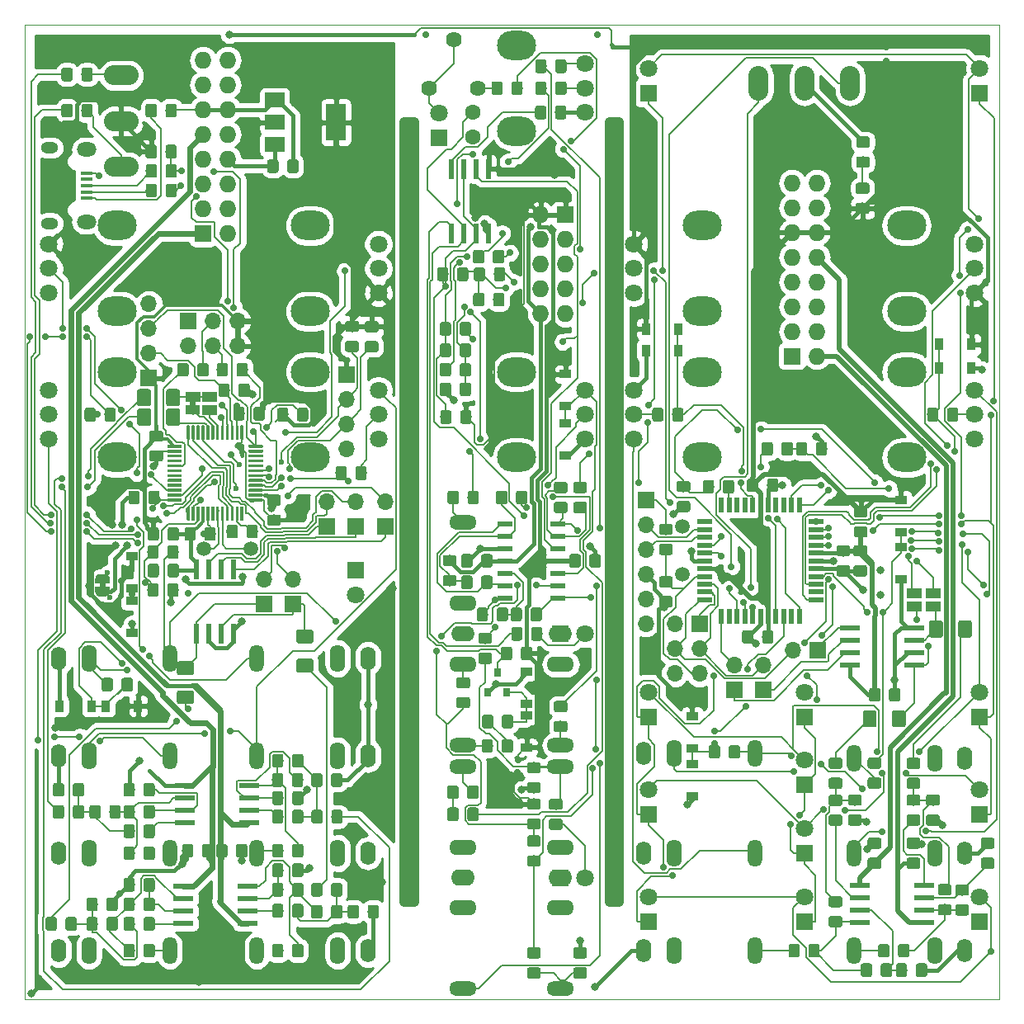
<source format=gbr>
%TF.GenerationSoftware,KiCad,Pcbnew,(5.1.0)-1*%
%TF.CreationDate,2019-05-31T13:03:56+02:00*%
%TF.ProjectId,KicadJE_uP_DAC,4b696361-644a-4455-9f75-505f4441432e,rev?*%
%TF.SameCoordinates,Original*%
%TF.FileFunction,Copper,L2,Bot*%
%TF.FilePolarity,Positive*%
%FSLAX46Y46*%
G04 Gerber Fmt 4.6, Leading zero omitted, Abs format (unit mm)*
G04 Created by KiCad (PCBNEW (5.1.0)-1) date 2019-05-31 13:03:56*
%MOMM*%
%LPD*%
G04 APERTURE LIST*
%ADD10C,1.000000*%
%ADD11C,0.050000*%
%ADD12C,0.150000*%
%ADD13C,1.150000*%
%ADD14C,1.425000*%
%ADD15R,0.900000X1.200000*%
%ADD16C,1.800000*%
%ADD17R,1.800000X1.800000*%
%ADD18R,1.200000X0.900000*%
%ADD19O,1.500000X2.800000*%
%ADD20O,1.600000X2.400000*%
%ADD21O,1.600000X2.800000*%
%ADD22R,1.700000X1.700000*%
%ADD23O,1.700000X1.700000*%
%ADD24R,1.300000X0.450000*%
%ADD25O,2.000000X1.450000*%
%ADD26O,1.800000X1.150000*%
%ADD27R,1.727200X1.727200*%
%ADD28O,1.727200X1.727200*%
%ADD29C,0.500000*%
%ADD30O,4.000000X3.000000*%
%ADD31R,1.500000X0.550000*%
%ADD32R,0.550000X1.500000*%
%ADD33R,2.000000X3.800000*%
%ADD34R,2.000000X1.500000*%
%ADD35C,0.300000*%
%ADD36C,1.500000*%
%ADD37R,2.000000X0.550000*%
%ADD38R,0.550000X2.000000*%
%ADD39O,2.032000X3.556000*%
%ADD40O,3.556000X2.032000*%
%ADD41C,1.000000*%
%ADD42R,1.500000X1.000000*%
%ADD43O,2.800000X1.500000*%
%ADD44O,2.400000X1.600000*%
%ADD45O,2.800000X1.600000*%
%ADD46C,1.600000*%
%ADD47R,1.500000X0.600000*%
%ADD48R,0.800000X0.900000*%
%ADD49C,1.620000*%
%ADD50C,0.800000*%
%ADD51C,0.700000*%
%ADD52C,0.600000*%
%ADD53C,0.400000*%
%ADD54C,0.500000*%
%ADD55C,0.200000*%
%ADD56C,0.600000*%
%ADD57C,0.300000*%
%ADD58C,0.254000*%
G04 APERTURE END LIST*
D10*
X89000000Y-60000000D02*
X90000000Y-60000000D01*
X110000000Y-60000000D02*
X111000000Y-60000000D01*
X110000000Y-140000000D02*
X111000000Y-140000000D01*
X89000000Y-140000000D02*
X90000000Y-140000000D01*
X110000000Y-60000000D02*
X110000000Y-140000000D01*
X111000000Y-60000000D02*
X111000000Y-140000000D01*
X90000000Y-60000000D02*
X90000000Y-140000000D01*
X89000000Y-60000000D02*
X89000000Y-140000000D01*
D11*
X50000000Y-150000000D02*
X50000000Y-50000000D01*
X150000000Y-150000000D02*
X50000000Y-150000000D01*
X150000000Y-50000000D02*
X150000000Y-150000000D01*
X50000000Y-50000000D02*
X150000000Y-50000000D01*
D12*
G36*
X134474505Y-103401204D02*
G01*
X134498773Y-103404804D01*
X134522572Y-103410765D01*
X134545671Y-103419030D01*
X134567850Y-103429520D01*
X134588893Y-103442132D01*
X134608599Y-103456747D01*
X134626777Y-103473223D01*
X134643253Y-103491401D01*
X134657868Y-103511107D01*
X134670480Y-103532150D01*
X134680970Y-103554329D01*
X134689235Y-103577428D01*
X134695196Y-103601227D01*
X134698796Y-103625495D01*
X134700000Y-103649999D01*
X134700000Y-104300001D01*
X134698796Y-104324505D01*
X134695196Y-104348773D01*
X134689235Y-104372572D01*
X134680970Y-104395671D01*
X134670480Y-104417850D01*
X134657868Y-104438893D01*
X134643253Y-104458599D01*
X134626777Y-104476777D01*
X134608599Y-104493253D01*
X134588893Y-104507868D01*
X134567850Y-104520480D01*
X134545671Y-104530970D01*
X134522572Y-104539235D01*
X134498773Y-104545196D01*
X134474505Y-104548796D01*
X134450001Y-104550000D01*
X133549999Y-104550000D01*
X133525495Y-104548796D01*
X133501227Y-104545196D01*
X133477428Y-104539235D01*
X133454329Y-104530970D01*
X133432150Y-104520480D01*
X133411107Y-104507868D01*
X133391401Y-104493253D01*
X133373223Y-104476777D01*
X133356747Y-104458599D01*
X133342132Y-104438893D01*
X133329520Y-104417850D01*
X133319030Y-104395671D01*
X133310765Y-104372572D01*
X133304804Y-104348773D01*
X133301204Y-104324505D01*
X133300000Y-104300001D01*
X133300000Y-103649999D01*
X133301204Y-103625495D01*
X133304804Y-103601227D01*
X133310765Y-103577428D01*
X133319030Y-103554329D01*
X133329520Y-103532150D01*
X133342132Y-103511107D01*
X133356747Y-103491401D01*
X133373223Y-103473223D01*
X133391401Y-103456747D01*
X133411107Y-103442132D01*
X133432150Y-103429520D01*
X133454329Y-103419030D01*
X133477428Y-103410765D01*
X133501227Y-103404804D01*
X133525495Y-103401204D01*
X133549999Y-103400000D01*
X134450001Y-103400000D01*
X134474505Y-103401204D01*
X134474505Y-103401204D01*
G37*
D13*
X134000000Y-103975000D03*
D12*
G36*
X134474505Y-105451204D02*
G01*
X134498773Y-105454804D01*
X134522572Y-105460765D01*
X134545671Y-105469030D01*
X134567850Y-105479520D01*
X134588893Y-105492132D01*
X134608599Y-105506747D01*
X134626777Y-105523223D01*
X134643253Y-105541401D01*
X134657868Y-105561107D01*
X134670480Y-105582150D01*
X134680970Y-105604329D01*
X134689235Y-105627428D01*
X134695196Y-105651227D01*
X134698796Y-105675495D01*
X134700000Y-105699999D01*
X134700000Y-106350001D01*
X134698796Y-106374505D01*
X134695196Y-106398773D01*
X134689235Y-106422572D01*
X134680970Y-106445671D01*
X134670480Y-106467850D01*
X134657868Y-106488893D01*
X134643253Y-106508599D01*
X134626777Y-106526777D01*
X134608599Y-106543253D01*
X134588893Y-106557868D01*
X134567850Y-106570480D01*
X134545671Y-106580970D01*
X134522572Y-106589235D01*
X134498773Y-106595196D01*
X134474505Y-106598796D01*
X134450001Y-106600000D01*
X133549999Y-106600000D01*
X133525495Y-106598796D01*
X133501227Y-106595196D01*
X133477428Y-106589235D01*
X133454329Y-106580970D01*
X133432150Y-106570480D01*
X133411107Y-106557868D01*
X133391401Y-106543253D01*
X133373223Y-106526777D01*
X133356747Y-106508599D01*
X133342132Y-106488893D01*
X133329520Y-106467850D01*
X133319030Y-106445671D01*
X133310765Y-106422572D01*
X133304804Y-106398773D01*
X133301204Y-106374505D01*
X133300000Y-106350001D01*
X133300000Y-105699999D01*
X133301204Y-105675495D01*
X133304804Y-105651227D01*
X133310765Y-105627428D01*
X133319030Y-105604329D01*
X133329520Y-105582150D01*
X133342132Y-105561107D01*
X133356747Y-105541401D01*
X133373223Y-105523223D01*
X133391401Y-105506747D01*
X133411107Y-105492132D01*
X133432150Y-105479520D01*
X133454329Y-105469030D01*
X133477428Y-105460765D01*
X133501227Y-105454804D01*
X133525495Y-105451204D01*
X133549999Y-105450000D01*
X134450001Y-105450000D01*
X134474505Y-105451204D01*
X134474505Y-105451204D01*
G37*
D13*
X134000000Y-106025000D03*
D12*
G36*
X141674505Y-135451204D02*
G01*
X141698773Y-135454804D01*
X141722572Y-135460765D01*
X141745671Y-135469030D01*
X141767850Y-135479520D01*
X141788893Y-135492132D01*
X141808599Y-135506747D01*
X141826777Y-135523223D01*
X141843253Y-135541401D01*
X141857868Y-135561107D01*
X141870480Y-135582150D01*
X141880970Y-135604329D01*
X141889235Y-135627428D01*
X141895196Y-135651227D01*
X141898796Y-135675495D01*
X141900000Y-135699999D01*
X141900000Y-136350001D01*
X141898796Y-136374505D01*
X141895196Y-136398773D01*
X141889235Y-136422572D01*
X141880970Y-136445671D01*
X141870480Y-136467850D01*
X141857868Y-136488893D01*
X141843253Y-136508599D01*
X141826777Y-136526777D01*
X141808599Y-136543253D01*
X141788893Y-136557868D01*
X141767850Y-136570480D01*
X141745671Y-136580970D01*
X141722572Y-136589235D01*
X141698773Y-136595196D01*
X141674505Y-136598796D01*
X141650001Y-136600000D01*
X140749999Y-136600000D01*
X140725495Y-136598796D01*
X140701227Y-136595196D01*
X140677428Y-136589235D01*
X140654329Y-136580970D01*
X140632150Y-136570480D01*
X140611107Y-136557868D01*
X140591401Y-136543253D01*
X140573223Y-136526777D01*
X140556747Y-136508599D01*
X140542132Y-136488893D01*
X140529520Y-136467850D01*
X140519030Y-136445671D01*
X140510765Y-136422572D01*
X140504804Y-136398773D01*
X140501204Y-136374505D01*
X140500000Y-136350001D01*
X140500000Y-135699999D01*
X140501204Y-135675495D01*
X140504804Y-135651227D01*
X140510765Y-135627428D01*
X140519030Y-135604329D01*
X140529520Y-135582150D01*
X140542132Y-135561107D01*
X140556747Y-135541401D01*
X140573223Y-135523223D01*
X140591401Y-135506747D01*
X140611107Y-135492132D01*
X140632150Y-135479520D01*
X140654329Y-135469030D01*
X140677428Y-135460765D01*
X140701227Y-135454804D01*
X140725495Y-135451204D01*
X140749999Y-135450000D01*
X141650001Y-135450000D01*
X141674505Y-135451204D01*
X141674505Y-135451204D01*
G37*
D13*
X141200000Y-136025000D03*
D12*
G36*
X141674505Y-133401204D02*
G01*
X141698773Y-133404804D01*
X141722572Y-133410765D01*
X141745671Y-133419030D01*
X141767850Y-133429520D01*
X141788893Y-133442132D01*
X141808599Y-133456747D01*
X141826777Y-133473223D01*
X141843253Y-133491401D01*
X141857868Y-133511107D01*
X141870480Y-133532150D01*
X141880970Y-133554329D01*
X141889235Y-133577428D01*
X141895196Y-133601227D01*
X141898796Y-133625495D01*
X141900000Y-133649999D01*
X141900000Y-134300001D01*
X141898796Y-134324505D01*
X141895196Y-134348773D01*
X141889235Y-134372572D01*
X141880970Y-134395671D01*
X141870480Y-134417850D01*
X141857868Y-134438893D01*
X141843253Y-134458599D01*
X141826777Y-134476777D01*
X141808599Y-134493253D01*
X141788893Y-134507868D01*
X141767850Y-134520480D01*
X141745671Y-134530970D01*
X141722572Y-134539235D01*
X141698773Y-134545196D01*
X141674505Y-134548796D01*
X141650001Y-134550000D01*
X140749999Y-134550000D01*
X140725495Y-134548796D01*
X140701227Y-134545196D01*
X140677428Y-134539235D01*
X140654329Y-134530970D01*
X140632150Y-134520480D01*
X140611107Y-134507868D01*
X140591401Y-134493253D01*
X140573223Y-134476777D01*
X140556747Y-134458599D01*
X140542132Y-134438893D01*
X140529520Y-134417850D01*
X140519030Y-134395671D01*
X140510765Y-134372572D01*
X140504804Y-134348773D01*
X140501204Y-134324505D01*
X140500000Y-134300001D01*
X140500000Y-133649999D01*
X140501204Y-133625495D01*
X140504804Y-133601227D01*
X140510765Y-133577428D01*
X140519030Y-133554329D01*
X140529520Y-133532150D01*
X140542132Y-133511107D01*
X140556747Y-133491401D01*
X140573223Y-133473223D01*
X140591401Y-133456747D01*
X140611107Y-133442132D01*
X140632150Y-133429520D01*
X140654329Y-133419030D01*
X140677428Y-133410765D01*
X140701227Y-133404804D01*
X140725495Y-133401204D01*
X140749999Y-133400000D01*
X141650001Y-133400000D01*
X141674505Y-133401204D01*
X141674505Y-133401204D01*
G37*
D13*
X141200000Y-133975000D03*
D12*
G36*
X137574505Y-118051204D02*
G01*
X137598773Y-118054804D01*
X137622572Y-118060765D01*
X137645671Y-118069030D01*
X137667850Y-118079520D01*
X137688893Y-118092132D01*
X137708599Y-118106747D01*
X137726777Y-118123223D01*
X137743253Y-118141401D01*
X137757868Y-118161107D01*
X137770480Y-118182150D01*
X137780970Y-118204329D01*
X137789235Y-118227428D01*
X137795196Y-118251227D01*
X137798796Y-118275495D01*
X137800000Y-118299999D01*
X137800000Y-119200001D01*
X137798796Y-119224505D01*
X137795196Y-119248773D01*
X137789235Y-119272572D01*
X137780970Y-119295671D01*
X137770480Y-119317850D01*
X137757868Y-119338893D01*
X137743253Y-119358599D01*
X137726777Y-119376777D01*
X137708599Y-119393253D01*
X137688893Y-119407868D01*
X137667850Y-119420480D01*
X137645671Y-119430970D01*
X137622572Y-119439235D01*
X137598773Y-119445196D01*
X137574505Y-119448796D01*
X137550001Y-119450000D01*
X136899999Y-119450000D01*
X136875495Y-119448796D01*
X136851227Y-119445196D01*
X136827428Y-119439235D01*
X136804329Y-119430970D01*
X136782150Y-119420480D01*
X136761107Y-119407868D01*
X136741401Y-119393253D01*
X136723223Y-119376777D01*
X136706747Y-119358599D01*
X136692132Y-119338893D01*
X136679520Y-119317850D01*
X136669030Y-119295671D01*
X136660765Y-119272572D01*
X136654804Y-119248773D01*
X136651204Y-119224505D01*
X136650000Y-119200001D01*
X136650000Y-118299999D01*
X136651204Y-118275495D01*
X136654804Y-118251227D01*
X136660765Y-118227428D01*
X136669030Y-118204329D01*
X136679520Y-118182150D01*
X136692132Y-118161107D01*
X136706747Y-118141401D01*
X136723223Y-118123223D01*
X136741401Y-118106747D01*
X136761107Y-118092132D01*
X136782150Y-118079520D01*
X136804329Y-118069030D01*
X136827428Y-118060765D01*
X136851227Y-118054804D01*
X136875495Y-118051204D01*
X136899999Y-118050000D01*
X137550001Y-118050000D01*
X137574505Y-118051204D01*
X137574505Y-118051204D01*
G37*
D13*
X137225000Y-118750000D03*
D12*
G36*
X139624505Y-118051204D02*
G01*
X139648773Y-118054804D01*
X139672572Y-118060765D01*
X139695671Y-118069030D01*
X139717850Y-118079520D01*
X139738893Y-118092132D01*
X139758599Y-118106747D01*
X139776777Y-118123223D01*
X139793253Y-118141401D01*
X139807868Y-118161107D01*
X139820480Y-118182150D01*
X139830970Y-118204329D01*
X139839235Y-118227428D01*
X139845196Y-118251227D01*
X139848796Y-118275495D01*
X139850000Y-118299999D01*
X139850000Y-119200001D01*
X139848796Y-119224505D01*
X139845196Y-119248773D01*
X139839235Y-119272572D01*
X139830970Y-119295671D01*
X139820480Y-119317850D01*
X139807868Y-119338893D01*
X139793253Y-119358599D01*
X139776777Y-119376777D01*
X139758599Y-119393253D01*
X139738893Y-119407868D01*
X139717850Y-119420480D01*
X139695671Y-119430970D01*
X139672572Y-119439235D01*
X139648773Y-119445196D01*
X139624505Y-119448796D01*
X139600001Y-119450000D01*
X138949999Y-119450000D01*
X138925495Y-119448796D01*
X138901227Y-119445196D01*
X138877428Y-119439235D01*
X138854329Y-119430970D01*
X138832150Y-119420480D01*
X138811107Y-119407868D01*
X138791401Y-119393253D01*
X138773223Y-119376777D01*
X138756747Y-119358599D01*
X138742132Y-119338893D01*
X138729520Y-119317850D01*
X138719030Y-119295671D01*
X138710765Y-119272572D01*
X138704804Y-119248773D01*
X138701204Y-119224505D01*
X138700000Y-119200001D01*
X138700000Y-118299999D01*
X138701204Y-118275495D01*
X138704804Y-118251227D01*
X138710765Y-118227428D01*
X138719030Y-118204329D01*
X138729520Y-118182150D01*
X138742132Y-118161107D01*
X138756747Y-118141401D01*
X138773223Y-118123223D01*
X138791401Y-118106747D01*
X138811107Y-118092132D01*
X138832150Y-118079520D01*
X138854329Y-118069030D01*
X138877428Y-118060765D01*
X138901227Y-118054804D01*
X138925495Y-118051204D01*
X138949999Y-118050000D01*
X139600001Y-118050000D01*
X139624505Y-118051204D01*
X139624505Y-118051204D01*
G37*
D13*
X139275000Y-118750000D03*
D12*
G36*
X137674505Y-133401204D02*
G01*
X137698773Y-133404804D01*
X137722572Y-133410765D01*
X137745671Y-133419030D01*
X137767850Y-133429520D01*
X137788893Y-133442132D01*
X137808599Y-133456747D01*
X137826777Y-133473223D01*
X137843253Y-133491401D01*
X137857868Y-133511107D01*
X137870480Y-133532150D01*
X137880970Y-133554329D01*
X137889235Y-133577428D01*
X137895196Y-133601227D01*
X137898796Y-133625495D01*
X137900000Y-133649999D01*
X137900000Y-134300001D01*
X137898796Y-134324505D01*
X137895196Y-134348773D01*
X137889235Y-134372572D01*
X137880970Y-134395671D01*
X137870480Y-134417850D01*
X137857868Y-134438893D01*
X137843253Y-134458599D01*
X137826777Y-134476777D01*
X137808599Y-134493253D01*
X137788893Y-134507868D01*
X137767850Y-134520480D01*
X137745671Y-134530970D01*
X137722572Y-134539235D01*
X137698773Y-134545196D01*
X137674505Y-134548796D01*
X137650001Y-134550000D01*
X136749999Y-134550000D01*
X136725495Y-134548796D01*
X136701227Y-134545196D01*
X136677428Y-134539235D01*
X136654329Y-134530970D01*
X136632150Y-134520480D01*
X136611107Y-134507868D01*
X136591401Y-134493253D01*
X136573223Y-134476777D01*
X136556747Y-134458599D01*
X136542132Y-134438893D01*
X136529520Y-134417850D01*
X136519030Y-134395671D01*
X136510765Y-134372572D01*
X136504804Y-134348773D01*
X136501204Y-134324505D01*
X136500000Y-134300001D01*
X136500000Y-133649999D01*
X136501204Y-133625495D01*
X136504804Y-133601227D01*
X136510765Y-133577428D01*
X136519030Y-133554329D01*
X136529520Y-133532150D01*
X136542132Y-133511107D01*
X136556747Y-133491401D01*
X136573223Y-133473223D01*
X136591401Y-133456747D01*
X136611107Y-133442132D01*
X136632150Y-133429520D01*
X136654329Y-133419030D01*
X136677428Y-133410765D01*
X136701227Y-133404804D01*
X136725495Y-133401204D01*
X136749999Y-133400000D01*
X137650001Y-133400000D01*
X137674505Y-133401204D01*
X137674505Y-133401204D01*
G37*
D13*
X137200000Y-133975000D03*
D12*
G36*
X137674505Y-135451204D02*
G01*
X137698773Y-135454804D01*
X137722572Y-135460765D01*
X137745671Y-135469030D01*
X137767850Y-135479520D01*
X137788893Y-135492132D01*
X137808599Y-135506747D01*
X137826777Y-135523223D01*
X137843253Y-135541401D01*
X137857868Y-135561107D01*
X137870480Y-135582150D01*
X137880970Y-135604329D01*
X137889235Y-135627428D01*
X137895196Y-135651227D01*
X137898796Y-135675495D01*
X137900000Y-135699999D01*
X137900000Y-136350001D01*
X137898796Y-136374505D01*
X137895196Y-136398773D01*
X137889235Y-136422572D01*
X137880970Y-136445671D01*
X137870480Y-136467850D01*
X137857868Y-136488893D01*
X137843253Y-136508599D01*
X137826777Y-136526777D01*
X137808599Y-136543253D01*
X137788893Y-136557868D01*
X137767850Y-136570480D01*
X137745671Y-136580970D01*
X137722572Y-136589235D01*
X137698773Y-136595196D01*
X137674505Y-136598796D01*
X137650001Y-136600000D01*
X136749999Y-136600000D01*
X136725495Y-136598796D01*
X136701227Y-136595196D01*
X136677428Y-136589235D01*
X136654329Y-136580970D01*
X136632150Y-136570480D01*
X136611107Y-136557868D01*
X136591401Y-136543253D01*
X136573223Y-136526777D01*
X136556747Y-136508599D01*
X136542132Y-136488893D01*
X136529520Y-136467850D01*
X136519030Y-136445671D01*
X136510765Y-136422572D01*
X136504804Y-136398773D01*
X136501204Y-136374505D01*
X136500000Y-136350001D01*
X136500000Y-135699999D01*
X136501204Y-135675495D01*
X136504804Y-135651227D01*
X136510765Y-135627428D01*
X136519030Y-135604329D01*
X136529520Y-135582150D01*
X136542132Y-135561107D01*
X136556747Y-135541401D01*
X136573223Y-135523223D01*
X136591401Y-135506747D01*
X136611107Y-135492132D01*
X136632150Y-135479520D01*
X136654329Y-135469030D01*
X136677428Y-135460765D01*
X136701227Y-135454804D01*
X136725495Y-135451204D01*
X136749999Y-135450000D01*
X137650001Y-135450000D01*
X137674505Y-135451204D01*
X137674505Y-135451204D01*
G37*
D13*
X137200000Y-136025000D03*
D12*
G36*
X133674505Y-141451204D02*
G01*
X133698773Y-141454804D01*
X133722572Y-141460765D01*
X133745671Y-141469030D01*
X133767850Y-141479520D01*
X133788893Y-141492132D01*
X133808599Y-141506747D01*
X133826777Y-141523223D01*
X133843253Y-141541401D01*
X133857868Y-141561107D01*
X133870480Y-141582150D01*
X133880970Y-141604329D01*
X133889235Y-141627428D01*
X133895196Y-141651227D01*
X133898796Y-141675495D01*
X133900000Y-141699999D01*
X133900000Y-142350001D01*
X133898796Y-142374505D01*
X133895196Y-142398773D01*
X133889235Y-142422572D01*
X133880970Y-142445671D01*
X133870480Y-142467850D01*
X133857868Y-142488893D01*
X133843253Y-142508599D01*
X133826777Y-142526777D01*
X133808599Y-142543253D01*
X133788893Y-142557868D01*
X133767850Y-142570480D01*
X133745671Y-142580970D01*
X133722572Y-142589235D01*
X133698773Y-142595196D01*
X133674505Y-142598796D01*
X133650001Y-142600000D01*
X132749999Y-142600000D01*
X132725495Y-142598796D01*
X132701227Y-142595196D01*
X132677428Y-142589235D01*
X132654329Y-142580970D01*
X132632150Y-142570480D01*
X132611107Y-142557868D01*
X132591401Y-142543253D01*
X132573223Y-142526777D01*
X132556747Y-142508599D01*
X132542132Y-142488893D01*
X132529520Y-142467850D01*
X132519030Y-142445671D01*
X132510765Y-142422572D01*
X132504804Y-142398773D01*
X132501204Y-142374505D01*
X132500000Y-142350001D01*
X132500000Y-141699999D01*
X132501204Y-141675495D01*
X132504804Y-141651227D01*
X132510765Y-141627428D01*
X132519030Y-141604329D01*
X132529520Y-141582150D01*
X132542132Y-141561107D01*
X132556747Y-141541401D01*
X132573223Y-141523223D01*
X132591401Y-141506747D01*
X132611107Y-141492132D01*
X132632150Y-141479520D01*
X132654329Y-141469030D01*
X132677428Y-141460765D01*
X132701227Y-141454804D01*
X132725495Y-141451204D01*
X132749999Y-141450000D01*
X133650001Y-141450000D01*
X133674505Y-141451204D01*
X133674505Y-141451204D01*
G37*
D13*
X133200000Y-142025000D03*
D12*
G36*
X133674505Y-139401204D02*
G01*
X133698773Y-139404804D01*
X133722572Y-139410765D01*
X133745671Y-139419030D01*
X133767850Y-139429520D01*
X133788893Y-139442132D01*
X133808599Y-139456747D01*
X133826777Y-139473223D01*
X133843253Y-139491401D01*
X133857868Y-139511107D01*
X133870480Y-139532150D01*
X133880970Y-139554329D01*
X133889235Y-139577428D01*
X133895196Y-139601227D01*
X133898796Y-139625495D01*
X133900000Y-139649999D01*
X133900000Y-140300001D01*
X133898796Y-140324505D01*
X133895196Y-140348773D01*
X133889235Y-140372572D01*
X133880970Y-140395671D01*
X133870480Y-140417850D01*
X133857868Y-140438893D01*
X133843253Y-140458599D01*
X133826777Y-140476777D01*
X133808599Y-140493253D01*
X133788893Y-140507868D01*
X133767850Y-140520480D01*
X133745671Y-140530970D01*
X133722572Y-140539235D01*
X133698773Y-140545196D01*
X133674505Y-140548796D01*
X133650001Y-140550000D01*
X132749999Y-140550000D01*
X132725495Y-140548796D01*
X132701227Y-140545196D01*
X132677428Y-140539235D01*
X132654329Y-140530970D01*
X132632150Y-140520480D01*
X132611107Y-140507868D01*
X132591401Y-140493253D01*
X132573223Y-140476777D01*
X132556747Y-140458599D01*
X132542132Y-140438893D01*
X132529520Y-140417850D01*
X132519030Y-140395671D01*
X132510765Y-140372572D01*
X132504804Y-140348773D01*
X132501204Y-140324505D01*
X132500000Y-140300001D01*
X132500000Y-139649999D01*
X132501204Y-139625495D01*
X132504804Y-139601227D01*
X132510765Y-139577428D01*
X132519030Y-139554329D01*
X132529520Y-139532150D01*
X132542132Y-139511107D01*
X132556747Y-139491401D01*
X132573223Y-139473223D01*
X132591401Y-139456747D01*
X132611107Y-139442132D01*
X132632150Y-139429520D01*
X132654329Y-139419030D01*
X132677428Y-139410765D01*
X132701227Y-139404804D01*
X132725495Y-139401204D01*
X132749999Y-139400000D01*
X133650001Y-139400000D01*
X133674505Y-139401204D01*
X133674505Y-139401204D01*
G37*
D13*
X133200000Y-139975000D03*
D12*
G36*
X137199504Y-120326204D02*
G01*
X137223773Y-120329804D01*
X137247571Y-120335765D01*
X137270671Y-120344030D01*
X137292849Y-120354520D01*
X137313893Y-120367133D01*
X137333598Y-120381747D01*
X137351777Y-120398223D01*
X137368253Y-120416402D01*
X137382867Y-120436107D01*
X137395480Y-120457151D01*
X137405970Y-120479329D01*
X137414235Y-120502429D01*
X137420196Y-120526227D01*
X137423796Y-120550496D01*
X137425000Y-120575000D01*
X137425000Y-121825000D01*
X137423796Y-121849504D01*
X137420196Y-121873773D01*
X137414235Y-121897571D01*
X137405970Y-121920671D01*
X137395480Y-121942849D01*
X137382867Y-121963893D01*
X137368253Y-121983598D01*
X137351777Y-122001777D01*
X137333598Y-122018253D01*
X137313893Y-122032867D01*
X137292849Y-122045480D01*
X137270671Y-122055970D01*
X137247571Y-122064235D01*
X137223773Y-122070196D01*
X137199504Y-122073796D01*
X137175000Y-122075000D01*
X136250000Y-122075000D01*
X136225496Y-122073796D01*
X136201227Y-122070196D01*
X136177429Y-122064235D01*
X136154329Y-122055970D01*
X136132151Y-122045480D01*
X136111107Y-122032867D01*
X136091402Y-122018253D01*
X136073223Y-122001777D01*
X136056747Y-121983598D01*
X136042133Y-121963893D01*
X136029520Y-121942849D01*
X136019030Y-121920671D01*
X136010765Y-121897571D01*
X136004804Y-121873773D01*
X136001204Y-121849504D01*
X136000000Y-121825000D01*
X136000000Y-120575000D01*
X136001204Y-120550496D01*
X136004804Y-120526227D01*
X136010765Y-120502429D01*
X136019030Y-120479329D01*
X136029520Y-120457151D01*
X136042133Y-120436107D01*
X136056747Y-120416402D01*
X136073223Y-120398223D01*
X136091402Y-120381747D01*
X136111107Y-120367133D01*
X136132151Y-120354520D01*
X136154329Y-120344030D01*
X136177429Y-120335765D01*
X136201227Y-120329804D01*
X136225496Y-120326204D01*
X136250000Y-120325000D01*
X137175000Y-120325000D01*
X137199504Y-120326204D01*
X137199504Y-120326204D01*
G37*
D14*
X136712500Y-121200000D03*
D12*
G36*
X140174504Y-120326204D02*
G01*
X140198773Y-120329804D01*
X140222571Y-120335765D01*
X140245671Y-120344030D01*
X140267849Y-120354520D01*
X140288893Y-120367133D01*
X140308598Y-120381747D01*
X140326777Y-120398223D01*
X140343253Y-120416402D01*
X140357867Y-120436107D01*
X140370480Y-120457151D01*
X140380970Y-120479329D01*
X140389235Y-120502429D01*
X140395196Y-120526227D01*
X140398796Y-120550496D01*
X140400000Y-120575000D01*
X140400000Y-121825000D01*
X140398796Y-121849504D01*
X140395196Y-121873773D01*
X140389235Y-121897571D01*
X140380970Y-121920671D01*
X140370480Y-121942849D01*
X140357867Y-121963893D01*
X140343253Y-121983598D01*
X140326777Y-122001777D01*
X140308598Y-122018253D01*
X140288893Y-122032867D01*
X140267849Y-122045480D01*
X140245671Y-122055970D01*
X140222571Y-122064235D01*
X140198773Y-122070196D01*
X140174504Y-122073796D01*
X140150000Y-122075000D01*
X139225000Y-122075000D01*
X139200496Y-122073796D01*
X139176227Y-122070196D01*
X139152429Y-122064235D01*
X139129329Y-122055970D01*
X139107151Y-122045480D01*
X139086107Y-122032867D01*
X139066402Y-122018253D01*
X139048223Y-122001777D01*
X139031747Y-121983598D01*
X139017133Y-121963893D01*
X139004520Y-121942849D01*
X138994030Y-121920671D01*
X138985765Y-121897571D01*
X138979804Y-121873773D01*
X138976204Y-121849504D01*
X138975000Y-121825000D01*
X138975000Y-120575000D01*
X138976204Y-120550496D01*
X138979804Y-120526227D01*
X138985765Y-120502429D01*
X138994030Y-120479329D01*
X139004520Y-120457151D01*
X139017133Y-120436107D01*
X139031747Y-120416402D01*
X139048223Y-120398223D01*
X139066402Y-120381747D01*
X139086107Y-120367133D01*
X139107151Y-120354520D01*
X139129329Y-120344030D01*
X139152429Y-120335765D01*
X139176227Y-120329804D01*
X139200496Y-120326204D01*
X139225000Y-120325000D01*
X140150000Y-120325000D01*
X140174504Y-120326204D01*
X140174504Y-120326204D01*
G37*
D14*
X139687500Y-121200000D03*
D12*
G36*
X135674505Y-131026204D02*
G01*
X135698773Y-131029804D01*
X135722572Y-131035765D01*
X135745671Y-131044030D01*
X135767850Y-131054520D01*
X135788893Y-131067132D01*
X135808599Y-131081747D01*
X135826777Y-131098223D01*
X135843253Y-131116401D01*
X135857868Y-131136107D01*
X135870480Y-131157150D01*
X135880970Y-131179329D01*
X135889235Y-131202428D01*
X135895196Y-131226227D01*
X135898796Y-131250495D01*
X135900000Y-131274999D01*
X135900000Y-131925001D01*
X135898796Y-131949505D01*
X135895196Y-131973773D01*
X135889235Y-131997572D01*
X135880970Y-132020671D01*
X135870480Y-132042850D01*
X135857868Y-132063893D01*
X135843253Y-132083599D01*
X135826777Y-132101777D01*
X135808599Y-132118253D01*
X135788893Y-132132868D01*
X135767850Y-132145480D01*
X135745671Y-132155970D01*
X135722572Y-132164235D01*
X135698773Y-132170196D01*
X135674505Y-132173796D01*
X135650001Y-132175000D01*
X134749999Y-132175000D01*
X134725495Y-132173796D01*
X134701227Y-132170196D01*
X134677428Y-132164235D01*
X134654329Y-132155970D01*
X134632150Y-132145480D01*
X134611107Y-132132868D01*
X134591401Y-132118253D01*
X134573223Y-132101777D01*
X134556747Y-132083599D01*
X134542132Y-132063893D01*
X134529520Y-132042850D01*
X134519030Y-132020671D01*
X134510765Y-131997572D01*
X134504804Y-131973773D01*
X134501204Y-131949505D01*
X134500000Y-131925001D01*
X134500000Y-131274999D01*
X134501204Y-131250495D01*
X134504804Y-131226227D01*
X134510765Y-131202428D01*
X134519030Y-131179329D01*
X134529520Y-131157150D01*
X134542132Y-131136107D01*
X134556747Y-131116401D01*
X134573223Y-131098223D01*
X134591401Y-131081747D01*
X134611107Y-131067132D01*
X134632150Y-131054520D01*
X134654329Y-131044030D01*
X134677428Y-131035765D01*
X134701227Y-131029804D01*
X134725495Y-131026204D01*
X134749999Y-131025000D01*
X135650001Y-131025000D01*
X135674505Y-131026204D01*
X135674505Y-131026204D01*
G37*
D13*
X135200000Y-131600000D03*
D12*
G36*
X135674505Y-128976204D02*
G01*
X135698773Y-128979804D01*
X135722572Y-128985765D01*
X135745671Y-128994030D01*
X135767850Y-129004520D01*
X135788893Y-129017132D01*
X135808599Y-129031747D01*
X135826777Y-129048223D01*
X135843253Y-129066401D01*
X135857868Y-129086107D01*
X135870480Y-129107150D01*
X135880970Y-129129329D01*
X135889235Y-129152428D01*
X135895196Y-129176227D01*
X135898796Y-129200495D01*
X135900000Y-129224999D01*
X135900000Y-129875001D01*
X135898796Y-129899505D01*
X135895196Y-129923773D01*
X135889235Y-129947572D01*
X135880970Y-129970671D01*
X135870480Y-129992850D01*
X135857868Y-130013893D01*
X135843253Y-130033599D01*
X135826777Y-130051777D01*
X135808599Y-130068253D01*
X135788893Y-130082868D01*
X135767850Y-130095480D01*
X135745671Y-130105970D01*
X135722572Y-130114235D01*
X135698773Y-130120196D01*
X135674505Y-130123796D01*
X135650001Y-130125000D01*
X134749999Y-130125000D01*
X134725495Y-130123796D01*
X134701227Y-130120196D01*
X134677428Y-130114235D01*
X134654329Y-130105970D01*
X134632150Y-130095480D01*
X134611107Y-130082868D01*
X134591401Y-130068253D01*
X134573223Y-130051777D01*
X134556747Y-130033599D01*
X134542132Y-130013893D01*
X134529520Y-129992850D01*
X134519030Y-129970671D01*
X134510765Y-129947572D01*
X134504804Y-129923773D01*
X134501204Y-129899505D01*
X134500000Y-129875001D01*
X134500000Y-129224999D01*
X134501204Y-129200495D01*
X134504804Y-129176227D01*
X134510765Y-129152428D01*
X134519030Y-129129329D01*
X134529520Y-129107150D01*
X134542132Y-129086107D01*
X134556747Y-129066401D01*
X134573223Y-129048223D01*
X134591401Y-129031747D01*
X134611107Y-129017132D01*
X134632150Y-129004520D01*
X134654329Y-128994030D01*
X134677428Y-128985765D01*
X134701227Y-128979804D01*
X134725495Y-128976204D01*
X134749999Y-128975000D01*
X135650001Y-128975000D01*
X135674505Y-128976204D01*
X135674505Y-128976204D01*
G37*
D13*
X135200000Y-129550000D03*
D12*
G36*
X144874505Y-140226204D02*
G01*
X144898773Y-140229804D01*
X144922572Y-140235765D01*
X144945671Y-140244030D01*
X144967850Y-140254520D01*
X144988893Y-140267132D01*
X145008599Y-140281747D01*
X145026777Y-140298223D01*
X145043253Y-140316401D01*
X145057868Y-140336107D01*
X145070480Y-140357150D01*
X145080970Y-140379329D01*
X145089235Y-140402428D01*
X145095196Y-140426227D01*
X145098796Y-140450495D01*
X145100000Y-140474999D01*
X145100000Y-141125001D01*
X145098796Y-141149505D01*
X145095196Y-141173773D01*
X145089235Y-141197572D01*
X145080970Y-141220671D01*
X145070480Y-141242850D01*
X145057868Y-141263893D01*
X145043253Y-141283599D01*
X145026777Y-141301777D01*
X145008599Y-141318253D01*
X144988893Y-141332868D01*
X144967850Y-141345480D01*
X144945671Y-141355970D01*
X144922572Y-141364235D01*
X144898773Y-141370196D01*
X144874505Y-141373796D01*
X144850001Y-141375000D01*
X143949999Y-141375000D01*
X143925495Y-141373796D01*
X143901227Y-141370196D01*
X143877428Y-141364235D01*
X143854329Y-141355970D01*
X143832150Y-141345480D01*
X143811107Y-141332868D01*
X143791401Y-141318253D01*
X143773223Y-141301777D01*
X143756747Y-141283599D01*
X143742132Y-141263893D01*
X143729520Y-141242850D01*
X143719030Y-141220671D01*
X143710765Y-141197572D01*
X143704804Y-141173773D01*
X143701204Y-141149505D01*
X143700000Y-141125001D01*
X143700000Y-140474999D01*
X143701204Y-140450495D01*
X143704804Y-140426227D01*
X143710765Y-140402428D01*
X143719030Y-140379329D01*
X143729520Y-140357150D01*
X143742132Y-140336107D01*
X143756747Y-140316401D01*
X143773223Y-140298223D01*
X143791401Y-140281747D01*
X143811107Y-140267132D01*
X143832150Y-140254520D01*
X143854329Y-140244030D01*
X143877428Y-140235765D01*
X143901227Y-140229804D01*
X143925495Y-140226204D01*
X143949999Y-140225000D01*
X144850001Y-140225000D01*
X144874505Y-140226204D01*
X144874505Y-140226204D01*
G37*
D13*
X144400000Y-140800000D03*
D12*
G36*
X144874505Y-138176204D02*
G01*
X144898773Y-138179804D01*
X144922572Y-138185765D01*
X144945671Y-138194030D01*
X144967850Y-138204520D01*
X144988893Y-138217132D01*
X145008599Y-138231747D01*
X145026777Y-138248223D01*
X145043253Y-138266401D01*
X145057868Y-138286107D01*
X145070480Y-138307150D01*
X145080970Y-138329329D01*
X145089235Y-138352428D01*
X145095196Y-138376227D01*
X145098796Y-138400495D01*
X145100000Y-138424999D01*
X145100000Y-139075001D01*
X145098796Y-139099505D01*
X145095196Y-139123773D01*
X145089235Y-139147572D01*
X145080970Y-139170671D01*
X145070480Y-139192850D01*
X145057868Y-139213893D01*
X145043253Y-139233599D01*
X145026777Y-139251777D01*
X145008599Y-139268253D01*
X144988893Y-139282868D01*
X144967850Y-139295480D01*
X144945671Y-139305970D01*
X144922572Y-139314235D01*
X144898773Y-139320196D01*
X144874505Y-139323796D01*
X144850001Y-139325000D01*
X143949999Y-139325000D01*
X143925495Y-139323796D01*
X143901227Y-139320196D01*
X143877428Y-139314235D01*
X143854329Y-139305970D01*
X143832150Y-139295480D01*
X143811107Y-139282868D01*
X143791401Y-139268253D01*
X143773223Y-139251777D01*
X143756747Y-139233599D01*
X143742132Y-139213893D01*
X143729520Y-139192850D01*
X143719030Y-139170671D01*
X143710765Y-139147572D01*
X143704804Y-139123773D01*
X143701204Y-139099505D01*
X143700000Y-139075001D01*
X143700000Y-138424999D01*
X143701204Y-138400495D01*
X143704804Y-138376227D01*
X143710765Y-138352428D01*
X143719030Y-138329329D01*
X143729520Y-138307150D01*
X143742132Y-138286107D01*
X143756747Y-138266401D01*
X143773223Y-138248223D01*
X143791401Y-138231747D01*
X143811107Y-138217132D01*
X143832150Y-138204520D01*
X143854329Y-138194030D01*
X143877428Y-138185765D01*
X143901227Y-138179804D01*
X143925495Y-138176204D01*
X143949999Y-138175000D01*
X144850001Y-138175000D01*
X144874505Y-138176204D01*
X144874505Y-138176204D01*
G37*
D13*
X144400000Y-138750000D03*
D12*
G36*
X143999504Y-111126204D02*
G01*
X144023773Y-111129804D01*
X144047571Y-111135765D01*
X144070671Y-111144030D01*
X144092849Y-111154520D01*
X144113893Y-111167133D01*
X144133598Y-111181747D01*
X144151777Y-111198223D01*
X144168253Y-111216402D01*
X144182867Y-111236107D01*
X144195480Y-111257151D01*
X144205970Y-111279329D01*
X144214235Y-111302429D01*
X144220196Y-111326227D01*
X144223796Y-111350496D01*
X144225000Y-111375000D01*
X144225000Y-112625000D01*
X144223796Y-112649504D01*
X144220196Y-112673773D01*
X144214235Y-112697571D01*
X144205970Y-112720671D01*
X144195480Y-112742849D01*
X144182867Y-112763893D01*
X144168253Y-112783598D01*
X144151777Y-112801777D01*
X144133598Y-112818253D01*
X144113893Y-112832867D01*
X144092849Y-112845480D01*
X144070671Y-112855970D01*
X144047571Y-112864235D01*
X144023773Y-112870196D01*
X143999504Y-112873796D01*
X143975000Y-112875000D01*
X143050000Y-112875000D01*
X143025496Y-112873796D01*
X143001227Y-112870196D01*
X142977429Y-112864235D01*
X142954329Y-112855970D01*
X142932151Y-112845480D01*
X142911107Y-112832867D01*
X142891402Y-112818253D01*
X142873223Y-112801777D01*
X142856747Y-112783598D01*
X142842133Y-112763893D01*
X142829520Y-112742849D01*
X142819030Y-112720671D01*
X142810765Y-112697571D01*
X142804804Y-112673773D01*
X142801204Y-112649504D01*
X142800000Y-112625000D01*
X142800000Y-111375000D01*
X142801204Y-111350496D01*
X142804804Y-111326227D01*
X142810765Y-111302429D01*
X142819030Y-111279329D01*
X142829520Y-111257151D01*
X142842133Y-111236107D01*
X142856747Y-111216402D01*
X142873223Y-111198223D01*
X142891402Y-111181747D01*
X142911107Y-111167133D01*
X142932151Y-111154520D01*
X142954329Y-111144030D01*
X142977429Y-111135765D01*
X143001227Y-111129804D01*
X143025496Y-111126204D01*
X143050000Y-111125000D01*
X143975000Y-111125000D01*
X143999504Y-111126204D01*
X143999504Y-111126204D01*
G37*
D14*
X143512500Y-112000000D03*
D12*
G36*
X146974504Y-111126204D02*
G01*
X146998773Y-111129804D01*
X147022571Y-111135765D01*
X147045671Y-111144030D01*
X147067849Y-111154520D01*
X147088893Y-111167133D01*
X147108598Y-111181747D01*
X147126777Y-111198223D01*
X147143253Y-111216402D01*
X147157867Y-111236107D01*
X147170480Y-111257151D01*
X147180970Y-111279329D01*
X147189235Y-111302429D01*
X147195196Y-111326227D01*
X147198796Y-111350496D01*
X147200000Y-111375000D01*
X147200000Y-112625000D01*
X147198796Y-112649504D01*
X147195196Y-112673773D01*
X147189235Y-112697571D01*
X147180970Y-112720671D01*
X147170480Y-112742849D01*
X147157867Y-112763893D01*
X147143253Y-112783598D01*
X147126777Y-112801777D01*
X147108598Y-112818253D01*
X147088893Y-112832867D01*
X147067849Y-112845480D01*
X147045671Y-112855970D01*
X147022571Y-112864235D01*
X146998773Y-112870196D01*
X146974504Y-112873796D01*
X146950000Y-112875000D01*
X146025000Y-112875000D01*
X146000496Y-112873796D01*
X145976227Y-112870196D01*
X145952429Y-112864235D01*
X145929329Y-112855970D01*
X145907151Y-112845480D01*
X145886107Y-112832867D01*
X145866402Y-112818253D01*
X145848223Y-112801777D01*
X145831747Y-112783598D01*
X145817133Y-112763893D01*
X145804520Y-112742849D01*
X145794030Y-112720671D01*
X145785765Y-112697571D01*
X145779804Y-112673773D01*
X145776204Y-112649504D01*
X145775000Y-112625000D01*
X145775000Y-111375000D01*
X145776204Y-111350496D01*
X145779804Y-111326227D01*
X145785765Y-111302429D01*
X145794030Y-111279329D01*
X145804520Y-111257151D01*
X145817133Y-111236107D01*
X145831747Y-111216402D01*
X145848223Y-111198223D01*
X145866402Y-111181747D01*
X145886107Y-111167133D01*
X145907151Y-111154520D01*
X145929329Y-111144030D01*
X145952429Y-111135765D01*
X145976227Y-111129804D01*
X146000496Y-111126204D01*
X146025000Y-111125000D01*
X146950000Y-111125000D01*
X146974504Y-111126204D01*
X146974504Y-111126204D01*
G37*
D14*
X146487500Y-112000000D03*
D12*
G36*
X143674505Y-131026204D02*
G01*
X143698773Y-131029804D01*
X143722572Y-131035765D01*
X143745671Y-131044030D01*
X143767850Y-131054520D01*
X143788893Y-131067132D01*
X143808599Y-131081747D01*
X143826777Y-131098223D01*
X143843253Y-131116401D01*
X143857868Y-131136107D01*
X143870480Y-131157150D01*
X143880970Y-131179329D01*
X143889235Y-131202428D01*
X143895196Y-131226227D01*
X143898796Y-131250495D01*
X143900000Y-131274999D01*
X143900000Y-131925001D01*
X143898796Y-131949505D01*
X143895196Y-131973773D01*
X143889235Y-131997572D01*
X143880970Y-132020671D01*
X143870480Y-132042850D01*
X143857868Y-132063893D01*
X143843253Y-132083599D01*
X143826777Y-132101777D01*
X143808599Y-132118253D01*
X143788893Y-132132868D01*
X143767850Y-132145480D01*
X143745671Y-132155970D01*
X143722572Y-132164235D01*
X143698773Y-132170196D01*
X143674505Y-132173796D01*
X143650001Y-132175000D01*
X142749999Y-132175000D01*
X142725495Y-132173796D01*
X142701227Y-132170196D01*
X142677428Y-132164235D01*
X142654329Y-132155970D01*
X142632150Y-132145480D01*
X142611107Y-132132868D01*
X142591401Y-132118253D01*
X142573223Y-132101777D01*
X142556747Y-132083599D01*
X142542132Y-132063893D01*
X142529520Y-132042850D01*
X142519030Y-132020671D01*
X142510765Y-131997572D01*
X142504804Y-131973773D01*
X142501204Y-131949505D01*
X142500000Y-131925001D01*
X142500000Y-131274999D01*
X142501204Y-131250495D01*
X142504804Y-131226227D01*
X142510765Y-131202428D01*
X142519030Y-131179329D01*
X142529520Y-131157150D01*
X142542132Y-131136107D01*
X142556747Y-131116401D01*
X142573223Y-131098223D01*
X142591401Y-131081747D01*
X142611107Y-131067132D01*
X142632150Y-131054520D01*
X142654329Y-131044030D01*
X142677428Y-131035765D01*
X142701227Y-131029804D01*
X142725495Y-131026204D01*
X142749999Y-131025000D01*
X143650001Y-131025000D01*
X143674505Y-131026204D01*
X143674505Y-131026204D01*
G37*
D13*
X143200000Y-131600000D03*
D12*
G36*
X143674505Y-128976204D02*
G01*
X143698773Y-128979804D01*
X143722572Y-128985765D01*
X143745671Y-128994030D01*
X143767850Y-129004520D01*
X143788893Y-129017132D01*
X143808599Y-129031747D01*
X143826777Y-129048223D01*
X143843253Y-129066401D01*
X143857868Y-129086107D01*
X143870480Y-129107150D01*
X143880970Y-129129329D01*
X143889235Y-129152428D01*
X143895196Y-129176227D01*
X143898796Y-129200495D01*
X143900000Y-129224999D01*
X143900000Y-129875001D01*
X143898796Y-129899505D01*
X143895196Y-129923773D01*
X143889235Y-129947572D01*
X143880970Y-129970671D01*
X143870480Y-129992850D01*
X143857868Y-130013893D01*
X143843253Y-130033599D01*
X143826777Y-130051777D01*
X143808599Y-130068253D01*
X143788893Y-130082868D01*
X143767850Y-130095480D01*
X143745671Y-130105970D01*
X143722572Y-130114235D01*
X143698773Y-130120196D01*
X143674505Y-130123796D01*
X143650001Y-130125000D01*
X142749999Y-130125000D01*
X142725495Y-130123796D01*
X142701227Y-130120196D01*
X142677428Y-130114235D01*
X142654329Y-130105970D01*
X142632150Y-130095480D01*
X142611107Y-130082868D01*
X142591401Y-130068253D01*
X142573223Y-130051777D01*
X142556747Y-130033599D01*
X142542132Y-130013893D01*
X142529520Y-129992850D01*
X142519030Y-129970671D01*
X142510765Y-129947572D01*
X142504804Y-129923773D01*
X142501204Y-129899505D01*
X142500000Y-129875001D01*
X142500000Y-129224999D01*
X142501204Y-129200495D01*
X142504804Y-129176227D01*
X142510765Y-129152428D01*
X142519030Y-129129329D01*
X142529520Y-129107150D01*
X142542132Y-129086107D01*
X142556747Y-129066401D01*
X142573223Y-129048223D01*
X142591401Y-129031747D01*
X142611107Y-129017132D01*
X142632150Y-129004520D01*
X142654329Y-128994030D01*
X142677428Y-128985765D01*
X142701227Y-128979804D01*
X142725495Y-128976204D01*
X142749999Y-128975000D01*
X143650001Y-128975000D01*
X143674505Y-128976204D01*
X143674505Y-128976204D01*
G37*
D13*
X143200000Y-129550000D03*
D12*
G36*
X118074505Y-96801204D02*
G01*
X118098773Y-96804804D01*
X118122572Y-96810765D01*
X118145671Y-96819030D01*
X118167850Y-96829520D01*
X118188893Y-96842132D01*
X118208599Y-96856747D01*
X118226777Y-96873223D01*
X118243253Y-96891401D01*
X118257868Y-96911107D01*
X118270480Y-96932150D01*
X118280970Y-96954329D01*
X118289235Y-96977428D01*
X118295196Y-97001227D01*
X118298796Y-97025495D01*
X118300000Y-97049999D01*
X118300000Y-97700001D01*
X118298796Y-97724505D01*
X118295196Y-97748773D01*
X118289235Y-97772572D01*
X118280970Y-97795671D01*
X118270480Y-97817850D01*
X118257868Y-97838893D01*
X118243253Y-97858599D01*
X118226777Y-97876777D01*
X118208599Y-97893253D01*
X118188893Y-97907868D01*
X118167850Y-97920480D01*
X118145671Y-97930970D01*
X118122572Y-97939235D01*
X118098773Y-97945196D01*
X118074505Y-97948796D01*
X118050001Y-97950000D01*
X117149999Y-97950000D01*
X117125495Y-97948796D01*
X117101227Y-97945196D01*
X117077428Y-97939235D01*
X117054329Y-97930970D01*
X117032150Y-97920480D01*
X117011107Y-97907868D01*
X116991401Y-97893253D01*
X116973223Y-97876777D01*
X116956747Y-97858599D01*
X116942132Y-97838893D01*
X116929520Y-97817850D01*
X116919030Y-97795671D01*
X116910765Y-97772572D01*
X116904804Y-97748773D01*
X116901204Y-97724505D01*
X116900000Y-97700001D01*
X116900000Y-97049999D01*
X116901204Y-97025495D01*
X116904804Y-97001227D01*
X116910765Y-96977428D01*
X116919030Y-96954329D01*
X116929520Y-96932150D01*
X116942132Y-96911107D01*
X116956747Y-96891401D01*
X116973223Y-96873223D01*
X116991401Y-96856747D01*
X117011107Y-96842132D01*
X117032150Y-96829520D01*
X117054329Y-96819030D01*
X117077428Y-96810765D01*
X117101227Y-96804804D01*
X117125495Y-96801204D01*
X117149999Y-96800000D01*
X118050001Y-96800000D01*
X118074505Y-96801204D01*
X118074505Y-96801204D01*
G37*
D13*
X117600000Y-97375000D03*
D12*
G36*
X118074505Y-98851204D02*
G01*
X118098773Y-98854804D01*
X118122572Y-98860765D01*
X118145671Y-98869030D01*
X118167850Y-98879520D01*
X118188893Y-98892132D01*
X118208599Y-98906747D01*
X118226777Y-98923223D01*
X118243253Y-98941401D01*
X118257868Y-98961107D01*
X118270480Y-98982150D01*
X118280970Y-99004329D01*
X118289235Y-99027428D01*
X118295196Y-99051227D01*
X118298796Y-99075495D01*
X118300000Y-99099999D01*
X118300000Y-99750001D01*
X118298796Y-99774505D01*
X118295196Y-99798773D01*
X118289235Y-99822572D01*
X118280970Y-99845671D01*
X118270480Y-99867850D01*
X118257868Y-99888893D01*
X118243253Y-99908599D01*
X118226777Y-99926777D01*
X118208599Y-99943253D01*
X118188893Y-99957868D01*
X118167850Y-99970480D01*
X118145671Y-99980970D01*
X118122572Y-99989235D01*
X118098773Y-99995196D01*
X118074505Y-99998796D01*
X118050001Y-100000000D01*
X117149999Y-100000000D01*
X117125495Y-99998796D01*
X117101227Y-99995196D01*
X117077428Y-99989235D01*
X117054329Y-99980970D01*
X117032150Y-99970480D01*
X117011107Y-99957868D01*
X116991401Y-99943253D01*
X116973223Y-99926777D01*
X116956747Y-99908599D01*
X116942132Y-99888893D01*
X116929520Y-99867850D01*
X116919030Y-99845671D01*
X116910765Y-99822572D01*
X116904804Y-99798773D01*
X116901204Y-99774505D01*
X116900000Y-99750001D01*
X116900000Y-99099999D01*
X116901204Y-99075495D01*
X116904804Y-99051227D01*
X116910765Y-99027428D01*
X116919030Y-99004329D01*
X116929520Y-98982150D01*
X116942132Y-98961107D01*
X116956747Y-98941401D01*
X116973223Y-98923223D01*
X116991401Y-98906747D01*
X117011107Y-98892132D01*
X117032150Y-98879520D01*
X117054329Y-98869030D01*
X117077428Y-98860765D01*
X117101227Y-98854804D01*
X117125495Y-98851204D01*
X117149999Y-98850000D01*
X118050001Y-98850000D01*
X118074505Y-98851204D01*
X118074505Y-98851204D01*
G37*
D13*
X117600000Y-99425000D03*
D12*
G36*
X126599505Y-112101204D02*
G01*
X126623773Y-112104804D01*
X126647572Y-112110765D01*
X126670671Y-112119030D01*
X126692850Y-112129520D01*
X126713893Y-112142132D01*
X126733599Y-112156747D01*
X126751777Y-112173223D01*
X126768253Y-112191401D01*
X126782868Y-112211107D01*
X126795480Y-112232150D01*
X126805970Y-112254329D01*
X126814235Y-112277428D01*
X126820196Y-112301227D01*
X126823796Y-112325495D01*
X126825000Y-112349999D01*
X126825000Y-113250001D01*
X126823796Y-113274505D01*
X126820196Y-113298773D01*
X126814235Y-113322572D01*
X126805970Y-113345671D01*
X126795480Y-113367850D01*
X126782868Y-113388893D01*
X126768253Y-113408599D01*
X126751777Y-113426777D01*
X126733599Y-113443253D01*
X126713893Y-113457868D01*
X126692850Y-113470480D01*
X126670671Y-113480970D01*
X126647572Y-113489235D01*
X126623773Y-113495196D01*
X126599505Y-113498796D01*
X126575001Y-113500000D01*
X125924999Y-113500000D01*
X125900495Y-113498796D01*
X125876227Y-113495196D01*
X125852428Y-113489235D01*
X125829329Y-113480970D01*
X125807150Y-113470480D01*
X125786107Y-113457868D01*
X125766401Y-113443253D01*
X125748223Y-113426777D01*
X125731747Y-113408599D01*
X125717132Y-113388893D01*
X125704520Y-113367850D01*
X125694030Y-113345671D01*
X125685765Y-113322572D01*
X125679804Y-113298773D01*
X125676204Y-113274505D01*
X125675000Y-113250001D01*
X125675000Y-112349999D01*
X125676204Y-112325495D01*
X125679804Y-112301227D01*
X125685765Y-112277428D01*
X125694030Y-112254329D01*
X125704520Y-112232150D01*
X125717132Y-112211107D01*
X125731747Y-112191401D01*
X125748223Y-112173223D01*
X125766401Y-112156747D01*
X125786107Y-112142132D01*
X125807150Y-112129520D01*
X125829329Y-112119030D01*
X125852428Y-112110765D01*
X125876227Y-112104804D01*
X125900495Y-112101204D01*
X125924999Y-112100000D01*
X126575001Y-112100000D01*
X126599505Y-112101204D01*
X126599505Y-112101204D01*
G37*
D13*
X126250000Y-112800000D03*
D12*
G36*
X124549505Y-112101204D02*
G01*
X124573773Y-112104804D01*
X124597572Y-112110765D01*
X124620671Y-112119030D01*
X124642850Y-112129520D01*
X124663893Y-112142132D01*
X124683599Y-112156747D01*
X124701777Y-112173223D01*
X124718253Y-112191401D01*
X124732868Y-112211107D01*
X124745480Y-112232150D01*
X124755970Y-112254329D01*
X124764235Y-112277428D01*
X124770196Y-112301227D01*
X124773796Y-112325495D01*
X124775000Y-112349999D01*
X124775000Y-113250001D01*
X124773796Y-113274505D01*
X124770196Y-113298773D01*
X124764235Y-113322572D01*
X124755970Y-113345671D01*
X124745480Y-113367850D01*
X124732868Y-113388893D01*
X124718253Y-113408599D01*
X124701777Y-113426777D01*
X124683599Y-113443253D01*
X124663893Y-113457868D01*
X124642850Y-113470480D01*
X124620671Y-113480970D01*
X124597572Y-113489235D01*
X124573773Y-113495196D01*
X124549505Y-113498796D01*
X124525001Y-113500000D01*
X123874999Y-113500000D01*
X123850495Y-113498796D01*
X123826227Y-113495196D01*
X123802428Y-113489235D01*
X123779329Y-113480970D01*
X123757150Y-113470480D01*
X123736107Y-113457868D01*
X123716401Y-113443253D01*
X123698223Y-113426777D01*
X123681747Y-113408599D01*
X123667132Y-113388893D01*
X123654520Y-113367850D01*
X123644030Y-113345671D01*
X123635765Y-113322572D01*
X123629804Y-113298773D01*
X123626204Y-113274505D01*
X123625000Y-113250001D01*
X123625000Y-112349999D01*
X123626204Y-112325495D01*
X123629804Y-112301227D01*
X123635765Y-112277428D01*
X123644030Y-112254329D01*
X123654520Y-112232150D01*
X123667132Y-112211107D01*
X123681747Y-112191401D01*
X123698223Y-112173223D01*
X123716401Y-112156747D01*
X123736107Y-112142132D01*
X123757150Y-112129520D01*
X123779329Y-112119030D01*
X123802428Y-112110765D01*
X123826227Y-112104804D01*
X123850495Y-112101204D01*
X123874999Y-112100000D01*
X124525001Y-112100000D01*
X124549505Y-112101204D01*
X124549505Y-112101204D01*
G37*
D13*
X124200000Y-112800000D03*
D12*
G36*
X127099505Y-96551204D02*
G01*
X127123773Y-96554804D01*
X127147572Y-96560765D01*
X127170671Y-96569030D01*
X127192850Y-96579520D01*
X127213893Y-96592132D01*
X127233599Y-96606747D01*
X127251777Y-96623223D01*
X127268253Y-96641401D01*
X127282868Y-96661107D01*
X127295480Y-96682150D01*
X127305970Y-96704329D01*
X127314235Y-96727428D01*
X127320196Y-96751227D01*
X127323796Y-96775495D01*
X127325000Y-96799999D01*
X127325000Y-97700001D01*
X127323796Y-97724505D01*
X127320196Y-97748773D01*
X127314235Y-97772572D01*
X127305970Y-97795671D01*
X127295480Y-97817850D01*
X127282868Y-97838893D01*
X127268253Y-97858599D01*
X127251777Y-97876777D01*
X127233599Y-97893253D01*
X127213893Y-97907868D01*
X127192850Y-97920480D01*
X127170671Y-97930970D01*
X127147572Y-97939235D01*
X127123773Y-97945196D01*
X127099505Y-97948796D01*
X127075001Y-97950000D01*
X126424999Y-97950000D01*
X126400495Y-97948796D01*
X126376227Y-97945196D01*
X126352428Y-97939235D01*
X126329329Y-97930970D01*
X126307150Y-97920480D01*
X126286107Y-97907868D01*
X126266401Y-97893253D01*
X126248223Y-97876777D01*
X126231747Y-97858599D01*
X126217132Y-97838893D01*
X126204520Y-97817850D01*
X126194030Y-97795671D01*
X126185765Y-97772572D01*
X126179804Y-97748773D01*
X126176204Y-97724505D01*
X126175000Y-97700001D01*
X126175000Y-96799999D01*
X126176204Y-96775495D01*
X126179804Y-96751227D01*
X126185765Y-96727428D01*
X126194030Y-96704329D01*
X126204520Y-96682150D01*
X126217132Y-96661107D01*
X126231747Y-96641401D01*
X126248223Y-96623223D01*
X126266401Y-96606747D01*
X126286107Y-96592132D01*
X126307150Y-96579520D01*
X126329329Y-96569030D01*
X126352428Y-96560765D01*
X126376227Y-96554804D01*
X126400495Y-96551204D01*
X126424999Y-96550000D01*
X127075001Y-96550000D01*
X127099505Y-96551204D01*
X127099505Y-96551204D01*
G37*
D13*
X126750000Y-97250000D03*
D12*
G36*
X125049505Y-96551204D02*
G01*
X125073773Y-96554804D01*
X125097572Y-96560765D01*
X125120671Y-96569030D01*
X125142850Y-96579520D01*
X125163893Y-96592132D01*
X125183599Y-96606747D01*
X125201777Y-96623223D01*
X125218253Y-96641401D01*
X125232868Y-96661107D01*
X125245480Y-96682150D01*
X125255970Y-96704329D01*
X125264235Y-96727428D01*
X125270196Y-96751227D01*
X125273796Y-96775495D01*
X125275000Y-96799999D01*
X125275000Y-97700001D01*
X125273796Y-97724505D01*
X125270196Y-97748773D01*
X125264235Y-97772572D01*
X125255970Y-97795671D01*
X125245480Y-97817850D01*
X125232868Y-97838893D01*
X125218253Y-97858599D01*
X125201777Y-97876777D01*
X125183599Y-97893253D01*
X125163893Y-97907868D01*
X125142850Y-97920480D01*
X125120671Y-97930970D01*
X125097572Y-97939235D01*
X125073773Y-97945196D01*
X125049505Y-97948796D01*
X125025001Y-97950000D01*
X124374999Y-97950000D01*
X124350495Y-97948796D01*
X124326227Y-97945196D01*
X124302428Y-97939235D01*
X124279329Y-97930970D01*
X124257150Y-97920480D01*
X124236107Y-97907868D01*
X124216401Y-97893253D01*
X124198223Y-97876777D01*
X124181747Y-97858599D01*
X124167132Y-97838893D01*
X124154520Y-97817850D01*
X124144030Y-97795671D01*
X124135765Y-97772572D01*
X124129804Y-97748773D01*
X124126204Y-97724505D01*
X124125000Y-97700001D01*
X124125000Y-96799999D01*
X124126204Y-96775495D01*
X124129804Y-96751227D01*
X124135765Y-96727428D01*
X124144030Y-96704329D01*
X124154520Y-96682150D01*
X124167132Y-96661107D01*
X124181747Y-96641401D01*
X124198223Y-96623223D01*
X124216401Y-96606747D01*
X124236107Y-96592132D01*
X124257150Y-96579520D01*
X124279329Y-96569030D01*
X124302428Y-96560765D01*
X124326227Y-96554804D01*
X124350495Y-96551204D01*
X124374999Y-96550000D01*
X125025001Y-96550000D01*
X125049505Y-96551204D01*
X125049505Y-96551204D01*
G37*
D13*
X124700000Y-97250000D03*
D12*
G36*
X116274505Y-103251204D02*
G01*
X116298773Y-103254804D01*
X116322572Y-103260765D01*
X116345671Y-103269030D01*
X116367850Y-103279520D01*
X116388893Y-103292132D01*
X116408599Y-103306747D01*
X116426777Y-103323223D01*
X116443253Y-103341401D01*
X116457868Y-103361107D01*
X116470480Y-103382150D01*
X116480970Y-103404329D01*
X116489235Y-103427428D01*
X116495196Y-103451227D01*
X116498796Y-103475495D01*
X116500000Y-103499999D01*
X116500000Y-104150001D01*
X116498796Y-104174505D01*
X116495196Y-104198773D01*
X116489235Y-104222572D01*
X116480970Y-104245671D01*
X116470480Y-104267850D01*
X116457868Y-104288893D01*
X116443253Y-104308599D01*
X116426777Y-104326777D01*
X116408599Y-104343253D01*
X116388893Y-104357868D01*
X116367850Y-104370480D01*
X116345671Y-104380970D01*
X116322572Y-104389235D01*
X116298773Y-104395196D01*
X116274505Y-104398796D01*
X116250001Y-104400000D01*
X115349999Y-104400000D01*
X115325495Y-104398796D01*
X115301227Y-104395196D01*
X115277428Y-104389235D01*
X115254329Y-104380970D01*
X115232150Y-104370480D01*
X115211107Y-104357868D01*
X115191401Y-104343253D01*
X115173223Y-104326777D01*
X115156747Y-104308599D01*
X115142132Y-104288893D01*
X115129520Y-104267850D01*
X115119030Y-104245671D01*
X115110765Y-104222572D01*
X115104804Y-104198773D01*
X115101204Y-104174505D01*
X115100000Y-104150001D01*
X115100000Y-103499999D01*
X115101204Y-103475495D01*
X115104804Y-103451227D01*
X115110765Y-103427428D01*
X115119030Y-103404329D01*
X115129520Y-103382150D01*
X115142132Y-103361107D01*
X115156747Y-103341401D01*
X115173223Y-103323223D01*
X115191401Y-103306747D01*
X115211107Y-103292132D01*
X115232150Y-103279520D01*
X115254329Y-103269030D01*
X115277428Y-103260765D01*
X115301227Y-103254804D01*
X115325495Y-103251204D01*
X115349999Y-103250000D01*
X116250001Y-103250000D01*
X116274505Y-103251204D01*
X116274505Y-103251204D01*
G37*
D13*
X115800000Y-103825000D03*
D12*
G36*
X116274505Y-101201204D02*
G01*
X116298773Y-101204804D01*
X116322572Y-101210765D01*
X116345671Y-101219030D01*
X116367850Y-101229520D01*
X116388893Y-101242132D01*
X116408599Y-101256747D01*
X116426777Y-101273223D01*
X116443253Y-101291401D01*
X116457868Y-101311107D01*
X116470480Y-101332150D01*
X116480970Y-101354329D01*
X116489235Y-101377428D01*
X116495196Y-101401227D01*
X116498796Y-101425495D01*
X116500000Y-101449999D01*
X116500000Y-102100001D01*
X116498796Y-102124505D01*
X116495196Y-102148773D01*
X116489235Y-102172572D01*
X116480970Y-102195671D01*
X116470480Y-102217850D01*
X116457868Y-102238893D01*
X116443253Y-102258599D01*
X116426777Y-102276777D01*
X116408599Y-102293253D01*
X116388893Y-102307868D01*
X116367850Y-102320480D01*
X116345671Y-102330970D01*
X116322572Y-102339235D01*
X116298773Y-102345196D01*
X116274505Y-102348796D01*
X116250001Y-102350000D01*
X115349999Y-102350000D01*
X115325495Y-102348796D01*
X115301227Y-102345196D01*
X115277428Y-102339235D01*
X115254329Y-102330970D01*
X115232150Y-102320480D01*
X115211107Y-102307868D01*
X115191401Y-102293253D01*
X115173223Y-102276777D01*
X115156747Y-102258599D01*
X115142132Y-102238893D01*
X115129520Y-102217850D01*
X115119030Y-102195671D01*
X115110765Y-102172572D01*
X115104804Y-102148773D01*
X115101204Y-102124505D01*
X115100000Y-102100001D01*
X115100000Y-101449999D01*
X115101204Y-101425495D01*
X115104804Y-101401227D01*
X115110765Y-101377428D01*
X115119030Y-101354329D01*
X115129520Y-101332150D01*
X115142132Y-101311107D01*
X115156747Y-101291401D01*
X115173223Y-101273223D01*
X115191401Y-101256747D01*
X115211107Y-101242132D01*
X115232150Y-101229520D01*
X115254329Y-101219030D01*
X115277428Y-101210765D01*
X115301227Y-101204804D01*
X115325495Y-101201204D01*
X115349999Y-101200000D01*
X116250001Y-101200000D01*
X116274505Y-101201204D01*
X116274505Y-101201204D01*
G37*
D13*
X115800000Y-101775000D03*
D12*
G36*
X67074505Y-134051204D02*
G01*
X67098773Y-134054804D01*
X67122572Y-134060765D01*
X67145671Y-134069030D01*
X67167850Y-134079520D01*
X67188893Y-134092132D01*
X67208599Y-134106747D01*
X67226777Y-134123223D01*
X67243253Y-134141401D01*
X67257868Y-134161107D01*
X67270480Y-134182150D01*
X67280970Y-134204329D01*
X67289235Y-134227428D01*
X67295196Y-134251227D01*
X67298796Y-134275495D01*
X67300000Y-134299999D01*
X67300000Y-135200001D01*
X67298796Y-135224505D01*
X67295196Y-135248773D01*
X67289235Y-135272572D01*
X67280970Y-135295671D01*
X67270480Y-135317850D01*
X67257868Y-135338893D01*
X67243253Y-135358599D01*
X67226777Y-135376777D01*
X67208599Y-135393253D01*
X67188893Y-135407868D01*
X67167850Y-135420480D01*
X67145671Y-135430970D01*
X67122572Y-135439235D01*
X67098773Y-135445196D01*
X67074505Y-135448796D01*
X67050001Y-135450000D01*
X66399999Y-135450000D01*
X66375495Y-135448796D01*
X66351227Y-135445196D01*
X66327428Y-135439235D01*
X66304329Y-135430970D01*
X66282150Y-135420480D01*
X66261107Y-135407868D01*
X66241401Y-135393253D01*
X66223223Y-135376777D01*
X66206747Y-135358599D01*
X66192132Y-135338893D01*
X66179520Y-135317850D01*
X66169030Y-135295671D01*
X66160765Y-135272572D01*
X66154804Y-135248773D01*
X66151204Y-135224505D01*
X66150000Y-135200001D01*
X66150000Y-134299999D01*
X66151204Y-134275495D01*
X66154804Y-134251227D01*
X66160765Y-134227428D01*
X66169030Y-134204329D01*
X66179520Y-134182150D01*
X66192132Y-134161107D01*
X66206747Y-134141401D01*
X66223223Y-134123223D01*
X66241401Y-134106747D01*
X66261107Y-134092132D01*
X66282150Y-134079520D01*
X66304329Y-134069030D01*
X66327428Y-134060765D01*
X66351227Y-134054804D01*
X66375495Y-134051204D01*
X66399999Y-134050000D01*
X67050001Y-134050000D01*
X67074505Y-134051204D01*
X67074505Y-134051204D01*
G37*
D13*
X66725000Y-134750000D03*
D12*
G36*
X69124505Y-134051204D02*
G01*
X69148773Y-134054804D01*
X69172572Y-134060765D01*
X69195671Y-134069030D01*
X69217850Y-134079520D01*
X69238893Y-134092132D01*
X69258599Y-134106747D01*
X69276777Y-134123223D01*
X69293253Y-134141401D01*
X69307868Y-134161107D01*
X69320480Y-134182150D01*
X69330970Y-134204329D01*
X69339235Y-134227428D01*
X69345196Y-134251227D01*
X69348796Y-134275495D01*
X69350000Y-134299999D01*
X69350000Y-135200001D01*
X69348796Y-135224505D01*
X69345196Y-135248773D01*
X69339235Y-135272572D01*
X69330970Y-135295671D01*
X69320480Y-135317850D01*
X69307868Y-135338893D01*
X69293253Y-135358599D01*
X69276777Y-135376777D01*
X69258599Y-135393253D01*
X69238893Y-135407868D01*
X69217850Y-135420480D01*
X69195671Y-135430970D01*
X69172572Y-135439235D01*
X69148773Y-135445196D01*
X69124505Y-135448796D01*
X69100001Y-135450000D01*
X68449999Y-135450000D01*
X68425495Y-135448796D01*
X68401227Y-135445196D01*
X68377428Y-135439235D01*
X68354329Y-135430970D01*
X68332150Y-135420480D01*
X68311107Y-135407868D01*
X68291401Y-135393253D01*
X68273223Y-135376777D01*
X68256747Y-135358599D01*
X68242132Y-135338893D01*
X68229520Y-135317850D01*
X68219030Y-135295671D01*
X68210765Y-135272572D01*
X68204804Y-135248773D01*
X68201204Y-135224505D01*
X68200000Y-135200001D01*
X68200000Y-134299999D01*
X68201204Y-134275495D01*
X68204804Y-134251227D01*
X68210765Y-134227428D01*
X68219030Y-134204329D01*
X68229520Y-134182150D01*
X68242132Y-134161107D01*
X68256747Y-134141401D01*
X68273223Y-134123223D01*
X68291401Y-134106747D01*
X68311107Y-134092132D01*
X68332150Y-134079520D01*
X68354329Y-134069030D01*
X68377428Y-134060765D01*
X68401227Y-134054804D01*
X68425495Y-134051204D01*
X68449999Y-134050000D01*
X69100001Y-134050000D01*
X69124505Y-134051204D01*
X69124505Y-134051204D01*
G37*
D13*
X68775000Y-134750000D03*
D12*
G36*
X65599505Y-105301204D02*
G01*
X65623773Y-105304804D01*
X65647572Y-105310765D01*
X65670671Y-105319030D01*
X65692850Y-105329520D01*
X65713893Y-105342132D01*
X65733599Y-105356747D01*
X65751777Y-105373223D01*
X65768253Y-105391401D01*
X65782868Y-105411107D01*
X65795480Y-105432150D01*
X65805970Y-105454329D01*
X65814235Y-105477428D01*
X65820196Y-105501227D01*
X65823796Y-105525495D01*
X65825000Y-105549999D01*
X65825000Y-106450001D01*
X65823796Y-106474505D01*
X65820196Y-106498773D01*
X65814235Y-106522572D01*
X65805970Y-106545671D01*
X65795480Y-106567850D01*
X65782868Y-106588893D01*
X65768253Y-106608599D01*
X65751777Y-106626777D01*
X65733599Y-106643253D01*
X65713893Y-106657868D01*
X65692850Y-106670480D01*
X65670671Y-106680970D01*
X65647572Y-106689235D01*
X65623773Y-106695196D01*
X65599505Y-106698796D01*
X65575001Y-106700000D01*
X64924999Y-106700000D01*
X64900495Y-106698796D01*
X64876227Y-106695196D01*
X64852428Y-106689235D01*
X64829329Y-106680970D01*
X64807150Y-106670480D01*
X64786107Y-106657868D01*
X64766401Y-106643253D01*
X64748223Y-106626777D01*
X64731747Y-106608599D01*
X64717132Y-106588893D01*
X64704520Y-106567850D01*
X64694030Y-106545671D01*
X64685765Y-106522572D01*
X64679804Y-106498773D01*
X64676204Y-106474505D01*
X64675000Y-106450001D01*
X64675000Y-105549999D01*
X64676204Y-105525495D01*
X64679804Y-105501227D01*
X64685765Y-105477428D01*
X64694030Y-105454329D01*
X64704520Y-105432150D01*
X64717132Y-105411107D01*
X64731747Y-105391401D01*
X64748223Y-105373223D01*
X64766401Y-105356747D01*
X64786107Y-105342132D01*
X64807150Y-105329520D01*
X64829329Y-105319030D01*
X64852428Y-105310765D01*
X64876227Y-105304804D01*
X64900495Y-105301204D01*
X64924999Y-105300000D01*
X65575001Y-105300000D01*
X65599505Y-105301204D01*
X65599505Y-105301204D01*
G37*
D13*
X65250000Y-106000000D03*
D12*
G36*
X63549505Y-105301204D02*
G01*
X63573773Y-105304804D01*
X63597572Y-105310765D01*
X63620671Y-105319030D01*
X63642850Y-105329520D01*
X63663893Y-105342132D01*
X63683599Y-105356747D01*
X63701777Y-105373223D01*
X63718253Y-105391401D01*
X63732868Y-105411107D01*
X63745480Y-105432150D01*
X63755970Y-105454329D01*
X63764235Y-105477428D01*
X63770196Y-105501227D01*
X63773796Y-105525495D01*
X63775000Y-105549999D01*
X63775000Y-106450001D01*
X63773796Y-106474505D01*
X63770196Y-106498773D01*
X63764235Y-106522572D01*
X63755970Y-106545671D01*
X63745480Y-106567850D01*
X63732868Y-106588893D01*
X63718253Y-106608599D01*
X63701777Y-106626777D01*
X63683599Y-106643253D01*
X63663893Y-106657868D01*
X63642850Y-106670480D01*
X63620671Y-106680970D01*
X63597572Y-106689235D01*
X63573773Y-106695196D01*
X63549505Y-106698796D01*
X63525001Y-106700000D01*
X62874999Y-106700000D01*
X62850495Y-106698796D01*
X62826227Y-106695196D01*
X62802428Y-106689235D01*
X62779329Y-106680970D01*
X62757150Y-106670480D01*
X62736107Y-106657868D01*
X62716401Y-106643253D01*
X62698223Y-106626777D01*
X62681747Y-106608599D01*
X62667132Y-106588893D01*
X62654520Y-106567850D01*
X62644030Y-106545671D01*
X62635765Y-106522572D01*
X62629804Y-106498773D01*
X62626204Y-106474505D01*
X62625000Y-106450001D01*
X62625000Y-105549999D01*
X62626204Y-105525495D01*
X62629804Y-105501227D01*
X62635765Y-105477428D01*
X62644030Y-105454329D01*
X62654520Y-105432150D01*
X62667132Y-105411107D01*
X62681747Y-105391401D01*
X62698223Y-105373223D01*
X62716401Y-105356747D01*
X62736107Y-105342132D01*
X62757150Y-105329520D01*
X62779329Y-105319030D01*
X62802428Y-105310765D01*
X62826227Y-105304804D01*
X62850495Y-105301204D01*
X62874999Y-105300000D01*
X63525001Y-105300000D01*
X63549505Y-105301204D01*
X63549505Y-105301204D01*
G37*
D13*
X63200000Y-106000000D03*
D12*
G36*
X70574505Y-134051204D02*
G01*
X70598773Y-134054804D01*
X70622572Y-134060765D01*
X70645671Y-134069030D01*
X70667850Y-134079520D01*
X70688893Y-134092132D01*
X70708599Y-134106747D01*
X70726777Y-134123223D01*
X70743253Y-134141401D01*
X70757868Y-134161107D01*
X70770480Y-134182150D01*
X70780970Y-134204329D01*
X70789235Y-134227428D01*
X70795196Y-134251227D01*
X70798796Y-134275495D01*
X70800000Y-134299999D01*
X70800000Y-135200001D01*
X70798796Y-135224505D01*
X70795196Y-135248773D01*
X70789235Y-135272572D01*
X70780970Y-135295671D01*
X70770480Y-135317850D01*
X70757868Y-135338893D01*
X70743253Y-135358599D01*
X70726777Y-135376777D01*
X70708599Y-135393253D01*
X70688893Y-135407868D01*
X70667850Y-135420480D01*
X70645671Y-135430970D01*
X70622572Y-135439235D01*
X70598773Y-135445196D01*
X70574505Y-135448796D01*
X70550001Y-135450000D01*
X69899999Y-135450000D01*
X69875495Y-135448796D01*
X69851227Y-135445196D01*
X69827428Y-135439235D01*
X69804329Y-135430970D01*
X69782150Y-135420480D01*
X69761107Y-135407868D01*
X69741401Y-135393253D01*
X69723223Y-135376777D01*
X69706747Y-135358599D01*
X69692132Y-135338893D01*
X69679520Y-135317850D01*
X69669030Y-135295671D01*
X69660765Y-135272572D01*
X69654804Y-135248773D01*
X69651204Y-135224505D01*
X69650000Y-135200001D01*
X69650000Y-134299999D01*
X69651204Y-134275495D01*
X69654804Y-134251227D01*
X69660765Y-134227428D01*
X69669030Y-134204329D01*
X69679520Y-134182150D01*
X69692132Y-134161107D01*
X69706747Y-134141401D01*
X69723223Y-134123223D01*
X69741401Y-134106747D01*
X69761107Y-134092132D01*
X69782150Y-134079520D01*
X69804329Y-134069030D01*
X69827428Y-134060765D01*
X69851227Y-134054804D01*
X69875495Y-134051204D01*
X69899999Y-134050000D01*
X70550001Y-134050000D01*
X70574505Y-134051204D01*
X70574505Y-134051204D01*
G37*
D13*
X70225000Y-134750000D03*
D12*
G36*
X72624505Y-134051204D02*
G01*
X72648773Y-134054804D01*
X72672572Y-134060765D01*
X72695671Y-134069030D01*
X72717850Y-134079520D01*
X72738893Y-134092132D01*
X72758599Y-134106747D01*
X72776777Y-134123223D01*
X72793253Y-134141401D01*
X72807868Y-134161107D01*
X72820480Y-134182150D01*
X72830970Y-134204329D01*
X72839235Y-134227428D01*
X72845196Y-134251227D01*
X72848796Y-134275495D01*
X72850000Y-134299999D01*
X72850000Y-135200001D01*
X72848796Y-135224505D01*
X72845196Y-135248773D01*
X72839235Y-135272572D01*
X72830970Y-135295671D01*
X72820480Y-135317850D01*
X72807868Y-135338893D01*
X72793253Y-135358599D01*
X72776777Y-135376777D01*
X72758599Y-135393253D01*
X72738893Y-135407868D01*
X72717850Y-135420480D01*
X72695671Y-135430970D01*
X72672572Y-135439235D01*
X72648773Y-135445196D01*
X72624505Y-135448796D01*
X72600001Y-135450000D01*
X71949999Y-135450000D01*
X71925495Y-135448796D01*
X71901227Y-135445196D01*
X71877428Y-135439235D01*
X71854329Y-135430970D01*
X71832150Y-135420480D01*
X71811107Y-135407868D01*
X71791401Y-135393253D01*
X71773223Y-135376777D01*
X71756747Y-135358599D01*
X71742132Y-135338893D01*
X71729520Y-135317850D01*
X71719030Y-135295671D01*
X71710765Y-135272572D01*
X71704804Y-135248773D01*
X71701204Y-135224505D01*
X71700000Y-135200001D01*
X71700000Y-134299999D01*
X71701204Y-134275495D01*
X71704804Y-134251227D01*
X71710765Y-134227428D01*
X71719030Y-134204329D01*
X71729520Y-134182150D01*
X71742132Y-134161107D01*
X71756747Y-134141401D01*
X71773223Y-134123223D01*
X71791401Y-134106747D01*
X71811107Y-134092132D01*
X71832150Y-134079520D01*
X71854329Y-134069030D01*
X71877428Y-134060765D01*
X71901227Y-134054804D01*
X71925495Y-134051204D01*
X71949999Y-134050000D01*
X72600001Y-134050000D01*
X72624505Y-134051204D01*
X72624505Y-134051204D01*
G37*
D13*
X72275000Y-134750000D03*
D12*
G36*
X80324505Y-140301204D02*
G01*
X80348773Y-140304804D01*
X80372572Y-140310765D01*
X80395671Y-140319030D01*
X80417850Y-140329520D01*
X80438893Y-140342132D01*
X80458599Y-140356747D01*
X80476777Y-140373223D01*
X80493253Y-140391401D01*
X80507868Y-140411107D01*
X80520480Y-140432150D01*
X80530970Y-140454329D01*
X80539235Y-140477428D01*
X80545196Y-140501227D01*
X80548796Y-140525495D01*
X80550000Y-140549999D01*
X80550000Y-141450001D01*
X80548796Y-141474505D01*
X80545196Y-141498773D01*
X80539235Y-141522572D01*
X80530970Y-141545671D01*
X80520480Y-141567850D01*
X80507868Y-141588893D01*
X80493253Y-141608599D01*
X80476777Y-141626777D01*
X80458599Y-141643253D01*
X80438893Y-141657868D01*
X80417850Y-141670480D01*
X80395671Y-141680970D01*
X80372572Y-141689235D01*
X80348773Y-141695196D01*
X80324505Y-141698796D01*
X80300001Y-141700000D01*
X79649999Y-141700000D01*
X79625495Y-141698796D01*
X79601227Y-141695196D01*
X79577428Y-141689235D01*
X79554329Y-141680970D01*
X79532150Y-141670480D01*
X79511107Y-141657868D01*
X79491401Y-141643253D01*
X79473223Y-141626777D01*
X79456747Y-141608599D01*
X79442132Y-141588893D01*
X79429520Y-141567850D01*
X79419030Y-141545671D01*
X79410765Y-141522572D01*
X79404804Y-141498773D01*
X79401204Y-141474505D01*
X79400000Y-141450001D01*
X79400000Y-140549999D01*
X79401204Y-140525495D01*
X79404804Y-140501227D01*
X79410765Y-140477428D01*
X79419030Y-140454329D01*
X79429520Y-140432150D01*
X79442132Y-140411107D01*
X79456747Y-140391401D01*
X79473223Y-140373223D01*
X79491401Y-140356747D01*
X79511107Y-140342132D01*
X79532150Y-140329520D01*
X79554329Y-140319030D01*
X79577428Y-140310765D01*
X79601227Y-140304804D01*
X79625495Y-140301204D01*
X79649999Y-140300000D01*
X80300001Y-140300000D01*
X80324505Y-140301204D01*
X80324505Y-140301204D01*
G37*
D13*
X79975000Y-141000000D03*
D12*
G36*
X82374505Y-140301204D02*
G01*
X82398773Y-140304804D01*
X82422572Y-140310765D01*
X82445671Y-140319030D01*
X82467850Y-140329520D01*
X82488893Y-140342132D01*
X82508599Y-140356747D01*
X82526777Y-140373223D01*
X82543253Y-140391401D01*
X82557868Y-140411107D01*
X82570480Y-140432150D01*
X82580970Y-140454329D01*
X82589235Y-140477428D01*
X82595196Y-140501227D01*
X82598796Y-140525495D01*
X82600000Y-140549999D01*
X82600000Y-141450001D01*
X82598796Y-141474505D01*
X82595196Y-141498773D01*
X82589235Y-141522572D01*
X82580970Y-141545671D01*
X82570480Y-141567850D01*
X82557868Y-141588893D01*
X82543253Y-141608599D01*
X82526777Y-141626777D01*
X82508599Y-141643253D01*
X82488893Y-141657868D01*
X82467850Y-141670480D01*
X82445671Y-141680970D01*
X82422572Y-141689235D01*
X82398773Y-141695196D01*
X82374505Y-141698796D01*
X82350001Y-141700000D01*
X81699999Y-141700000D01*
X81675495Y-141698796D01*
X81651227Y-141695196D01*
X81627428Y-141689235D01*
X81604329Y-141680970D01*
X81582150Y-141670480D01*
X81561107Y-141657868D01*
X81541401Y-141643253D01*
X81523223Y-141626777D01*
X81506747Y-141608599D01*
X81492132Y-141588893D01*
X81479520Y-141567850D01*
X81469030Y-141545671D01*
X81460765Y-141522572D01*
X81454804Y-141498773D01*
X81451204Y-141474505D01*
X81450000Y-141450001D01*
X81450000Y-140549999D01*
X81451204Y-140525495D01*
X81454804Y-140501227D01*
X81460765Y-140477428D01*
X81469030Y-140454329D01*
X81479520Y-140432150D01*
X81492132Y-140411107D01*
X81506747Y-140391401D01*
X81523223Y-140373223D01*
X81541401Y-140356747D01*
X81561107Y-140342132D01*
X81582150Y-140329520D01*
X81604329Y-140319030D01*
X81627428Y-140310765D01*
X81651227Y-140304804D01*
X81675495Y-140301204D01*
X81699999Y-140300000D01*
X82350001Y-140300000D01*
X82374505Y-140301204D01*
X82374505Y-140301204D01*
G37*
D13*
X82025000Y-141000000D03*
D12*
G36*
X78374505Y-124801204D02*
G01*
X78398773Y-124804804D01*
X78422572Y-124810765D01*
X78445671Y-124819030D01*
X78467850Y-124829520D01*
X78488893Y-124842132D01*
X78508599Y-124856747D01*
X78526777Y-124873223D01*
X78543253Y-124891401D01*
X78557868Y-124911107D01*
X78570480Y-124932150D01*
X78580970Y-124954329D01*
X78589235Y-124977428D01*
X78595196Y-125001227D01*
X78598796Y-125025495D01*
X78600000Y-125049999D01*
X78600000Y-125950001D01*
X78598796Y-125974505D01*
X78595196Y-125998773D01*
X78589235Y-126022572D01*
X78580970Y-126045671D01*
X78570480Y-126067850D01*
X78557868Y-126088893D01*
X78543253Y-126108599D01*
X78526777Y-126126777D01*
X78508599Y-126143253D01*
X78488893Y-126157868D01*
X78467850Y-126170480D01*
X78445671Y-126180970D01*
X78422572Y-126189235D01*
X78398773Y-126195196D01*
X78374505Y-126198796D01*
X78350001Y-126200000D01*
X77699999Y-126200000D01*
X77675495Y-126198796D01*
X77651227Y-126195196D01*
X77627428Y-126189235D01*
X77604329Y-126180970D01*
X77582150Y-126170480D01*
X77561107Y-126157868D01*
X77541401Y-126143253D01*
X77523223Y-126126777D01*
X77506747Y-126108599D01*
X77492132Y-126088893D01*
X77479520Y-126067850D01*
X77469030Y-126045671D01*
X77460765Y-126022572D01*
X77454804Y-125998773D01*
X77451204Y-125974505D01*
X77450000Y-125950001D01*
X77450000Y-125049999D01*
X77451204Y-125025495D01*
X77454804Y-125001227D01*
X77460765Y-124977428D01*
X77469030Y-124954329D01*
X77479520Y-124932150D01*
X77492132Y-124911107D01*
X77506747Y-124891401D01*
X77523223Y-124873223D01*
X77541401Y-124856747D01*
X77561107Y-124842132D01*
X77582150Y-124829520D01*
X77604329Y-124819030D01*
X77627428Y-124810765D01*
X77651227Y-124804804D01*
X77675495Y-124801204D01*
X77699999Y-124800000D01*
X78350001Y-124800000D01*
X78374505Y-124801204D01*
X78374505Y-124801204D01*
G37*
D13*
X78025000Y-125500000D03*
D12*
G36*
X76324505Y-124801204D02*
G01*
X76348773Y-124804804D01*
X76372572Y-124810765D01*
X76395671Y-124819030D01*
X76417850Y-124829520D01*
X76438893Y-124842132D01*
X76458599Y-124856747D01*
X76476777Y-124873223D01*
X76493253Y-124891401D01*
X76507868Y-124911107D01*
X76520480Y-124932150D01*
X76530970Y-124954329D01*
X76539235Y-124977428D01*
X76545196Y-125001227D01*
X76548796Y-125025495D01*
X76550000Y-125049999D01*
X76550000Y-125950001D01*
X76548796Y-125974505D01*
X76545196Y-125998773D01*
X76539235Y-126022572D01*
X76530970Y-126045671D01*
X76520480Y-126067850D01*
X76507868Y-126088893D01*
X76493253Y-126108599D01*
X76476777Y-126126777D01*
X76458599Y-126143253D01*
X76438893Y-126157868D01*
X76417850Y-126170480D01*
X76395671Y-126180970D01*
X76372572Y-126189235D01*
X76348773Y-126195196D01*
X76324505Y-126198796D01*
X76300001Y-126200000D01*
X75649999Y-126200000D01*
X75625495Y-126198796D01*
X75601227Y-126195196D01*
X75577428Y-126189235D01*
X75554329Y-126180970D01*
X75532150Y-126170480D01*
X75511107Y-126157868D01*
X75491401Y-126143253D01*
X75473223Y-126126777D01*
X75456747Y-126108599D01*
X75442132Y-126088893D01*
X75429520Y-126067850D01*
X75419030Y-126045671D01*
X75410765Y-126022572D01*
X75404804Y-125998773D01*
X75401204Y-125974505D01*
X75400000Y-125950001D01*
X75400000Y-125049999D01*
X75401204Y-125025495D01*
X75404804Y-125001227D01*
X75410765Y-124977428D01*
X75419030Y-124954329D01*
X75429520Y-124932150D01*
X75442132Y-124911107D01*
X75456747Y-124891401D01*
X75473223Y-124873223D01*
X75491401Y-124856747D01*
X75511107Y-124842132D01*
X75532150Y-124829520D01*
X75554329Y-124819030D01*
X75577428Y-124810765D01*
X75601227Y-124804804D01*
X75625495Y-124801204D01*
X75649999Y-124800000D01*
X76300001Y-124800000D01*
X76324505Y-124801204D01*
X76324505Y-124801204D01*
G37*
D13*
X75975000Y-125500000D03*
D12*
G36*
X79399504Y-115026204D02*
G01*
X79423773Y-115029804D01*
X79447571Y-115035765D01*
X79470671Y-115044030D01*
X79492849Y-115054520D01*
X79513893Y-115067133D01*
X79533598Y-115081747D01*
X79551777Y-115098223D01*
X79568253Y-115116402D01*
X79582867Y-115136107D01*
X79595480Y-115157151D01*
X79605970Y-115179329D01*
X79614235Y-115202429D01*
X79620196Y-115226227D01*
X79623796Y-115250496D01*
X79625000Y-115275000D01*
X79625000Y-116200000D01*
X79623796Y-116224504D01*
X79620196Y-116248773D01*
X79614235Y-116272571D01*
X79605970Y-116295671D01*
X79595480Y-116317849D01*
X79582867Y-116338893D01*
X79568253Y-116358598D01*
X79551777Y-116376777D01*
X79533598Y-116393253D01*
X79513893Y-116407867D01*
X79492849Y-116420480D01*
X79470671Y-116430970D01*
X79447571Y-116439235D01*
X79423773Y-116445196D01*
X79399504Y-116448796D01*
X79375000Y-116450000D01*
X78125000Y-116450000D01*
X78100496Y-116448796D01*
X78076227Y-116445196D01*
X78052429Y-116439235D01*
X78029329Y-116430970D01*
X78007151Y-116420480D01*
X77986107Y-116407867D01*
X77966402Y-116393253D01*
X77948223Y-116376777D01*
X77931747Y-116358598D01*
X77917133Y-116338893D01*
X77904520Y-116317849D01*
X77894030Y-116295671D01*
X77885765Y-116272571D01*
X77879804Y-116248773D01*
X77876204Y-116224504D01*
X77875000Y-116200000D01*
X77875000Y-115275000D01*
X77876204Y-115250496D01*
X77879804Y-115226227D01*
X77885765Y-115202429D01*
X77894030Y-115179329D01*
X77904520Y-115157151D01*
X77917133Y-115136107D01*
X77931747Y-115116402D01*
X77948223Y-115098223D01*
X77966402Y-115081747D01*
X77986107Y-115067133D01*
X78007151Y-115054520D01*
X78029329Y-115044030D01*
X78052429Y-115035765D01*
X78076227Y-115029804D01*
X78100496Y-115026204D01*
X78125000Y-115025000D01*
X79375000Y-115025000D01*
X79399504Y-115026204D01*
X79399504Y-115026204D01*
G37*
D14*
X78750000Y-115737500D03*
D12*
G36*
X79399504Y-112051204D02*
G01*
X79423773Y-112054804D01*
X79447571Y-112060765D01*
X79470671Y-112069030D01*
X79492849Y-112079520D01*
X79513893Y-112092133D01*
X79533598Y-112106747D01*
X79551777Y-112123223D01*
X79568253Y-112141402D01*
X79582867Y-112161107D01*
X79595480Y-112182151D01*
X79605970Y-112204329D01*
X79614235Y-112227429D01*
X79620196Y-112251227D01*
X79623796Y-112275496D01*
X79625000Y-112300000D01*
X79625000Y-113225000D01*
X79623796Y-113249504D01*
X79620196Y-113273773D01*
X79614235Y-113297571D01*
X79605970Y-113320671D01*
X79595480Y-113342849D01*
X79582867Y-113363893D01*
X79568253Y-113383598D01*
X79551777Y-113401777D01*
X79533598Y-113418253D01*
X79513893Y-113432867D01*
X79492849Y-113445480D01*
X79470671Y-113455970D01*
X79447571Y-113464235D01*
X79423773Y-113470196D01*
X79399504Y-113473796D01*
X79375000Y-113475000D01*
X78125000Y-113475000D01*
X78100496Y-113473796D01*
X78076227Y-113470196D01*
X78052429Y-113464235D01*
X78029329Y-113455970D01*
X78007151Y-113445480D01*
X77986107Y-113432867D01*
X77966402Y-113418253D01*
X77948223Y-113401777D01*
X77931747Y-113383598D01*
X77917133Y-113363893D01*
X77904520Y-113342849D01*
X77894030Y-113320671D01*
X77885765Y-113297571D01*
X77879804Y-113273773D01*
X77876204Y-113249504D01*
X77875000Y-113225000D01*
X77875000Y-112300000D01*
X77876204Y-112275496D01*
X77879804Y-112251227D01*
X77885765Y-112227429D01*
X77894030Y-112204329D01*
X77904520Y-112182151D01*
X77917133Y-112161107D01*
X77931747Y-112141402D01*
X77948223Y-112123223D01*
X77966402Y-112106747D01*
X77986107Y-112092133D01*
X78007151Y-112079520D01*
X78029329Y-112069030D01*
X78052429Y-112060765D01*
X78076227Y-112054804D01*
X78100496Y-112051204D01*
X78125000Y-112050000D01*
X79375000Y-112050000D01*
X79399504Y-112051204D01*
X79399504Y-112051204D01*
G37*
D14*
X78750000Y-112762500D03*
D12*
G36*
X62749504Y-87376204D02*
G01*
X62773773Y-87379804D01*
X62797571Y-87385765D01*
X62820671Y-87394030D01*
X62842849Y-87404520D01*
X62863893Y-87417133D01*
X62883598Y-87431747D01*
X62901777Y-87448223D01*
X62918253Y-87466402D01*
X62932867Y-87486107D01*
X62945480Y-87507151D01*
X62955970Y-87529329D01*
X62964235Y-87552429D01*
X62970196Y-87576227D01*
X62973796Y-87600496D01*
X62975000Y-87625000D01*
X62975000Y-88875000D01*
X62973796Y-88899504D01*
X62970196Y-88923773D01*
X62964235Y-88947571D01*
X62955970Y-88970671D01*
X62945480Y-88992849D01*
X62932867Y-89013893D01*
X62918253Y-89033598D01*
X62901777Y-89051777D01*
X62883598Y-89068253D01*
X62863893Y-89082867D01*
X62842849Y-89095480D01*
X62820671Y-89105970D01*
X62797571Y-89114235D01*
X62773773Y-89120196D01*
X62749504Y-89123796D01*
X62725000Y-89125000D01*
X61800000Y-89125000D01*
X61775496Y-89123796D01*
X61751227Y-89120196D01*
X61727429Y-89114235D01*
X61704329Y-89105970D01*
X61682151Y-89095480D01*
X61661107Y-89082867D01*
X61641402Y-89068253D01*
X61623223Y-89051777D01*
X61606747Y-89033598D01*
X61592133Y-89013893D01*
X61579520Y-88992849D01*
X61569030Y-88970671D01*
X61560765Y-88947571D01*
X61554804Y-88923773D01*
X61551204Y-88899504D01*
X61550000Y-88875000D01*
X61550000Y-87625000D01*
X61551204Y-87600496D01*
X61554804Y-87576227D01*
X61560765Y-87552429D01*
X61569030Y-87529329D01*
X61579520Y-87507151D01*
X61592133Y-87486107D01*
X61606747Y-87466402D01*
X61623223Y-87448223D01*
X61641402Y-87431747D01*
X61661107Y-87417133D01*
X61682151Y-87404520D01*
X61704329Y-87394030D01*
X61727429Y-87385765D01*
X61751227Y-87379804D01*
X61775496Y-87376204D01*
X61800000Y-87375000D01*
X62725000Y-87375000D01*
X62749504Y-87376204D01*
X62749504Y-87376204D01*
G37*
D14*
X62262500Y-88250000D03*
D12*
G36*
X65724504Y-87376204D02*
G01*
X65748773Y-87379804D01*
X65772571Y-87385765D01*
X65795671Y-87394030D01*
X65817849Y-87404520D01*
X65838893Y-87417133D01*
X65858598Y-87431747D01*
X65876777Y-87448223D01*
X65893253Y-87466402D01*
X65907867Y-87486107D01*
X65920480Y-87507151D01*
X65930970Y-87529329D01*
X65939235Y-87552429D01*
X65945196Y-87576227D01*
X65948796Y-87600496D01*
X65950000Y-87625000D01*
X65950000Y-88875000D01*
X65948796Y-88899504D01*
X65945196Y-88923773D01*
X65939235Y-88947571D01*
X65930970Y-88970671D01*
X65920480Y-88992849D01*
X65907867Y-89013893D01*
X65893253Y-89033598D01*
X65876777Y-89051777D01*
X65858598Y-89068253D01*
X65838893Y-89082867D01*
X65817849Y-89095480D01*
X65795671Y-89105970D01*
X65772571Y-89114235D01*
X65748773Y-89120196D01*
X65724504Y-89123796D01*
X65700000Y-89125000D01*
X64775000Y-89125000D01*
X64750496Y-89123796D01*
X64726227Y-89120196D01*
X64702429Y-89114235D01*
X64679329Y-89105970D01*
X64657151Y-89095480D01*
X64636107Y-89082867D01*
X64616402Y-89068253D01*
X64598223Y-89051777D01*
X64581747Y-89033598D01*
X64567133Y-89013893D01*
X64554520Y-88992849D01*
X64544030Y-88970671D01*
X64535765Y-88947571D01*
X64529804Y-88923773D01*
X64526204Y-88899504D01*
X64525000Y-88875000D01*
X64525000Y-87625000D01*
X64526204Y-87600496D01*
X64529804Y-87576227D01*
X64535765Y-87552429D01*
X64544030Y-87529329D01*
X64554520Y-87507151D01*
X64567133Y-87486107D01*
X64581747Y-87466402D01*
X64598223Y-87448223D01*
X64616402Y-87431747D01*
X64636107Y-87417133D01*
X64657151Y-87404520D01*
X64679329Y-87394030D01*
X64702429Y-87385765D01*
X64726227Y-87379804D01*
X64750496Y-87376204D01*
X64775000Y-87375000D01*
X65700000Y-87375000D01*
X65724504Y-87376204D01*
X65724504Y-87376204D01*
G37*
D14*
X65237500Y-88250000D03*
D12*
G36*
X86124505Y-140301204D02*
G01*
X86148773Y-140304804D01*
X86172572Y-140310765D01*
X86195671Y-140319030D01*
X86217850Y-140329520D01*
X86238893Y-140342132D01*
X86258599Y-140356747D01*
X86276777Y-140373223D01*
X86293253Y-140391401D01*
X86307868Y-140411107D01*
X86320480Y-140432150D01*
X86330970Y-140454329D01*
X86339235Y-140477428D01*
X86345196Y-140501227D01*
X86348796Y-140525495D01*
X86350000Y-140549999D01*
X86350000Y-141450001D01*
X86348796Y-141474505D01*
X86345196Y-141498773D01*
X86339235Y-141522572D01*
X86330970Y-141545671D01*
X86320480Y-141567850D01*
X86307868Y-141588893D01*
X86293253Y-141608599D01*
X86276777Y-141626777D01*
X86258599Y-141643253D01*
X86238893Y-141657868D01*
X86217850Y-141670480D01*
X86195671Y-141680970D01*
X86172572Y-141689235D01*
X86148773Y-141695196D01*
X86124505Y-141698796D01*
X86100001Y-141700000D01*
X85449999Y-141700000D01*
X85425495Y-141698796D01*
X85401227Y-141695196D01*
X85377428Y-141689235D01*
X85354329Y-141680970D01*
X85332150Y-141670480D01*
X85311107Y-141657868D01*
X85291401Y-141643253D01*
X85273223Y-141626777D01*
X85256747Y-141608599D01*
X85242132Y-141588893D01*
X85229520Y-141567850D01*
X85219030Y-141545671D01*
X85210765Y-141522572D01*
X85204804Y-141498773D01*
X85201204Y-141474505D01*
X85200000Y-141450001D01*
X85200000Y-140549999D01*
X85201204Y-140525495D01*
X85204804Y-140501227D01*
X85210765Y-140477428D01*
X85219030Y-140454329D01*
X85229520Y-140432150D01*
X85242132Y-140411107D01*
X85256747Y-140391401D01*
X85273223Y-140373223D01*
X85291401Y-140356747D01*
X85311107Y-140342132D01*
X85332150Y-140329520D01*
X85354329Y-140319030D01*
X85377428Y-140310765D01*
X85401227Y-140304804D01*
X85425495Y-140301204D01*
X85449999Y-140300000D01*
X86100001Y-140300000D01*
X86124505Y-140301204D01*
X86124505Y-140301204D01*
G37*
D13*
X85775000Y-141000000D03*
D12*
G36*
X84074505Y-140301204D02*
G01*
X84098773Y-140304804D01*
X84122572Y-140310765D01*
X84145671Y-140319030D01*
X84167850Y-140329520D01*
X84188893Y-140342132D01*
X84208599Y-140356747D01*
X84226777Y-140373223D01*
X84243253Y-140391401D01*
X84257868Y-140411107D01*
X84270480Y-140432150D01*
X84280970Y-140454329D01*
X84289235Y-140477428D01*
X84295196Y-140501227D01*
X84298796Y-140525495D01*
X84300000Y-140549999D01*
X84300000Y-141450001D01*
X84298796Y-141474505D01*
X84295196Y-141498773D01*
X84289235Y-141522572D01*
X84280970Y-141545671D01*
X84270480Y-141567850D01*
X84257868Y-141588893D01*
X84243253Y-141608599D01*
X84226777Y-141626777D01*
X84208599Y-141643253D01*
X84188893Y-141657868D01*
X84167850Y-141670480D01*
X84145671Y-141680970D01*
X84122572Y-141689235D01*
X84098773Y-141695196D01*
X84074505Y-141698796D01*
X84050001Y-141700000D01*
X83399999Y-141700000D01*
X83375495Y-141698796D01*
X83351227Y-141695196D01*
X83327428Y-141689235D01*
X83304329Y-141680970D01*
X83282150Y-141670480D01*
X83261107Y-141657868D01*
X83241401Y-141643253D01*
X83223223Y-141626777D01*
X83206747Y-141608599D01*
X83192132Y-141588893D01*
X83179520Y-141567850D01*
X83169030Y-141545671D01*
X83160765Y-141522572D01*
X83154804Y-141498773D01*
X83151204Y-141474505D01*
X83150000Y-141450001D01*
X83150000Y-140549999D01*
X83151204Y-140525495D01*
X83154804Y-140501227D01*
X83160765Y-140477428D01*
X83169030Y-140454329D01*
X83179520Y-140432150D01*
X83192132Y-140411107D01*
X83206747Y-140391401D01*
X83223223Y-140373223D01*
X83241401Y-140356747D01*
X83261107Y-140342132D01*
X83282150Y-140329520D01*
X83304329Y-140319030D01*
X83327428Y-140310765D01*
X83351227Y-140304804D01*
X83375495Y-140301204D01*
X83399999Y-140300000D01*
X84050001Y-140300000D01*
X84074505Y-140301204D01*
X84074505Y-140301204D01*
G37*
D13*
X83725000Y-141000000D03*
D12*
G36*
X80324505Y-126801204D02*
G01*
X80348773Y-126804804D01*
X80372572Y-126810765D01*
X80395671Y-126819030D01*
X80417850Y-126829520D01*
X80438893Y-126842132D01*
X80458599Y-126856747D01*
X80476777Y-126873223D01*
X80493253Y-126891401D01*
X80507868Y-126911107D01*
X80520480Y-126932150D01*
X80530970Y-126954329D01*
X80539235Y-126977428D01*
X80545196Y-127001227D01*
X80548796Y-127025495D01*
X80550000Y-127049999D01*
X80550000Y-127950001D01*
X80548796Y-127974505D01*
X80545196Y-127998773D01*
X80539235Y-128022572D01*
X80530970Y-128045671D01*
X80520480Y-128067850D01*
X80507868Y-128088893D01*
X80493253Y-128108599D01*
X80476777Y-128126777D01*
X80458599Y-128143253D01*
X80438893Y-128157868D01*
X80417850Y-128170480D01*
X80395671Y-128180970D01*
X80372572Y-128189235D01*
X80348773Y-128195196D01*
X80324505Y-128198796D01*
X80300001Y-128200000D01*
X79649999Y-128200000D01*
X79625495Y-128198796D01*
X79601227Y-128195196D01*
X79577428Y-128189235D01*
X79554329Y-128180970D01*
X79532150Y-128170480D01*
X79511107Y-128157868D01*
X79491401Y-128143253D01*
X79473223Y-128126777D01*
X79456747Y-128108599D01*
X79442132Y-128088893D01*
X79429520Y-128067850D01*
X79419030Y-128045671D01*
X79410765Y-128022572D01*
X79404804Y-127998773D01*
X79401204Y-127974505D01*
X79400000Y-127950001D01*
X79400000Y-127049999D01*
X79401204Y-127025495D01*
X79404804Y-127001227D01*
X79410765Y-126977428D01*
X79419030Y-126954329D01*
X79429520Y-126932150D01*
X79442132Y-126911107D01*
X79456747Y-126891401D01*
X79473223Y-126873223D01*
X79491401Y-126856747D01*
X79511107Y-126842132D01*
X79532150Y-126829520D01*
X79554329Y-126819030D01*
X79577428Y-126810765D01*
X79601227Y-126804804D01*
X79625495Y-126801204D01*
X79649999Y-126800000D01*
X80300001Y-126800000D01*
X80324505Y-126801204D01*
X80324505Y-126801204D01*
G37*
D13*
X79975000Y-127500000D03*
D12*
G36*
X82374505Y-126801204D02*
G01*
X82398773Y-126804804D01*
X82422572Y-126810765D01*
X82445671Y-126819030D01*
X82467850Y-126829520D01*
X82488893Y-126842132D01*
X82508599Y-126856747D01*
X82526777Y-126873223D01*
X82543253Y-126891401D01*
X82557868Y-126911107D01*
X82570480Y-126932150D01*
X82580970Y-126954329D01*
X82589235Y-126977428D01*
X82595196Y-127001227D01*
X82598796Y-127025495D01*
X82600000Y-127049999D01*
X82600000Y-127950001D01*
X82598796Y-127974505D01*
X82595196Y-127998773D01*
X82589235Y-128022572D01*
X82580970Y-128045671D01*
X82570480Y-128067850D01*
X82557868Y-128088893D01*
X82543253Y-128108599D01*
X82526777Y-128126777D01*
X82508599Y-128143253D01*
X82488893Y-128157868D01*
X82467850Y-128170480D01*
X82445671Y-128180970D01*
X82422572Y-128189235D01*
X82398773Y-128195196D01*
X82374505Y-128198796D01*
X82350001Y-128200000D01*
X81699999Y-128200000D01*
X81675495Y-128198796D01*
X81651227Y-128195196D01*
X81627428Y-128189235D01*
X81604329Y-128180970D01*
X81582150Y-128170480D01*
X81561107Y-128157868D01*
X81541401Y-128143253D01*
X81523223Y-128126777D01*
X81506747Y-128108599D01*
X81492132Y-128088893D01*
X81479520Y-128067850D01*
X81469030Y-128045671D01*
X81460765Y-128022572D01*
X81454804Y-127998773D01*
X81451204Y-127974505D01*
X81450000Y-127950001D01*
X81450000Y-127049999D01*
X81451204Y-127025495D01*
X81454804Y-127001227D01*
X81460765Y-126977428D01*
X81469030Y-126954329D01*
X81479520Y-126932150D01*
X81492132Y-126911107D01*
X81506747Y-126891401D01*
X81523223Y-126873223D01*
X81541401Y-126856747D01*
X81561107Y-126842132D01*
X81582150Y-126829520D01*
X81604329Y-126819030D01*
X81627428Y-126810765D01*
X81651227Y-126804804D01*
X81675495Y-126801204D01*
X81699999Y-126800000D01*
X82350001Y-126800000D01*
X82374505Y-126801204D01*
X82374505Y-126801204D01*
G37*
D13*
X82025000Y-127500000D03*
D12*
G36*
X57274505Y-141551204D02*
G01*
X57298773Y-141554804D01*
X57322572Y-141560765D01*
X57345671Y-141569030D01*
X57367850Y-141579520D01*
X57388893Y-141592132D01*
X57408599Y-141606747D01*
X57426777Y-141623223D01*
X57443253Y-141641401D01*
X57457868Y-141661107D01*
X57470480Y-141682150D01*
X57480970Y-141704329D01*
X57489235Y-141727428D01*
X57495196Y-141751227D01*
X57498796Y-141775495D01*
X57500000Y-141799999D01*
X57500000Y-142700001D01*
X57498796Y-142724505D01*
X57495196Y-142748773D01*
X57489235Y-142772572D01*
X57480970Y-142795671D01*
X57470480Y-142817850D01*
X57457868Y-142838893D01*
X57443253Y-142858599D01*
X57426777Y-142876777D01*
X57408599Y-142893253D01*
X57388893Y-142907868D01*
X57367850Y-142920480D01*
X57345671Y-142930970D01*
X57322572Y-142939235D01*
X57298773Y-142945196D01*
X57274505Y-142948796D01*
X57250001Y-142950000D01*
X56599999Y-142950000D01*
X56575495Y-142948796D01*
X56551227Y-142945196D01*
X56527428Y-142939235D01*
X56504329Y-142930970D01*
X56482150Y-142920480D01*
X56461107Y-142907868D01*
X56441401Y-142893253D01*
X56423223Y-142876777D01*
X56406747Y-142858599D01*
X56392132Y-142838893D01*
X56379520Y-142817850D01*
X56369030Y-142795671D01*
X56360765Y-142772572D01*
X56354804Y-142748773D01*
X56351204Y-142724505D01*
X56350000Y-142700001D01*
X56350000Y-141799999D01*
X56351204Y-141775495D01*
X56354804Y-141751227D01*
X56360765Y-141727428D01*
X56369030Y-141704329D01*
X56379520Y-141682150D01*
X56392132Y-141661107D01*
X56406747Y-141641401D01*
X56423223Y-141623223D01*
X56441401Y-141606747D01*
X56461107Y-141592132D01*
X56482150Y-141579520D01*
X56504329Y-141569030D01*
X56527428Y-141560765D01*
X56551227Y-141554804D01*
X56575495Y-141551204D01*
X56599999Y-141550000D01*
X57250001Y-141550000D01*
X57274505Y-141551204D01*
X57274505Y-141551204D01*
G37*
D13*
X56925000Y-142250000D03*
D12*
G36*
X59324505Y-141551204D02*
G01*
X59348773Y-141554804D01*
X59372572Y-141560765D01*
X59395671Y-141569030D01*
X59417850Y-141579520D01*
X59438893Y-141592132D01*
X59458599Y-141606747D01*
X59476777Y-141623223D01*
X59493253Y-141641401D01*
X59507868Y-141661107D01*
X59520480Y-141682150D01*
X59530970Y-141704329D01*
X59539235Y-141727428D01*
X59545196Y-141751227D01*
X59548796Y-141775495D01*
X59550000Y-141799999D01*
X59550000Y-142700001D01*
X59548796Y-142724505D01*
X59545196Y-142748773D01*
X59539235Y-142772572D01*
X59530970Y-142795671D01*
X59520480Y-142817850D01*
X59507868Y-142838893D01*
X59493253Y-142858599D01*
X59476777Y-142876777D01*
X59458599Y-142893253D01*
X59438893Y-142907868D01*
X59417850Y-142920480D01*
X59395671Y-142930970D01*
X59372572Y-142939235D01*
X59348773Y-142945196D01*
X59324505Y-142948796D01*
X59300001Y-142950000D01*
X58649999Y-142950000D01*
X58625495Y-142948796D01*
X58601227Y-142945196D01*
X58577428Y-142939235D01*
X58554329Y-142930970D01*
X58532150Y-142920480D01*
X58511107Y-142907868D01*
X58491401Y-142893253D01*
X58473223Y-142876777D01*
X58456747Y-142858599D01*
X58442132Y-142838893D01*
X58429520Y-142817850D01*
X58419030Y-142795671D01*
X58410765Y-142772572D01*
X58404804Y-142748773D01*
X58401204Y-142724505D01*
X58400000Y-142700001D01*
X58400000Y-141799999D01*
X58401204Y-141775495D01*
X58404804Y-141751227D01*
X58410765Y-141727428D01*
X58419030Y-141704329D01*
X58429520Y-141682150D01*
X58442132Y-141661107D01*
X58456747Y-141641401D01*
X58473223Y-141623223D01*
X58491401Y-141606747D01*
X58511107Y-141592132D01*
X58532150Y-141579520D01*
X58554329Y-141569030D01*
X58577428Y-141560765D01*
X58601227Y-141554804D01*
X58625495Y-141551204D01*
X58649999Y-141550000D01*
X59300001Y-141550000D01*
X59324505Y-141551204D01*
X59324505Y-141551204D01*
G37*
D13*
X58975000Y-142250000D03*
D12*
G36*
X59624505Y-130051204D02*
G01*
X59648773Y-130054804D01*
X59672572Y-130060765D01*
X59695671Y-130069030D01*
X59717850Y-130079520D01*
X59738893Y-130092132D01*
X59758599Y-130106747D01*
X59776777Y-130123223D01*
X59793253Y-130141401D01*
X59807868Y-130161107D01*
X59820480Y-130182150D01*
X59830970Y-130204329D01*
X59839235Y-130227428D01*
X59845196Y-130251227D01*
X59848796Y-130275495D01*
X59850000Y-130299999D01*
X59850000Y-131200001D01*
X59848796Y-131224505D01*
X59845196Y-131248773D01*
X59839235Y-131272572D01*
X59830970Y-131295671D01*
X59820480Y-131317850D01*
X59807868Y-131338893D01*
X59793253Y-131358599D01*
X59776777Y-131376777D01*
X59758599Y-131393253D01*
X59738893Y-131407868D01*
X59717850Y-131420480D01*
X59695671Y-131430970D01*
X59672572Y-131439235D01*
X59648773Y-131445196D01*
X59624505Y-131448796D01*
X59600001Y-131450000D01*
X58949999Y-131450000D01*
X58925495Y-131448796D01*
X58901227Y-131445196D01*
X58877428Y-131439235D01*
X58854329Y-131430970D01*
X58832150Y-131420480D01*
X58811107Y-131407868D01*
X58791401Y-131393253D01*
X58773223Y-131376777D01*
X58756747Y-131358599D01*
X58742132Y-131338893D01*
X58729520Y-131317850D01*
X58719030Y-131295671D01*
X58710765Y-131272572D01*
X58704804Y-131248773D01*
X58701204Y-131224505D01*
X58700000Y-131200001D01*
X58700000Y-130299999D01*
X58701204Y-130275495D01*
X58704804Y-130251227D01*
X58710765Y-130227428D01*
X58719030Y-130204329D01*
X58729520Y-130182150D01*
X58742132Y-130161107D01*
X58756747Y-130141401D01*
X58773223Y-130123223D01*
X58791401Y-130106747D01*
X58811107Y-130092132D01*
X58832150Y-130079520D01*
X58854329Y-130069030D01*
X58877428Y-130060765D01*
X58901227Y-130054804D01*
X58925495Y-130051204D01*
X58949999Y-130050000D01*
X59600001Y-130050000D01*
X59624505Y-130051204D01*
X59624505Y-130051204D01*
G37*
D13*
X59275000Y-130750000D03*
D12*
G36*
X57574505Y-130051204D02*
G01*
X57598773Y-130054804D01*
X57622572Y-130060765D01*
X57645671Y-130069030D01*
X57667850Y-130079520D01*
X57688893Y-130092132D01*
X57708599Y-130106747D01*
X57726777Y-130123223D01*
X57743253Y-130141401D01*
X57757868Y-130161107D01*
X57770480Y-130182150D01*
X57780970Y-130204329D01*
X57789235Y-130227428D01*
X57795196Y-130251227D01*
X57798796Y-130275495D01*
X57800000Y-130299999D01*
X57800000Y-131200001D01*
X57798796Y-131224505D01*
X57795196Y-131248773D01*
X57789235Y-131272572D01*
X57780970Y-131295671D01*
X57770480Y-131317850D01*
X57757868Y-131338893D01*
X57743253Y-131358599D01*
X57726777Y-131376777D01*
X57708599Y-131393253D01*
X57688893Y-131407868D01*
X57667850Y-131420480D01*
X57645671Y-131430970D01*
X57622572Y-131439235D01*
X57598773Y-131445196D01*
X57574505Y-131448796D01*
X57550001Y-131450000D01*
X56899999Y-131450000D01*
X56875495Y-131448796D01*
X56851227Y-131445196D01*
X56827428Y-131439235D01*
X56804329Y-131430970D01*
X56782150Y-131420480D01*
X56761107Y-131407868D01*
X56741401Y-131393253D01*
X56723223Y-131376777D01*
X56706747Y-131358599D01*
X56692132Y-131338893D01*
X56679520Y-131317850D01*
X56669030Y-131295671D01*
X56660765Y-131272572D01*
X56654804Y-131248773D01*
X56651204Y-131224505D01*
X56650000Y-131200001D01*
X56650000Y-130299999D01*
X56651204Y-130275495D01*
X56654804Y-130251227D01*
X56660765Y-130227428D01*
X56669030Y-130204329D01*
X56679520Y-130182150D01*
X56692132Y-130161107D01*
X56706747Y-130141401D01*
X56723223Y-130123223D01*
X56741401Y-130106747D01*
X56761107Y-130092132D01*
X56782150Y-130079520D01*
X56804329Y-130069030D01*
X56827428Y-130060765D01*
X56851227Y-130054804D01*
X56875495Y-130051204D01*
X56899999Y-130050000D01*
X57550001Y-130050000D01*
X57574505Y-130051204D01*
X57574505Y-130051204D01*
G37*
D13*
X57225000Y-130750000D03*
D12*
G36*
X67149504Y-115313704D02*
G01*
X67173773Y-115317304D01*
X67197571Y-115323265D01*
X67220671Y-115331530D01*
X67242849Y-115342020D01*
X67263893Y-115354633D01*
X67283598Y-115369247D01*
X67301777Y-115385723D01*
X67318253Y-115403902D01*
X67332867Y-115423607D01*
X67345480Y-115444651D01*
X67355970Y-115466829D01*
X67364235Y-115489929D01*
X67370196Y-115513727D01*
X67373796Y-115537996D01*
X67375000Y-115562500D01*
X67375000Y-116487500D01*
X67373796Y-116512004D01*
X67370196Y-116536273D01*
X67364235Y-116560071D01*
X67355970Y-116583171D01*
X67345480Y-116605349D01*
X67332867Y-116626393D01*
X67318253Y-116646098D01*
X67301777Y-116664277D01*
X67283598Y-116680753D01*
X67263893Y-116695367D01*
X67242849Y-116707980D01*
X67220671Y-116718470D01*
X67197571Y-116726735D01*
X67173773Y-116732696D01*
X67149504Y-116736296D01*
X67125000Y-116737500D01*
X65875000Y-116737500D01*
X65850496Y-116736296D01*
X65826227Y-116732696D01*
X65802429Y-116726735D01*
X65779329Y-116718470D01*
X65757151Y-116707980D01*
X65736107Y-116695367D01*
X65716402Y-116680753D01*
X65698223Y-116664277D01*
X65681747Y-116646098D01*
X65667133Y-116626393D01*
X65654520Y-116605349D01*
X65644030Y-116583171D01*
X65635765Y-116560071D01*
X65629804Y-116536273D01*
X65626204Y-116512004D01*
X65625000Y-116487500D01*
X65625000Y-115562500D01*
X65626204Y-115537996D01*
X65629804Y-115513727D01*
X65635765Y-115489929D01*
X65644030Y-115466829D01*
X65654520Y-115444651D01*
X65667133Y-115423607D01*
X65681747Y-115403902D01*
X65698223Y-115385723D01*
X65716402Y-115369247D01*
X65736107Y-115354633D01*
X65757151Y-115342020D01*
X65779329Y-115331530D01*
X65802429Y-115323265D01*
X65826227Y-115317304D01*
X65850496Y-115313704D01*
X65875000Y-115312500D01*
X67125000Y-115312500D01*
X67149504Y-115313704D01*
X67149504Y-115313704D01*
G37*
D14*
X66500000Y-116025000D03*
D12*
G36*
X67149504Y-118288704D02*
G01*
X67173773Y-118292304D01*
X67197571Y-118298265D01*
X67220671Y-118306530D01*
X67242849Y-118317020D01*
X67263893Y-118329633D01*
X67283598Y-118344247D01*
X67301777Y-118360723D01*
X67318253Y-118378902D01*
X67332867Y-118398607D01*
X67345480Y-118419651D01*
X67355970Y-118441829D01*
X67364235Y-118464929D01*
X67370196Y-118488727D01*
X67373796Y-118512996D01*
X67375000Y-118537500D01*
X67375000Y-119462500D01*
X67373796Y-119487004D01*
X67370196Y-119511273D01*
X67364235Y-119535071D01*
X67355970Y-119558171D01*
X67345480Y-119580349D01*
X67332867Y-119601393D01*
X67318253Y-119621098D01*
X67301777Y-119639277D01*
X67283598Y-119655753D01*
X67263893Y-119670367D01*
X67242849Y-119682980D01*
X67220671Y-119693470D01*
X67197571Y-119701735D01*
X67173773Y-119707696D01*
X67149504Y-119711296D01*
X67125000Y-119712500D01*
X65875000Y-119712500D01*
X65850496Y-119711296D01*
X65826227Y-119707696D01*
X65802429Y-119701735D01*
X65779329Y-119693470D01*
X65757151Y-119682980D01*
X65736107Y-119670367D01*
X65716402Y-119655753D01*
X65698223Y-119639277D01*
X65681747Y-119621098D01*
X65667133Y-119601393D01*
X65654520Y-119580349D01*
X65644030Y-119558171D01*
X65635765Y-119535071D01*
X65629804Y-119511273D01*
X65626204Y-119487004D01*
X65625000Y-119462500D01*
X65625000Y-118537500D01*
X65626204Y-118512996D01*
X65629804Y-118488727D01*
X65635765Y-118464929D01*
X65644030Y-118441829D01*
X65654520Y-118419651D01*
X65667133Y-118398607D01*
X65681747Y-118378902D01*
X65698223Y-118360723D01*
X65716402Y-118344247D01*
X65736107Y-118329633D01*
X65757151Y-118317020D01*
X65779329Y-118306530D01*
X65802429Y-118298265D01*
X65826227Y-118292304D01*
X65850496Y-118288704D01*
X65875000Y-118287500D01*
X67125000Y-118287500D01*
X67149504Y-118288704D01*
X67149504Y-118288704D01*
G37*
D14*
X66500000Y-119000000D03*
D12*
G36*
X65724504Y-89376204D02*
G01*
X65748773Y-89379804D01*
X65772571Y-89385765D01*
X65795671Y-89394030D01*
X65817849Y-89404520D01*
X65838893Y-89417133D01*
X65858598Y-89431747D01*
X65876777Y-89448223D01*
X65893253Y-89466402D01*
X65907867Y-89486107D01*
X65920480Y-89507151D01*
X65930970Y-89529329D01*
X65939235Y-89552429D01*
X65945196Y-89576227D01*
X65948796Y-89600496D01*
X65950000Y-89625000D01*
X65950000Y-90875000D01*
X65948796Y-90899504D01*
X65945196Y-90923773D01*
X65939235Y-90947571D01*
X65930970Y-90970671D01*
X65920480Y-90992849D01*
X65907867Y-91013893D01*
X65893253Y-91033598D01*
X65876777Y-91051777D01*
X65858598Y-91068253D01*
X65838893Y-91082867D01*
X65817849Y-91095480D01*
X65795671Y-91105970D01*
X65772571Y-91114235D01*
X65748773Y-91120196D01*
X65724504Y-91123796D01*
X65700000Y-91125000D01*
X64775000Y-91125000D01*
X64750496Y-91123796D01*
X64726227Y-91120196D01*
X64702429Y-91114235D01*
X64679329Y-91105970D01*
X64657151Y-91095480D01*
X64636107Y-91082867D01*
X64616402Y-91068253D01*
X64598223Y-91051777D01*
X64581747Y-91033598D01*
X64567133Y-91013893D01*
X64554520Y-90992849D01*
X64544030Y-90970671D01*
X64535765Y-90947571D01*
X64529804Y-90923773D01*
X64526204Y-90899504D01*
X64525000Y-90875000D01*
X64525000Y-89625000D01*
X64526204Y-89600496D01*
X64529804Y-89576227D01*
X64535765Y-89552429D01*
X64544030Y-89529329D01*
X64554520Y-89507151D01*
X64567133Y-89486107D01*
X64581747Y-89466402D01*
X64598223Y-89448223D01*
X64616402Y-89431747D01*
X64636107Y-89417133D01*
X64657151Y-89404520D01*
X64679329Y-89394030D01*
X64702429Y-89385765D01*
X64726227Y-89379804D01*
X64750496Y-89376204D01*
X64775000Y-89375000D01*
X65700000Y-89375000D01*
X65724504Y-89376204D01*
X65724504Y-89376204D01*
G37*
D14*
X65237500Y-90250000D03*
D12*
G36*
X62749504Y-89376204D02*
G01*
X62773773Y-89379804D01*
X62797571Y-89385765D01*
X62820671Y-89394030D01*
X62842849Y-89404520D01*
X62863893Y-89417133D01*
X62883598Y-89431747D01*
X62901777Y-89448223D01*
X62918253Y-89466402D01*
X62932867Y-89486107D01*
X62945480Y-89507151D01*
X62955970Y-89529329D01*
X62964235Y-89552429D01*
X62970196Y-89576227D01*
X62973796Y-89600496D01*
X62975000Y-89625000D01*
X62975000Y-90875000D01*
X62973796Y-90899504D01*
X62970196Y-90923773D01*
X62964235Y-90947571D01*
X62955970Y-90970671D01*
X62945480Y-90992849D01*
X62932867Y-91013893D01*
X62918253Y-91033598D01*
X62901777Y-91051777D01*
X62883598Y-91068253D01*
X62863893Y-91082867D01*
X62842849Y-91095480D01*
X62820671Y-91105970D01*
X62797571Y-91114235D01*
X62773773Y-91120196D01*
X62749504Y-91123796D01*
X62725000Y-91125000D01*
X61800000Y-91125000D01*
X61775496Y-91123796D01*
X61751227Y-91120196D01*
X61727429Y-91114235D01*
X61704329Y-91105970D01*
X61682151Y-91095480D01*
X61661107Y-91082867D01*
X61641402Y-91068253D01*
X61623223Y-91051777D01*
X61606747Y-91033598D01*
X61592133Y-91013893D01*
X61579520Y-90992849D01*
X61569030Y-90970671D01*
X61560765Y-90947571D01*
X61554804Y-90923773D01*
X61551204Y-90899504D01*
X61550000Y-90875000D01*
X61550000Y-89625000D01*
X61551204Y-89600496D01*
X61554804Y-89576227D01*
X61560765Y-89552429D01*
X61569030Y-89529329D01*
X61579520Y-89507151D01*
X61592133Y-89486107D01*
X61606747Y-89466402D01*
X61623223Y-89448223D01*
X61641402Y-89431747D01*
X61661107Y-89417133D01*
X61682151Y-89404520D01*
X61704329Y-89394030D01*
X61727429Y-89385765D01*
X61751227Y-89379804D01*
X61775496Y-89376204D01*
X61800000Y-89375000D01*
X62725000Y-89375000D01*
X62749504Y-89376204D01*
X62749504Y-89376204D01*
G37*
D14*
X62262500Y-90250000D03*
D12*
G36*
X57274505Y-139551204D02*
G01*
X57298773Y-139554804D01*
X57322572Y-139560765D01*
X57345671Y-139569030D01*
X57367850Y-139579520D01*
X57388893Y-139592132D01*
X57408599Y-139606747D01*
X57426777Y-139623223D01*
X57443253Y-139641401D01*
X57457868Y-139661107D01*
X57470480Y-139682150D01*
X57480970Y-139704329D01*
X57489235Y-139727428D01*
X57495196Y-139751227D01*
X57498796Y-139775495D01*
X57500000Y-139799999D01*
X57500000Y-140700001D01*
X57498796Y-140724505D01*
X57495196Y-140748773D01*
X57489235Y-140772572D01*
X57480970Y-140795671D01*
X57470480Y-140817850D01*
X57457868Y-140838893D01*
X57443253Y-140858599D01*
X57426777Y-140876777D01*
X57408599Y-140893253D01*
X57388893Y-140907868D01*
X57367850Y-140920480D01*
X57345671Y-140930970D01*
X57322572Y-140939235D01*
X57298773Y-140945196D01*
X57274505Y-140948796D01*
X57250001Y-140950000D01*
X56599999Y-140950000D01*
X56575495Y-140948796D01*
X56551227Y-140945196D01*
X56527428Y-140939235D01*
X56504329Y-140930970D01*
X56482150Y-140920480D01*
X56461107Y-140907868D01*
X56441401Y-140893253D01*
X56423223Y-140876777D01*
X56406747Y-140858599D01*
X56392132Y-140838893D01*
X56379520Y-140817850D01*
X56369030Y-140795671D01*
X56360765Y-140772572D01*
X56354804Y-140748773D01*
X56351204Y-140724505D01*
X56350000Y-140700001D01*
X56350000Y-139799999D01*
X56351204Y-139775495D01*
X56354804Y-139751227D01*
X56360765Y-139727428D01*
X56369030Y-139704329D01*
X56379520Y-139682150D01*
X56392132Y-139661107D01*
X56406747Y-139641401D01*
X56423223Y-139623223D01*
X56441401Y-139606747D01*
X56461107Y-139592132D01*
X56482150Y-139579520D01*
X56504329Y-139569030D01*
X56527428Y-139560765D01*
X56551227Y-139554804D01*
X56575495Y-139551204D01*
X56599999Y-139550000D01*
X57250001Y-139550000D01*
X57274505Y-139551204D01*
X57274505Y-139551204D01*
G37*
D13*
X56925000Y-140250000D03*
D12*
G36*
X59324505Y-139551204D02*
G01*
X59348773Y-139554804D01*
X59372572Y-139560765D01*
X59395671Y-139569030D01*
X59417850Y-139579520D01*
X59438893Y-139592132D01*
X59458599Y-139606747D01*
X59476777Y-139623223D01*
X59493253Y-139641401D01*
X59507868Y-139661107D01*
X59520480Y-139682150D01*
X59530970Y-139704329D01*
X59539235Y-139727428D01*
X59545196Y-139751227D01*
X59548796Y-139775495D01*
X59550000Y-139799999D01*
X59550000Y-140700001D01*
X59548796Y-140724505D01*
X59545196Y-140748773D01*
X59539235Y-140772572D01*
X59530970Y-140795671D01*
X59520480Y-140817850D01*
X59507868Y-140838893D01*
X59493253Y-140858599D01*
X59476777Y-140876777D01*
X59458599Y-140893253D01*
X59438893Y-140907868D01*
X59417850Y-140920480D01*
X59395671Y-140930970D01*
X59372572Y-140939235D01*
X59348773Y-140945196D01*
X59324505Y-140948796D01*
X59300001Y-140950000D01*
X58649999Y-140950000D01*
X58625495Y-140948796D01*
X58601227Y-140945196D01*
X58577428Y-140939235D01*
X58554329Y-140930970D01*
X58532150Y-140920480D01*
X58511107Y-140907868D01*
X58491401Y-140893253D01*
X58473223Y-140876777D01*
X58456747Y-140858599D01*
X58442132Y-140838893D01*
X58429520Y-140817850D01*
X58419030Y-140795671D01*
X58410765Y-140772572D01*
X58404804Y-140748773D01*
X58401204Y-140724505D01*
X58400000Y-140700001D01*
X58400000Y-139799999D01*
X58401204Y-139775495D01*
X58404804Y-139751227D01*
X58410765Y-139727428D01*
X58419030Y-139704329D01*
X58429520Y-139682150D01*
X58442132Y-139661107D01*
X58456747Y-139641401D01*
X58473223Y-139623223D01*
X58491401Y-139606747D01*
X58511107Y-139592132D01*
X58532150Y-139579520D01*
X58554329Y-139569030D01*
X58577428Y-139560765D01*
X58601227Y-139554804D01*
X58625495Y-139551204D01*
X58649999Y-139550000D01*
X59300001Y-139550000D01*
X59324505Y-139551204D01*
X59324505Y-139551204D01*
G37*
D13*
X58975000Y-140250000D03*
D12*
G36*
X53824505Y-127801204D02*
G01*
X53848773Y-127804804D01*
X53872572Y-127810765D01*
X53895671Y-127819030D01*
X53917850Y-127829520D01*
X53938893Y-127842132D01*
X53958599Y-127856747D01*
X53976777Y-127873223D01*
X53993253Y-127891401D01*
X54007868Y-127911107D01*
X54020480Y-127932150D01*
X54030970Y-127954329D01*
X54039235Y-127977428D01*
X54045196Y-128001227D01*
X54048796Y-128025495D01*
X54050000Y-128049999D01*
X54050000Y-128950001D01*
X54048796Y-128974505D01*
X54045196Y-128998773D01*
X54039235Y-129022572D01*
X54030970Y-129045671D01*
X54020480Y-129067850D01*
X54007868Y-129088893D01*
X53993253Y-129108599D01*
X53976777Y-129126777D01*
X53958599Y-129143253D01*
X53938893Y-129157868D01*
X53917850Y-129170480D01*
X53895671Y-129180970D01*
X53872572Y-129189235D01*
X53848773Y-129195196D01*
X53824505Y-129198796D01*
X53800001Y-129200000D01*
X53149999Y-129200000D01*
X53125495Y-129198796D01*
X53101227Y-129195196D01*
X53077428Y-129189235D01*
X53054329Y-129180970D01*
X53032150Y-129170480D01*
X53011107Y-129157868D01*
X52991401Y-129143253D01*
X52973223Y-129126777D01*
X52956747Y-129108599D01*
X52942132Y-129088893D01*
X52929520Y-129067850D01*
X52919030Y-129045671D01*
X52910765Y-129022572D01*
X52904804Y-128998773D01*
X52901204Y-128974505D01*
X52900000Y-128950001D01*
X52900000Y-128049999D01*
X52901204Y-128025495D01*
X52904804Y-128001227D01*
X52910765Y-127977428D01*
X52919030Y-127954329D01*
X52929520Y-127932150D01*
X52942132Y-127911107D01*
X52956747Y-127891401D01*
X52973223Y-127873223D01*
X52991401Y-127856747D01*
X53011107Y-127842132D01*
X53032150Y-127829520D01*
X53054329Y-127819030D01*
X53077428Y-127810765D01*
X53101227Y-127804804D01*
X53125495Y-127801204D01*
X53149999Y-127800000D01*
X53800001Y-127800000D01*
X53824505Y-127801204D01*
X53824505Y-127801204D01*
G37*
D13*
X53475000Y-128500000D03*
D12*
G36*
X55874505Y-127801204D02*
G01*
X55898773Y-127804804D01*
X55922572Y-127810765D01*
X55945671Y-127819030D01*
X55967850Y-127829520D01*
X55988893Y-127842132D01*
X56008599Y-127856747D01*
X56026777Y-127873223D01*
X56043253Y-127891401D01*
X56057868Y-127911107D01*
X56070480Y-127932150D01*
X56080970Y-127954329D01*
X56089235Y-127977428D01*
X56095196Y-128001227D01*
X56098796Y-128025495D01*
X56100000Y-128049999D01*
X56100000Y-128950001D01*
X56098796Y-128974505D01*
X56095196Y-128998773D01*
X56089235Y-129022572D01*
X56080970Y-129045671D01*
X56070480Y-129067850D01*
X56057868Y-129088893D01*
X56043253Y-129108599D01*
X56026777Y-129126777D01*
X56008599Y-129143253D01*
X55988893Y-129157868D01*
X55967850Y-129170480D01*
X55945671Y-129180970D01*
X55922572Y-129189235D01*
X55898773Y-129195196D01*
X55874505Y-129198796D01*
X55850001Y-129200000D01*
X55199999Y-129200000D01*
X55175495Y-129198796D01*
X55151227Y-129195196D01*
X55127428Y-129189235D01*
X55104329Y-129180970D01*
X55082150Y-129170480D01*
X55061107Y-129157868D01*
X55041401Y-129143253D01*
X55023223Y-129126777D01*
X55006747Y-129108599D01*
X54992132Y-129088893D01*
X54979520Y-129067850D01*
X54969030Y-129045671D01*
X54960765Y-129022572D01*
X54954804Y-128998773D01*
X54951204Y-128974505D01*
X54950000Y-128950001D01*
X54950000Y-128049999D01*
X54951204Y-128025495D01*
X54954804Y-128001227D01*
X54960765Y-127977428D01*
X54969030Y-127954329D01*
X54979520Y-127932150D01*
X54992132Y-127911107D01*
X55006747Y-127891401D01*
X55023223Y-127873223D01*
X55041401Y-127856747D01*
X55061107Y-127842132D01*
X55082150Y-127829520D01*
X55104329Y-127819030D01*
X55127428Y-127810765D01*
X55151227Y-127804804D01*
X55175495Y-127801204D01*
X55199999Y-127800000D01*
X55850001Y-127800000D01*
X55874505Y-127801204D01*
X55874505Y-127801204D01*
G37*
D13*
X55525000Y-128500000D03*
D12*
G36*
X75824505Y-63801204D02*
G01*
X75848773Y-63804804D01*
X75872572Y-63810765D01*
X75895671Y-63819030D01*
X75917850Y-63829520D01*
X75938893Y-63842132D01*
X75958599Y-63856747D01*
X75976777Y-63873223D01*
X75993253Y-63891401D01*
X76007868Y-63911107D01*
X76020480Y-63932150D01*
X76030970Y-63954329D01*
X76039235Y-63977428D01*
X76045196Y-64001227D01*
X76048796Y-64025495D01*
X76050000Y-64049999D01*
X76050000Y-64950001D01*
X76048796Y-64974505D01*
X76045196Y-64998773D01*
X76039235Y-65022572D01*
X76030970Y-65045671D01*
X76020480Y-65067850D01*
X76007868Y-65088893D01*
X75993253Y-65108599D01*
X75976777Y-65126777D01*
X75958599Y-65143253D01*
X75938893Y-65157868D01*
X75917850Y-65170480D01*
X75895671Y-65180970D01*
X75872572Y-65189235D01*
X75848773Y-65195196D01*
X75824505Y-65198796D01*
X75800001Y-65200000D01*
X75149999Y-65200000D01*
X75125495Y-65198796D01*
X75101227Y-65195196D01*
X75077428Y-65189235D01*
X75054329Y-65180970D01*
X75032150Y-65170480D01*
X75011107Y-65157868D01*
X74991401Y-65143253D01*
X74973223Y-65126777D01*
X74956747Y-65108599D01*
X74942132Y-65088893D01*
X74929520Y-65067850D01*
X74919030Y-65045671D01*
X74910765Y-65022572D01*
X74904804Y-64998773D01*
X74901204Y-64974505D01*
X74900000Y-64950001D01*
X74900000Y-64049999D01*
X74901204Y-64025495D01*
X74904804Y-64001227D01*
X74910765Y-63977428D01*
X74919030Y-63954329D01*
X74929520Y-63932150D01*
X74942132Y-63911107D01*
X74956747Y-63891401D01*
X74973223Y-63873223D01*
X74991401Y-63856747D01*
X75011107Y-63842132D01*
X75032150Y-63829520D01*
X75054329Y-63819030D01*
X75077428Y-63810765D01*
X75101227Y-63804804D01*
X75125495Y-63801204D01*
X75149999Y-63800000D01*
X75800001Y-63800000D01*
X75824505Y-63801204D01*
X75824505Y-63801204D01*
G37*
D13*
X75475000Y-64500000D03*
D12*
G36*
X77874505Y-63801204D02*
G01*
X77898773Y-63804804D01*
X77922572Y-63810765D01*
X77945671Y-63819030D01*
X77967850Y-63829520D01*
X77988893Y-63842132D01*
X78008599Y-63856747D01*
X78026777Y-63873223D01*
X78043253Y-63891401D01*
X78057868Y-63911107D01*
X78070480Y-63932150D01*
X78080970Y-63954329D01*
X78089235Y-63977428D01*
X78095196Y-64001227D01*
X78098796Y-64025495D01*
X78100000Y-64049999D01*
X78100000Y-64950001D01*
X78098796Y-64974505D01*
X78095196Y-64998773D01*
X78089235Y-65022572D01*
X78080970Y-65045671D01*
X78070480Y-65067850D01*
X78057868Y-65088893D01*
X78043253Y-65108599D01*
X78026777Y-65126777D01*
X78008599Y-65143253D01*
X77988893Y-65157868D01*
X77967850Y-65170480D01*
X77945671Y-65180970D01*
X77922572Y-65189235D01*
X77898773Y-65195196D01*
X77874505Y-65198796D01*
X77850001Y-65200000D01*
X77199999Y-65200000D01*
X77175495Y-65198796D01*
X77151227Y-65195196D01*
X77127428Y-65189235D01*
X77104329Y-65180970D01*
X77082150Y-65170480D01*
X77061107Y-65157868D01*
X77041401Y-65143253D01*
X77023223Y-65126777D01*
X77006747Y-65108599D01*
X76992132Y-65088893D01*
X76979520Y-65067850D01*
X76969030Y-65045671D01*
X76960765Y-65022572D01*
X76954804Y-64998773D01*
X76951204Y-64974505D01*
X76950000Y-64950001D01*
X76950000Y-64049999D01*
X76951204Y-64025495D01*
X76954804Y-64001227D01*
X76960765Y-63977428D01*
X76969030Y-63954329D01*
X76979520Y-63932150D01*
X76992132Y-63911107D01*
X77006747Y-63891401D01*
X77023223Y-63873223D01*
X77041401Y-63856747D01*
X77061107Y-63842132D01*
X77082150Y-63829520D01*
X77104329Y-63819030D01*
X77127428Y-63810765D01*
X77151227Y-63804804D01*
X77175495Y-63801204D01*
X77199999Y-63800000D01*
X77850001Y-63800000D01*
X77874505Y-63801204D01*
X77874505Y-63801204D01*
G37*
D13*
X77525000Y-64500000D03*
D12*
G36*
X63974505Y-93676204D02*
G01*
X63998773Y-93679804D01*
X64022572Y-93685765D01*
X64045671Y-93694030D01*
X64067850Y-93704520D01*
X64088893Y-93717132D01*
X64108599Y-93731747D01*
X64126777Y-93748223D01*
X64143253Y-93766401D01*
X64157868Y-93786107D01*
X64170480Y-93807150D01*
X64180970Y-93829329D01*
X64189235Y-93852428D01*
X64195196Y-93876227D01*
X64198796Y-93900495D01*
X64200000Y-93924999D01*
X64200000Y-94575001D01*
X64198796Y-94599505D01*
X64195196Y-94623773D01*
X64189235Y-94647572D01*
X64180970Y-94670671D01*
X64170480Y-94692850D01*
X64157868Y-94713893D01*
X64143253Y-94733599D01*
X64126777Y-94751777D01*
X64108599Y-94768253D01*
X64088893Y-94782868D01*
X64067850Y-94795480D01*
X64045671Y-94805970D01*
X64022572Y-94814235D01*
X63998773Y-94820196D01*
X63974505Y-94823796D01*
X63950001Y-94825000D01*
X63049999Y-94825000D01*
X63025495Y-94823796D01*
X63001227Y-94820196D01*
X62977428Y-94814235D01*
X62954329Y-94805970D01*
X62932150Y-94795480D01*
X62911107Y-94782868D01*
X62891401Y-94768253D01*
X62873223Y-94751777D01*
X62856747Y-94733599D01*
X62842132Y-94713893D01*
X62829520Y-94692850D01*
X62819030Y-94670671D01*
X62810765Y-94647572D01*
X62804804Y-94623773D01*
X62801204Y-94599505D01*
X62800000Y-94575001D01*
X62800000Y-93924999D01*
X62801204Y-93900495D01*
X62804804Y-93876227D01*
X62810765Y-93852428D01*
X62819030Y-93829329D01*
X62829520Y-93807150D01*
X62842132Y-93786107D01*
X62856747Y-93766401D01*
X62873223Y-93748223D01*
X62891401Y-93731747D01*
X62911107Y-93717132D01*
X62932150Y-93704520D01*
X62954329Y-93694030D01*
X62977428Y-93685765D01*
X63001227Y-93679804D01*
X63025495Y-93676204D01*
X63049999Y-93675000D01*
X63950001Y-93675000D01*
X63974505Y-93676204D01*
X63974505Y-93676204D01*
G37*
D13*
X63500000Y-94250000D03*
D12*
G36*
X63974505Y-91626204D02*
G01*
X63998773Y-91629804D01*
X64022572Y-91635765D01*
X64045671Y-91644030D01*
X64067850Y-91654520D01*
X64088893Y-91667132D01*
X64108599Y-91681747D01*
X64126777Y-91698223D01*
X64143253Y-91716401D01*
X64157868Y-91736107D01*
X64170480Y-91757150D01*
X64180970Y-91779329D01*
X64189235Y-91802428D01*
X64195196Y-91826227D01*
X64198796Y-91850495D01*
X64200000Y-91874999D01*
X64200000Y-92525001D01*
X64198796Y-92549505D01*
X64195196Y-92573773D01*
X64189235Y-92597572D01*
X64180970Y-92620671D01*
X64170480Y-92642850D01*
X64157868Y-92663893D01*
X64143253Y-92683599D01*
X64126777Y-92701777D01*
X64108599Y-92718253D01*
X64088893Y-92732868D01*
X64067850Y-92745480D01*
X64045671Y-92755970D01*
X64022572Y-92764235D01*
X63998773Y-92770196D01*
X63974505Y-92773796D01*
X63950001Y-92775000D01*
X63049999Y-92775000D01*
X63025495Y-92773796D01*
X63001227Y-92770196D01*
X62977428Y-92764235D01*
X62954329Y-92755970D01*
X62932150Y-92745480D01*
X62911107Y-92732868D01*
X62891401Y-92718253D01*
X62873223Y-92701777D01*
X62856747Y-92683599D01*
X62842132Y-92663893D01*
X62829520Y-92642850D01*
X62819030Y-92620671D01*
X62810765Y-92597572D01*
X62804804Y-92573773D01*
X62801204Y-92549505D01*
X62800000Y-92525001D01*
X62800000Y-91874999D01*
X62801204Y-91850495D01*
X62804804Y-91826227D01*
X62810765Y-91802428D01*
X62819030Y-91779329D01*
X62829520Y-91757150D01*
X62842132Y-91736107D01*
X62856747Y-91716401D01*
X62873223Y-91698223D01*
X62891401Y-91681747D01*
X62911107Y-91667132D01*
X62932150Y-91654520D01*
X62954329Y-91644030D01*
X62977428Y-91635765D01*
X63001227Y-91629804D01*
X63025495Y-91626204D01*
X63049999Y-91625000D01*
X63950001Y-91625000D01*
X63974505Y-91626204D01*
X63974505Y-91626204D01*
G37*
D13*
X63500000Y-92200000D03*
D12*
G36*
X74399505Y-89201204D02*
G01*
X74423773Y-89204804D01*
X74447572Y-89210765D01*
X74470671Y-89219030D01*
X74492850Y-89229520D01*
X74513893Y-89242132D01*
X74533599Y-89256747D01*
X74551777Y-89273223D01*
X74568253Y-89291401D01*
X74582868Y-89311107D01*
X74595480Y-89332150D01*
X74605970Y-89354329D01*
X74614235Y-89377428D01*
X74620196Y-89401227D01*
X74623796Y-89425495D01*
X74625000Y-89449999D01*
X74625000Y-90350001D01*
X74623796Y-90374505D01*
X74620196Y-90398773D01*
X74614235Y-90422572D01*
X74605970Y-90445671D01*
X74595480Y-90467850D01*
X74582868Y-90488893D01*
X74568253Y-90508599D01*
X74551777Y-90526777D01*
X74533599Y-90543253D01*
X74513893Y-90557868D01*
X74492850Y-90570480D01*
X74470671Y-90580970D01*
X74447572Y-90589235D01*
X74423773Y-90595196D01*
X74399505Y-90598796D01*
X74375001Y-90600000D01*
X73724999Y-90600000D01*
X73700495Y-90598796D01*
X73676227Y-90595196D01*
X73652428Y-90589235D01*
X73629329Y-90580970D01*
X73607150Y-90570480D01*
X73586107Y-90557868D01*
X73566401Y-90543253D01*
X73548223Y-90526777D01*
X73531747Y-90508599D01*
X73517132Y-90488893D01*
X73504520Y-90467850D01*
X73494030Y-90445671D01*
X73485765Y-90422572D01*
X73479804Y-90398773D01*
X73476204Y-90374505D01*
X73475000Y-90350001D01*
X73475000Y-89449999D01*
X73476204Y-89425495D01*
X73479804Y-89401227D01*
X73485765Y-89377428D01*
X73494030Y-89354329D01*
X73504520Y-89332150D01*
X73517132Y-89311107D01*
X73531747Y-89291401D01*
X73548223Y-89273223D01*
X73566401Y-89256747D01*
X73586107Y-89242132D01*
X73607150Y-89229520D01*
X73629329Y-89219030D01*
X73652428Y-89210765D01*
X73676227Y-89204804D01*
X73700495Y-89201204D01*
X73724999Y-89200000D01*
X74375001Y-89200000D01*
X74399505Y-89201204D01*
X74399505Y-89201204D01*
G37*
D13*
X74050000Y-89900000D03*
D12*
G36*
X72349505Y-89201204D02*
G01*
X72373773Y-89204804D01*
X72397572Y-89210765D01*
X72420671Y-89219030D01*
X72442850Y-89229520D01*
X72463893Y-89242132D01*
X72483599Y-89256747D01*
X72501777Y-89273223D01*
X72518253Y-89291401D01*
X72532868Y-89311107D01*
X72545480Y-89332150D01*
X72555970Y-89354329D01*
X72564235Y-89377428D01*
X72570196Y-89401227D01*
X72573796Y-89425495D01*
X72575000Y-89449999D01*
X72575000Y-90350001D01*
X72573796Y-90374505D01*
X72570196Y-90398773D01*
X72564235Y-90422572D01*
X72555970Y-90445671D01*
X72545480Y-90467850D01*
X72532868Y-90488893D01*
X72518253Y-90508599D01*
X72501777Y-90526777D01*
X72483599Y-90543253D01*
X72463893Y-90557868D01*
X72442850Y-90570480D01*
X72420671Y-90580970D01*
X72397572Y-90589235D01*
X72373773Y-90595196D01*
X72349505Y-90598796D01*
X72325001Y-90600000D01*
X71674999Y-90600000D01*
X71650495Y-90598796D01*
X71626227Y-90595196D01*
X71602428Y-90589235D01*
X71579329Y-90580970D01*
X71557150Y-90570480D01*
X71536107Y-90557868D01*
X71516401Y-90543253D01*
X71498223Y-90526777D01*
X71481747Y-90508599D01*
X71467132Y-90488893D01*
X71454520Y-90467850D01*
X71444030Y-90445671D01*
X71435765Y-90422572D01*
X71429804Y-90398773D01*
X71426204Y-90374505D01*
X71425000Y-90350001D01*
X71425000Y-89449999D01*
X71426204Y-89425495D01*
X71429804Y-89401227D01*
X71435765Y-89377428D01*
X71444030Y-89354329D01*
X71454520Y-89332150D01*
X71467132Y-89311107D01*
X71481747Y-89291401D01*
X71498223Y-89273223D01*
X71516401Y-89256747D01*
X71536107Y-89242132D01*
X71557150Y-89229520D01*
X71579329Y-89219030D01*
X71602428Y-89210765D01*
X71626227Y-89204804D01*
X71650495Y-89201204D01*
X71674999Y-89200000D01*
X72325001Y-89200000D01*
X72349505Y-89201204D01*
X72349505Y-89201204D01*
G37*
D13*
X72000000Y-89900000D03*
D12*
G36*
X76074505Y-98201204D02*
G01*
X76098773Y-98204804D01*
X76122572Y-98210765D01*
X76145671Y-98219030D01*
X76167850Y-98229520D01*
X76188893Y-98242132D01*
X76208599Y-98256747D01*
X76226777Y-98273223D01*
X76243253Y-98291401D01*
X76257868Y-98311107D01*
X76270480Y-98332150D01*
X76280970Y-98354329D01*
X76289235Y-98377428D01*
X76295196Y-98401227D01*
X76298796Y-98425495D01*
X76300000Y-98449999D01*
X76300000Y-99100001D01*
X76298796Y-99124505D01*
X76295196Y-99148773D01*
X76289235Y-99172572D01*
X76280970Y-99195671D01*
X76270480Y-99217850D01*
X76257868Y-99238893D01*
X76243253Y-99258599D01*
X76226777Y-99276777D01*
X76208599Y-99293253D01*
X76188893Y-99307868D01*
X76167850Y-99320480D01*
X76145671Y-99330970D01*
X76122572Y-99339235D01*
X76098773Y-99345196D01*
X76074505Y-99348796D01*
X76050001Y-99350000D01*
X75149999Y-99350000D01*
X75125495Y-99348796D01*
X75101227Y-99345196D01*
X75077428Y-99339235D01*
X75054329Y-99330970D01*
X75032150Y-99320480D01*
X75011107Y-99307868D01*
X74991401Y-99293253D01*
X74973223Y-99276777D01*
X74956747Y-99258599D01*
X74942132Y-99238893D01*
X74929520Y-99217850D01*
X74919030Y-99195671D01*
X74910765Y-99172572D01*
X74904804Y-99148773D01*
X74901204Y-99124505D01*
X74900000Y-99100001D01*
X74900000Y-98449999D01*
X74901204Y-98425495D01*
X74904804Y-98401227D01*
X74910765Y-98377428D01*
X74919030Y-98354329D01*
X74929520Y-98332150D01*
X74942132Y-98311107D01*
X74956747Y-98291401D01*
X74973223Y-98273223D01*
X74991401Y-98256747D01*
X75011107Y-98242132D01*
X75032150Y-98229520D01*
X75054329Y-98219030D01*
X75077428Y-98210765D01*
X75101227Y-98204804D01*
X75125495Y-98201204D01*
X75149999Y-98200000D01*
X76050001Y-98200000D01*
X76074505Y-98201204D01*
X76074505Y-98201204D01*
G37*
D13*
X75600000Y-98775000D03*
D12*
G36*
X76074505Y-100251204D02*
G01*
X76098773Y-100254804D01*
X76122572Y-100260765D01*
X76145671Y-100269030D01*
X76167850Y-100279520D01*
X76188893Y-100292132D01*
X76208599Y-100306747D01*
X76226777Y-100323223D01*
X76243253Y-100341401D01*
X76257868Y-100361107D01*
X76270480Y-100382150D01*
X76280970Y-100404329D01*
X76289235Y-100427428D01*
X76295196Y-100451227D01*
X76298796Y-100475495D01*
X76300000Y-100499999D01*
X76300000Y-101150001D01*
X76298796Y-101174505D01*
X76295196Y-101198773D01*
X76289235Y-101222572D01*
X76280970Y-101245671D01*
X76270480Y-101267850D01*
X76257868Y-101288893D01*
X76243253Y-101308599D01*
X76226777Y-101326777D01*
X76208599Y-101343253D01*
X76188893Y-101357868D01*
X76167850Y-101370480D01*
X76145671Y-101380970D01*
X76122572Y-101389235D01*
X76098773Y-101395196D01*
X76074505Y-101398796D01*
X76050001Y-101400000D01*
X75149999Y-101400000D01*
X75125495Y-101398796D01*
X75101227Y-101395196D01*
X75077428Y-101389235D01*
X75054329Y-101380970D01*
X75032150Y-101370480D01*
X75011107Y-101357868D01*
X74991401Y-101343253D01*
X74973223Y-101326777D01*
X74956747Y-101308599D01*
X74942132Y-101288893D01*
X74929520Y-101267850D01*
X74919030Y-101245671D01*
X74910765Y-101222572D01*
X74904804Y-101198773D01*
X74901204Y-101174505D01*
X74900000Y-101150001D01*
X74900000Y-100499999D01*
X74901204Y-100475495D01*
X74904804Y-100451227D01*
X74910765Y-100427428D01*
X74919030Y-100404329D01*
X74929520Y-100382150D01*
X74942132Y-100361107D01*
X74956747Y-100341401D01*
X74973223Y-100323223D01*
X74991401Y-100306747D01*
X75011107Y-100292132D01*
X75032150Y-100279520D01*
X75054329Y-100269030D01*
X75077428Y-100260765D01*
X75101227Y-100254804D01*
X75125495Y-100251204D01*
X75149999Y-100250000D01*
X76050001Y-100250000D01*
X76074505Y-100251204D01*
X76074505Y-100251204D01*
G37*
D13*
X75600000Y-100825000D03*
D12*
G36*
X69374505Y-101551204D02*
G01*
X69398773Y-101554804D01*
X69422572Y-101560765D01*
X69445671Y-101569030D01*
X69467850Y-101579520D01*
X69488893Y-101592132D01*
X69508599Y-101606747D01*
X69526777Y-101623223D01*
X69543253Y-101641401D01*
X69557868Y-101661107D01*
X69570480Y-101682150D01*
X69580970Y-101704329D01*
X69589235Y-101727428D01*
X69595196Y-101751227D01*
X69598796Y-101775495D01*
X69600000Y-101799999D01*
X69600000Y-102700001D01*
X69598796Y-102724505D01*
X69595196Y-102748773D01*
X69589235Y-102772572D01*
X69580970Y-102795671D01*
X69570480Y-102817850D01*
X69557868Y-102838893D01*
X69543253Y-102858599D01*
X69526777Y-102876777D01*
X69508599Y-102893253D01*
X69488893Y-102907868D01*
X69467850Y-102920480D01*
X69445671Y-102930970D01*
X69422572Y-102939235D01*
X69398773Y-102945196D01*
X69374505Y-102948796D01*
X69350001Y-102950000D01*
X68699999Y-102950000D01*
X68675495Y-102948796D01*
X68651227Y-102945196D01*
X68627428Y-102939235D01*
X68604329Y-102930970D01*
X68582150Y-102920480D01*
X68561107Y-102907868D01*
X68541401Y-102893253D01*
X68523223Y-102876777D01*
X68506747Y-102858599D01*
X68492132Y-102838893D01*
X68479520Y-102817850D01*
X68469030Y-102795671D01*
X68460765Y-102772572D01*
X68454804Y-102748773D01*
X68451204Y-102724505D01*
X68450000Y-102700001D01*
X68450000Y-101799999D01*
X68451204Y-101775495D01*
X68454804Y-101751227D01*
X68460765Y-101727428D01*
X68469030Y-101704329D01*
X68479520Y-101682150D01*
X68492132Y-101661107D01*
X68506747Y-101641401D01*
X68523223Y-101623223D01*
X68541401Y-101606747D01*
X68561107Y-101592132D01*
X68582150Y-101579520D01*
X68604329Y-101569030D01*
X68627428Y-101560765D01*
X68651227Y-101554804D01*
X68675495Y-101551204D01*
X68699999Y-101550000D01*
X69350001Y-101550000D01*
X69374505Y-101551204D01*
X69374505Y-101551204D01*
G37*
D13*
X69025000Y-102250000D03*
D12*
G36*
X67324505Y-101551204D02*
G01*
X67348773Y-101554804D01*
X67372572Y-101560765D01*
X67395671Y-101569030D01*
X67417850Y-101579520D01*
X67438893Y-101592132D01*
X67458599Y-101606747D01*
X67476777Y-101623223D01*
X67493253Y-101641401D01*
X67507868Y-101661107D01*
X67520480Y-101682150D01*
X67530970Y-101704329D01*
X67539235Y-101727428D01*
X67545196Y-101751227D01*
X67548796Y-101775495D01*
X67550000Y-101799999D01*
X67550000Y-102700001D01*
X67548796Y-102724505D01*
X67545196Y-102748773D01*
X67539235Y-102772572D01*
X67530970Y-102795671D01*
X67520480Y-102817850D01*
X67507868Y-102838893D01*
X67493253Y-102858599D01*
X67476777Y-102876777D01*
X67458599Y-102893253D01*
X67438893Y-102907868D01*
X67417850Y-102920480D01*
X67395671Y-102930970D01*
X67372572Y-102939235D01*
X67348773Y-102945196D01*
X67324505Y-102948796D01*
X67300001Y-102950000D01*
X66649999Y-102950000D01*
X66625495Y-102948796D01*
X66601227Y-102945196D01*
X66577428Y-102939235D01*
X66554329Y-102930970D01*
X66532150Y-102920480D01*
X66511107Y-102907868D01*
X66491401Y-102893253D01*
X66473223Y-102876777D01*
X66456747Y-102858599D01*
X66442132Y-102838893D01*
X66429520Y-102817850D01*
X66419030Y-102795671D01*
X66410765Y-102772572D01*
X66404804Y-102748773D01*
X66401204Y-102724505D01*
X66400000Y-102700001D01*
X66400000Y-101799999D01*
X66401204Y-101775495D01*
X66404804Y-101751227D01*
X66410765Y-101727428D01*
X66419030Y-101704329D01*
X66429520Y-101682150D01*
X66442132Y-101661107D01*
X66456747Y-101641401D01*
X66473223Y-101623223D01*
X66491401Y-101606747D01*
X66511107Y-101592132D01*
X66532150Y-101579520D01*
X66554329Y-101569030D01*
X66577428Y-101560765D01*
X66601227Y-101554804D01*
X66625495Y-101551204D01*
X66649999Y-101550000D01*
X67300001Y-101550000D01*
X67324505Y-101551204D01*
X67324505Y-101551204D01*
G37*
D13*
X66975000Y-102250000D03*
D15*
X113750000Y-81200000D03*
X117050000Y-81200000D03*
X113750000Y-83400000D03*
X117050000Y-83400000D03*
X143850000Y-82800000D03*
X147150000Y-82800000D03*
X147150000Y-85200000D03*
X143850000Y-85200000D03*
D16*
X148000000Y-139460000D03*
D17*
X148000000Y-142000000D03*
D16*
X130000000Y-139460000D03*
D17*
X130000000Y-142000000D03*
D16*
X114000000Y-139460000D03*
D17*
X114000000Y-142000000D03*
D18*
X118500000Y-120950000D03*
X118500000Y-124250000D03*
D17*
X148000000Y-131000000D03*
D16*
X148000000Y-128460000D03*
D17*
X130000000Y-135000000D03*
D16*
X130000000Y-132460000D03*
X114000000Y-128460000D03*
D17*
X114000000Y-131000000D03*
D18*
X118500000Y-125835001D03*
X118500000Y-129135001D03*
D17*
X148000000Y-121000000D03*
D16*
X148000000Y-118460000D03*
X130000000Y-125460000D03*
D17*
X130000000Y-128000000D03*
D16*
X114000000Y-118460000D03*
D17*
X114000000Y-121000000D03*
D18*
X139900000Y-102050000D03*
X139900000Y-98750000D03*
D16*
X148000000Y-54460000D03*
D17*
X148000000Y-57000000D03*
X130000000Y-121000000D03*
D16*
X130000000Y-118460000D03*
D17*
X114000000Y-57000000D03*
D16*
X114000000Y-54460000D03*
D18*
X139900000Y-103550000D03*
X139900000Y-106850000D03*
X61000000Y-104500000D03*
X61000000Y-107800000D03*
X61000000Y-112400000D03*
X61000000Y-109100000D03*
D15*
X61650000Y-119900000D03*
X58350000Y-119900000D03*
X53550000Y-119900000D03*
X56850000Y-119900000D03*
D19*
X124920000Y-135000000D03*
D20*
X113520000Y-135000000D03*
D21*
X116620000Y-135000000D03*
D19*
X135080000Y-135000000D03*
D20*
X146480000Y-135000000D03*
D21*
X143380000Y-135000000D03*
D19*
X124920000Y-145000000D03*
D20*
X113520000Y-145000000D03*
D21*
X116620000Y-145000000D03*
X143380000Y-145000000D03*
D20*
X146480000Y-145000000D03*
D19*
X135080000Y-145000000D03*
D21*
X116620000Y-124750000D03*
D20*
X113520000Y-124750000D03*
D19*
X124920000Y-124750000D03*
D21*
X143380000Y-125250000D03*
D20*
X146480000Y-125250000D03*
D19*
X135080000Y-125250000D03*
D22*
X119250000Y-111500000D03*
D23*
X116710000Y-111500000D03*
X119250000Y-114040000D03*
X116710000Y-114040000D03*
X119250000Y-116580000D03*
X116710000Y-116580000D03*
D22*
X113750000Y-98750000D03*
D23*
X113750000Y-101290000D03*
X113750000Y-103830000D03*
X113750000Y-106370000D03*
X113750000Y-108910000D03*
X113750000Y-111450000D03*
D19*
X64920000Y-125000000D03*
D20*
X53520000Y-125000000D03*
D21*
X56620000Y-125000000D03*
D19*
X73830000Y-125000000D03*
D20*
X85230000Y-125000000D03*
D21*
X82130000Y-125000000D03*
D19*
X64894999Y-145000000D03*
D20*
X53494999Y-145000000D03*
D21*
X56594999Y-145000000D03*
X82130000Y-145000000D03*
D20*
X85230000Y-145000000D03*
D19*
X73830000Y-145000000D03*
D21*
X56594999Y-135000000D03*
D20*
X53494999Y-135000000D03*
D19*
X64894999Y-135000000D03*
D21*
X82130000Y-135000000D03*
D20*
X85230000Y-135000000D03*
D19*
X73830000Y-135000000D03*
D21*
X56620000Y-115000000D03*
D20*
X53520000Y-115000000D03*
D19*
X64920000Y-115000000D03*
X73830000Y-115000000D03*
D20*
X85230000Y-115000000D03*
D21*
X82130000Y-115000000D03*
D23*
X71880000Y-82940000D03*
X71880000Y-80400000D03*
X69340000Y-82940000D03*
X69340000Y-80400000D03*
X66800000Y-82940000D03*
D22*
X66800000Y-80400000D03*
X62750000Y-86250000D03*
D23*
X62750000Y-83710000D03*
X62750000Y-81170000D03*
X62750000Y-78630000D03*
D24*
X56400000Y-67800000D03*
X56400000Y-67150000D03*
X56400000Y-66500000D03*
X56400000Y-65850000D03*
X56400000Y-65200000D03*
D25*
X56350000Y-70225000D03*
X56350000Y-62775000D03*
D26*
X52550000Y-70375000D03*
X52550000Y-62625000D03*
D23*
X122800000Y-115660000D03*
D22*
X122800000Y-118200000D03*
X131400000Y-114200000D03*
D23*
X128860000Y-114200000D03*
D22*
X125800000Y-118200000D03*
D23*
X125800000Y-115660000D03*
X81000000Y-98960000D03*
D22*
X81000000Y-101500000D03*
X84000000Y-101500000D03*
D23*
X84000000Y-98960000D03*
X87000000Y-98960000D03*
D22*
X87000000Y-101500000D03*
D27*
X128750000Y-84000000D03*
D28*
X131290000Y-84000000D03*
X128750000Y-81460000D03*
X131290000Y-81460000D03*
X128750000Y-78920000D03*
X131290000Y-78920000D03*
X128750000Y-76380000D03*
X131290000Y-76380000D03*
X128750000Y-73840000D03*
X131290000Y-73840000D03*
X128750000Y-71300000D03*
X131290000Y-71300000D03*
X128750000Y-68760000D03*
X131290000Y-68760000D03*
X128750000Y-66220000D03*
X131290000Y-66220000D03*
X70840000Y-53620000D03*
X68300000Y-53620000D03*
X70840000Y-56160000D03*
X68300000Y-56160000D03*
X70840000Y-58700000D03*
X68300000Y-58700000D03*
X70840000Y-61240000D03*
X68300000Y-61240000D03*
X70840000Y-63780000D03*
X68300000Y-63780000D03*
X70840000Y-66320000D03*
X68300000Y-66320000D03*
X70840000Y-68860000D03*
X68300000Y-68860000D03*
X70840000Y-71400000D03*
D27*
X68300000Y-71400000D03*
D12*
G36*
X115324505Y-89301204D02*
G01*
X115348773Y-89304804D01*
X115372572Y-89310765D01*
X115395671Y-89319030D01*
X115417850Y-89329520D01*
X115438893Y-89342132D01*
X115458599Y-89356747D01*
X115476777Y-89373223D01*
X115493253Y-89391401D01*
X115507868Y-89411107D01*
X115520480Y-89432150D01*
X115530970Y-89454329D01*
X115539235Y-89477428D01*
X115545196Y-89501227D01*
X115548796Y-89525495D01*
X115550000Y-89549999D01*
X115550000Y-90450001D01*
X115548796Y-90474505D01*
X115545196Y-90498773D01*
X115539235Y-90522572D01*
X115530970Y-90545671D01*
X115520480Y-90567850D01*
X115507868Y-90588893D01*
X115493253Y-90608599D01*
X115476777Y-90626777D01*
X115458599Y-90643253D01*
X115438893Y-90657868D01*
X115417850Y-90670480D01*
X115395671Y-90680970D01*
X115372572Y-90689235D01*
X115348773Y-90695196D01*
X115324505Y-90698796D01*
X115300001Y-90700000D01*
X114649999Y-90700000D01*
X114625495Y-90698796D01*
X114601227Y-90695196D01*
X114577428Y-90689235D01*
X114554329Y-90680970D01*
X114532150Y-90670480D01*
X114511107Y-90657868D01*
X114491401Y-90643253D01*
X114473223Y-90626777D01*
X114456747Y-90608599D01*
X114442132Y-90588893D01*
X114429520Y-90567850D01*
X114419030Y-90545671D01*
X114410765Y-90522572D01*
X114404804Y-90498773D01*
X114401204Y-90474505D01*
X114400000Y-90450001D01*
X114400000Y-89549999D01*
X114401204Y-89525495D01*
X114404804Y-89501227D01*
X114410765Y-89477428D01*
X114419030Y-89454329D01*
X114429520Y-89432150D01*
X114442132Y-89411107D01*
X114456747Y-89391401D01*
X114473223Y-89373223D01*
X114491401Y-89356747D01*
X114511107Y-89342132D01*
X114532150Y-89329520D01*
X114554329Y-89319030D01*
X114577428Y-89310765D01*
X114601227Y-89304804D01*
X114625495Y-89301204D01*
X114649999Y-89300000D01*
X115300001Y-89300000D01*
X115324505Y-89301204D01*
X115324505Y-89301204D01*
G37*
D13*
X114975000Y-90000000D03*
D12*
G36*
X117374505Y-89301204D02*
G01*
X117398773Y-89304804D01*
X117422572Y-89310765D01*
X117445671Y-89319030D01*
X117467850Y-89329520D01*
X117488893Y-89342132D01*
X117508599Y-89356747D01*
X117526777Y-89373223D01*
X117543253Y-89391401D01*
X117557868Y-89411107D01*
X117570480Y-89432150D01*
X117580970Y-89454329D01*
X117589235Y-89477428D01*
X117595196Y-89501227D01*
X117598796Y-89525495D01*
X117600000Y-89549999D01*
X117600000Y-90450001D01*
X117598796Y-90474505D01*
X117595196Y-90498773D01*
X117589235Y-90522572D01*
X117580970Y-90545671D01*
X117570480Y-90567850D01*
X117557868Y-90588893D01*
X117543253Y-90608599D01*
X117526777Y-90626777D01*
X117508599Y-90643253D01*
X117488893Y-90657868D01*
X117467850Y-90670480D01*
X117445671Y-90680970D01*
X117422572Y-90689235D01*
X117398773Y-90695196D01*
X117374505Y-90698796D01*
X117350001Y-90700000D01*
X116699999Y-90700000D01*
X116675495Y-90698796D01*
X116651227Y-90695196D01*
X116627428Y-90689235D01*
X116604329Y-90680970D01*
X116582150Y-90670480D01*
X116561107Y-90657868D01*
X116541401Y-90643253D01*
X116523223Y-90626777D01*
X116506747Y-90608599D01*
X116492132Y-90588893D01*
X116479520Y-90567850D01*
X116469030Y-90545671D01*
X116460765Y-90522572D01*
X116454804Y-90498773D01*
X116451204Y-90474505D01*
X116450000Y-90450001D01*
X116450000Y-89549999D01*
X116451204Y-89525495D01*
X116454804Y-89501227D01*
X116460765Y-89477428D01*
X116469030Y-89454329D01*
X116479520Y-89432150D01*
X116492132Y-89411107D01*
X116506747Y-89391401D01*
X116523223Y-89373223D01*
X116541401Y-89356747D01*
X116561107Y-89342132D01*
X116582150Y-89329520D01*
X116604329Y-89319030D01*
X116627428Y-89310765D01*
X116651227Y-89304804D01*
X116675495Y-89301204D01*
X116699999Y-89300000D01*
X117350001Y-89300000D01*
X117374505Y-89301204D01*
X117374505Y-89301204D01*
G37*
D13*
X117025000Y-90000000D03*
D12*
G36*
X145574505Y-89301204D02*
G01*
X145598773Y-89304804D01*
X145622572Y-89310765D01*
X145645671Y-89319030D01*
X145667850Y-89329520D01*
X145688893Y-89342132D01*
X145708599Y-89356747D01*
X145726777Y-89373223D01*
X145743253Y-89391401D01*
X145757868Y-89411107D01*
X145770480Y-89432150D01*
X145780970Y-89454329D01*
X145789235Y-89477428D01*
X145795196Y-89501227D01*
X145798796Y-89525495D01*
X145800000Y-89549999D01*
X145800000Y-90450001D01*
X145798796Y-90474505D01*
X145795196Y-90498773D01*
X145789235Y-90522572D01*
X145780970Y-90545671D01*
X145770480Y-90567850D01*
X145757868Y-90588893D01*
X145743253Y-90608599D01*
X145726777Y-90626777D01*
X145708599Y-90643253D01*
X145688893Y-90657868D01*
X145667850Y-90670480D01*
X145645671Y-90680970D01*
X145622572Y-90689235D01*
X145598773Y-90695196D01*
X145574505Y-90698796D01*
X145550001Y-90700000D01*
X144899999Y-90700000D01*
X144875495Y-90698796D01*
X144851227Y-90695196D01*
X144827428Y-90689235D01*
X144804329Y-90680970D01*
X144782150Y-90670480D01*
X144761107Y-90657868D01*
X144741401Y-90643253D01*
X144723223Y-90626777D01*
X144706747Y-90608599D01*
X144692132Y-90588893D01*
X144679520Y-90567850D01*
X144669030Y-90545671D01*
X144660765Y-90522572D01*
X144654804Y-90498773D01*
X144651204Y-90474505D01*
X144650000Y-90450001D01*
X144650000Y-89549999D01*
X144651204Y-89525495D01*
X144654804Y-89501227D01*
X144660765Y-89477428D01*
X144669030Y-89454329D01*
X144679520Y-89432150D01*
X144692132Y-89411107D01*
X144706747Y-89391401D01*
X144723223Y-89373223D01*
X144741401Y-89356747D01*
X144761107Y-89342132D01*
X144782150Y-89329520D01*
X144804329Y-89319030D01*
X144827428Y-89310765D01*
X144851227Y-89304804D01*
X144875495Y-89301204D01*
X144899999Y-89300000D01*
X145550001Y-89300000D01*
X145574505Y-89301204D01*
X145574505Y-89301204D01*
G37*
D13*
X145225000Y-90000000D03*
D12*
G36*
X143524505Y-89301204D02*
G01*
X143548773Y-89304804D01*
X143572572Y-89310765D01*
X143595671Y-89319030D01*
X143617850Y-89329520D01*
X143638893Y-89342132D01*
X143658599Y-89356747D01*
X143676777Y-89373223D01*
X143693253Y-89391401D01*
X143707868Y-89411107D01*
X143720480Y-89432150D01*
X143730970Y-89454329D01*
X143739235Y-89477428D01*
X143745196Y-89501227D01*
X143748796Y-89525495D01*
X143750000Y-89549999D01*
X143750000Y-90450001D01*
X143748796Y-90474505D01*
X143745196Y-90498773D01*
X143739235Y-90522572D01*
X143730970Y-90545671D01*
X143720480Y-90567850D01*
X143707868Y-90588893D01*
X143693253Y-90608599D01*
X143676777Y-90626777D01*
X143658599Y-90643253D01*
X143638893Y-90657868D01*
X143617850Y-90670480D01*
X143595671Y-90680970D01*
X143572572Y-90689235D01*
X143548773Y-90695196D01*
X143524505Y-90698796D01*
X143500001Y-90700000D01*
X142849999Y-90700000D01*
X142825495Y-90698796D01*
X142801227Y-90695196D01*
X142777428Y-90689235D01*
X142754329Y-90680970D01*
X142732150Y-90670480D01*
X142711107Y-90657868D01*
X142691401Y-90643253D01*
X142673223Y-90626777D01*
X142656747Y-90608599D01*
X142642132Y-90588893D01*
X142629520Y-90567850D01*
X142619030Y-90545671D01*
X142610765Y-90522572D01*
X142604804Y-90498773D01*
X142601204Y-90474505D01*
X142600000Y-90450001D01*
X142600000Y-89549999D01*
X142601204Y-89525495D01*
X142604804Y-89501227D01*
X142610765Y-89477428D01*
X142619030Y-89454329D01*
X142629520Y-89432150D01*
X142642132Y-89411107D01*
X142656747Y-89391401D01*
X142673223Y-89373223D01*
X142691401Y-89356747D01*
X142711107Y-89342132D01*
X142732150Y-89329520D01*
X142754329Y-89319030D01*
X142777428Y-89310765D01*
X142801227Y-89304804D01*
X142825495Y-89301204D01*
X142849999Y-89300000D01*
X143500001Y-89300000D01*
X143524505Y-89301204D01*
X143524505Y-89301204D01*
G37*
D13*
X143175000Y-90000000D03*
D12*
G36*
X121124505Y-123901204D02*
G01*
X121148773Y-123904804D01*
X121172572Y-123910765D01*
X121195671Y-123919030D01*
X121217850Y-123929520D01*
X121238893Y-123942132D01*
X121258599Y-123956747D01*
X121276777Y-123973223D01*
X121293253Y-123991401D01*
X121307868Y-124011107D01*
X121320480Y-124032150D01*
X121330970Y-124054329D01*
X121339235Y-124077428D01*
X121345196Y-124101227D01*
X121348796Y-124125495D01*
X121350000Y-124149999D01*
X121350000Y-125050001D01*
X121348796Y-125074505D01*
X121345196Y-125098773D01*
X121339235Y-125122572D01*
X121330970Y-125145671D01*
X121320480Y-125167850D01*
X121307868Y-125188893D01*
X121293253Y-125208599D01*
X121276777Y-125226777D01*
X121258599Y-125243253D01*
X121238893Y-125257868D01*
X121217850Y-125270480D01*
X121195671Y-125280970D01*
X121172572Y-125289235D01*
X121148773Y-125295196D01*
X121124505Y-125298796D01*
X121100001Y-125300000D01*
X120449999Y-125300000D01*
X120425495Y-125298796D01*
X120401227Y-125295196D01*
X120377428Y-125289235D01*
X120354329Y-125280970D01*
X120332150Y-125270480D01*
X120311107Y-125257868D01*
X120291401Y-125243253D01*
X120273223Y-125226777D01*
X120256747Y-125208599D01*
X120242132Y-125188893D01*
X120229520Y-125167850D01*
X120219030Y-125145671D01*
X120210765Y-125122572D01*
X120204804Y-125098773D01*
X120201204Y-125074505D01*
X120200000Y-125050001D01*
X120200000Y-124149999D01*
X120201204Y-124125495D01*
X120204804Y-124101227D01*
X120210765Y-124077428D01*
X120219030Y-124054329D01*
X120229520Y-124032150D01*
X120242132Y-124011107D01*
X120256747Y-123991401D01*
X120273223Y-123973223D01*
X120291401Y-123956747D01*
X120311107Y-123942132D01*
X120332150Y-123929520D01*
X120354329Y-123919030D01*
X120377428Y-123910765D01*
X120401227Y-123904804D01*
X120425495Y-123901204D01*
X120449999Y-123900000D01*
X121100001Y-123900000D01*
X121124505Y-123901204D01*
X121124505Y-123901204D01*
G37*
D13*
X120775000Y-124600000D03*
D12*
G36*
X123174505Y-123901204D02*
G01*
X123198773Y-123904804D01*
X123222572Y-123910765D01*
X123245671Y-123919030D01*
X123267850Y-123929520D01*
X123288893Y-123942132D01*
X123308599Y-123956747D01*
X123326777Y-123973223D01*
X123343253Y-123991401D01*
X123357868Y-124011107D01*
X123370480Y-124032150D01*
X123380970Y-124054329D01*
X123389235Y-124077428D01*
X123395196Y-124101227D01*
X123398796Y-124125495D01*
X123400000Y-124149999D01*
X123400000Y-125050001D01*
X123398796Y-125074505D01*
X123395196Y-125098773D01*
X123389235Y-125122572D01*
X123380970Y-125145671D01*
X123370480Y-125167850D01*
X123357868Y-125188893D01*
X123343253Y-125208599D01*
X123326777Y-125226777D01*
X123308599Y-125243253D01*
X123288893Y-125257868D01*
X123267850Y-125270480D01*
X123245671Y-125280970D01*
X123222572Y-125289235D01*
X123198773Y-125295196D01*
X123174505Y-125298796D01*
X123150001Y-125300000D01*
X122499999Y-125300000D01*
X122475495Y-125298796D01*
X122451227Y-125295196D01*
X122427428Y-125289235D01*
X122404329Y-125280970D01*
X122382150Y-125270480D01*
X122361107Y-125257868D01*
X122341401Y-125243253D01*
X122323223Y-125226777D01*
X122306747Y-125208599D01*
X122292132Y-125188893D01*
X122279520Y-125167850D01*
X122269030Y-125145671D01*
X122260765Y-125122572D01*
X122254804Y-125098773D01*
X122251204Y-125074505D01*
X122250000Y-125050001D01*
X122250000Y-124149999D01*
X122251204Y-124125495D01*
X122254804Y-124101227D01*
X122260765Y-124077428D01*
X122269030Y-124054329D01*
X122279520Y-124032150D01*
X122292132Y-124011107D01*
X122306747Y-123991401D01*
X122323223Y-123973223D01*
X122341401Y-123956747D01*
X122361107Y-123942132D01*
X122382150Y-123929520D01*
X122404329Y-123919030D01*
X122427428Y-123910765D01*
X122451227Y-123904804D01*
X122475495Y-123901204D01*
X122499999Y-123900000D01*
X123150001Y-123900000D01*
X123174505Y-123901204D01*
X123174505Y-123901204D01*
G37*
D13*
X122825000Y-124600000D03*
D12*
G36*
X137674505Y-125176204D02*
G01*
X137698773Y-125179804D01*
X137722572Y-125185765D01*
X137745671Y-125194030D01*
X137767850Y-125204520D01*
X137788893Y-125217132D01*
X137808599Y-125231747D01*
X137826777Y-125248223D01*
X137843253Y-125266401D01*
X137857868Y-125286107D01*
X137870480Y-125307150D01*
X137880970Y-125329329D01*
X137889235Y-125352428D01*
X137895196Y-125376227D01*
X137898796Y-125400495D01*
X137900000Y-125424999D01*
X137900000Y-126075001D01*
X137898796Y-126099505D01*
X137895196Y-126123773D01*
X137889235Y-126147572D01*
X137880970Y-126170671D01*
X137870480Y-126192850D01*
X137857868Y-126213893D01*
X137843253Y-126233599D01*
X137826777Y-126251777D01*
X137808599Y-126268253D01*
X137788893Y-126282868D01*
X137767850Y-126295480D01*
X137745671Y-126305970D01*
X137722572Y-126314235D01*
X137698773Y-126320196D01*
X137674505Y-126323796D01*
X137650001Y-126325000D01*
X136749999Y-126325000D01*
X136725495Y-126323796D01*
X136701227Y-126320196D01*
X136677428Y-126314235D01*
X136654329Y-126305970D01*
X136632150Y-126295480D01*
X136611107Y-126282868D01*
X136591401Y-126268253D01*
X136573223Y-126251777D01*
X136556747Y-126233599D01*
X136542132Y-126213893D01*
X136529520Y-126192850D01*
X136519030Y-126170671D01*
X136510765Y-126147572D01*
X136504804Y-126123773D01*
X136501204Y-126099505D01*
X136500000Y-126075001D01*
X136500000Y-125424999D01*
X136501204Y-125400495D01*
X136504804Y-125376227D01*
X136510765Y-125352428D01*
X136519030Y-125329329D01*
X136529520Y-125307150D01*
X136542132Y-125286107D01*
X136556747Y-125266401D01*
X136573223Y-125248223D01*
X136591401Y-125231747D01*
X136611107Y-125217132D01*
X136632150Y-125204520D01*
X136654329Y-125194030D01*
X136677428Y-125185765D01*
X136701227Y-125179804D01*
X136725495Y-125176204D01*
X136749999Y-125175000D01*
X137650001Y-125175000D01*
X137674505Y-125176204D01*
X137674505Y-125176204D01*
G37*
D13*
X137200000Y-125750000D03*
D12*
G36*
X137674505Y-127226204D02*
G01*
X137698773Y-127229804D01*
X137722572Y-127235765D01*
X137745671Y-127244030D01*
X137767850Y-127254520D01*
X137788893Y-127267132D01*
X137808599Y-127281747D01*
X137826777Y-127298223D01*
X137843253Y-127316401D01*
X137857868Y-127336107D01*
X137870480Y-127357150D01*
X137880970Y-127379329D01*
X137889235Y-127402428D01*
X137895196Y-127426227D01*
X137898796Y-127450495D01*
X137900000Y-127474999D01*
X137900000Y-128125001D01*
X137898796Y-128149505D01*
X137895196Y-128173773D01*
X137889235Y-128197572D01*
X137880970Y-128220671D01*
X137870480Y-128242850D01*
X137857868Y-128263893D01*
X137843253Y-128283599D01*
X137826777Y-128301777D01*
X137808599Y-128318253D01*
X137788893Y-128332868D01*
X137767850Y-128345480D01*
X137745671Y-128355970D01*
X137722572Y-128364235D01*
X137698773Y-128370196D01*
X137674505Y-128373796D01*
X137650001Y-128375000D01*
X136749999Y-128375000D01*
X136725495Y-128373796D01*
X136701227Y-128370196D01*
X136677428Y-128364235D01*
X136654329Y-128355970D01*
X136632150Y-128345480D01*
X136611107Y-128332868D01*
X136591401Y-128318253D01*
X136573223Y-128301777D01*
X136556747Y-128283599D01*
X136542132Y-128263893D01*
X136529520Y-128242850D01*
X136519030Y-128220671D01*
X136510765Y-128197572D01*
X136504804Y-128173773D01*
X136501204Y-128149505D01*
X136500000Y-128125001D01*
X136500000Y-127474999D01*
X136501204Y-127450495D01*
X136504804Y-127426227D01*
X136510765Y-127402428D01*
X136519030Y-127379329D01*
X136529520Y-127357150D01*
X136542132Y-127336107D01*
X136556747Y-127316401D01*
X136573223Y-127298223D01*
X136591401Y-127281747D01*
X136611107Y-127267132D01*
X136632150Y-127254520D01*
X136654329Y-127244030D01*
X136677428Y-127235765D01*
X136701227Y-127229804D01*
X136725495Y-127226204D01*
X136749999Y-127225000D01*
X137650001Y-127225000D01*
X137674505Y-127226204D01*
X137674505Y-127226204D01*
G37*
D13*
X137200000Y-127800000D03*
D12*
G36*
X136724505Y-146301204D02*
G01*
X136748773Y-146304804D01*
X136772572Y-146310765D01*
X136795671Y-146319030D01*
X136817850Y-146329520D01*
X136838893Y-146342132D01*
X136858599Y-146356747D01*
X136876777Y-146373223D01*
X136893253Y-146391401D01*
X136907868Y-146411107D01*
X136920480Y-146432150D01*
X136930970Y-146454329D01*
X136939235Y-146477428D01*
X136945196Y-146501227D01*
X136948796Y-146525495D01*
X136950000Y-146549999D01*
X136950000Y-147450001D01*
X136948796Y-147474505D01*
X136945196Y-147498773D01*
X136939235Y-147522572D01*
X136930970Y-147545671D01*
X136920480Y-147567850D01*
X136907868Y-147588893D01*
X136893253Y-147608599D01*
X136876777Y-147626777D01*
X136858599Y-147643253D01*
X136838893Y-147657868D01*
X136817850Y-147670480D01*
X136795671Y-147680970D01*
X136772572Y-147689235D01*
X136748773Y-147695196D01*
X136724505Y-147698796D01*
X136700001Y-147700000D01*
X136049999Y-147700000D01*
X136025495Y-147698796D01*
X136001227Y-147695196D01*
X135977428Y-147689235D01*
X135954329Y-147680970D01*
X135932150Y-147670480D01*
X135911107Y-147657868D01*
X135891401Y-147643253D01*
X135873223Y-147626777D01*
X135856747Y-147608599D01*
X135842132Y-147588893D01*
X135829520Y-147567850D01*
X135819030Y-147545671D01*
X135810765Y-147522572D01*
X135804804Y-147498773D01*
X135801204Y-147474505D01*
X135800000Y-147450001D01*
X135800000Y-146549999D01*
X135801204Y-146525495D01*
X135804804Y-146501227D01*
X135810765Y-146477428D01*
X135819030Y-146454329D01*
X135829520Y-146432150D01*
X135842132Y-146411107D01*
X135856747Y-146391401D01*
X135873223Y-146373223D01*
X135891401Y-146356747D01*
X135911107Y-146342132D01*
X135932150Y-146329520D01*
X135954329Y-146319030D01*
X135977428Y-146310765D01*
X136001227Y-146304804D01*
X136025495Y-146301204D01*
X136049999Y-146300000D01*
X136700001Y-146300000D01*
X136724505Y-146301204D01*
X136724505Y-146301204D01*
G37*
D13*
X136375000Y-147000000D03*
D12*
G36*
X138774505Y-146301204D02*
G01*
X138798773Y-146304804D01*
X138822572Y-146310765D01*
X138845671Y-146319030D01*
X138867850Y-146329520D01*
X138888893Y-146342132D01*
X138908599Y-146356747D01*
X138926777Y-146373223D01*
X138943253Y-146391401D01*
X138957868Y-146411107D01*
X138970480Y-146432150D01*
X138980970Y-146454329D01*
X138989235Y-146477428D01*
X138995196Y-146501227D01*
X138998796Y-146525495D01*
X139000000Y-146549999D01*
X139000000Y-147450001D01*
X138998796Y-147474505D01*
X138995196Y-147498773D01*
X138989235Y-147522572D01*
X138980970Y-147545671D01*
X138970480Y-147567850D01*
X138957868Y-147588893D01*
X138943253Y-147608599D01*
X138926777Y-147626777D01*
X138908599Y-147643253D01*
X138888893Y-147657868D01*
X138867850Y-147670480D01*
X138845671Y-147680970D01*
X138822572Y-147689235D01*
X138798773Y-147695196D01*
X138774505Y-147698796D01*
X138750001Y-147700000D01*
X138099999Y-147700000D01*
X138075495Y-147698796D01*
X138051227Y-147695196D01*
X138027428Y-147689235D01*
X138004329Y-147680970D01*
X137982150Y-147670480D01*
X137961107Y-147657868D01*
X137941401Y-147643253D01*
X137923223Y-147626777D01*
X137906747Y-147608599D01*
X137892132Y-147588893D01*
X137879520Y-147567850D01*
X137869030Y-147545671D01*
X137860765Y-147522572D01*
X137854804Y-147498773D01*
X137851204Y-147474505D01*
X137850000Y-147450001D01*
X137850000Y-146549999D01*
X137851204Y-146525495D01*
X137854804Y-146501227D01*
X137860765Y-146477428D01*
X137869030Y-146454329D01*
X137879520Y-146432150D01*
X137892132Y-146411107D01*
X137906747Y-146391401D01*
X137923223Y-146373223D01*
X137941401Y-146356747D01*
X137961107Y-146342132D01*
X137982150Y-146329520D01*
X138004329Y-146319030D01*
X138027428Y-146310765D01*
X138051227Y-146304804D01*
X138075495Y-146301204D01*
X138099999Y-146300000D01*
X138750001Y-146300000D01*
X138774505Y-146301204D01*
X138774505Y-146301204D01*
G37*
D13*
X138425000Y-147000000D03*
D12*
G36*
X142374505Y-146301204D02*
G01*
X142398773Y-146304804D01*
X142422572Y-146310765D01*
X142445671Y-146319030D01*
X142467850Y-146329520D01*
X142488893Y-146342132D01*
X142508599Y-146356747D01*
X142526777Y-146373223D01*
X142543253Y-146391401D01*
X142557868Y-146411107D01*
X142570480Y-146432150D01*
X142580970Y-146454329D01*
X142589235Y-146477428D01*
X142595196Y-146501227D01*
X142598796Y-146525495D01*
X142600000Y-146549999D01*
X142600000Y-147450001D01*
X142598796Y-147474505D01*
X142595196Y-147498773D01*
X142589235Y-147522572D01*
X142580970Y-147545671D01*
X142570480Y-147567850D01*
X142557868Y-147588893D01*
X142543253Y-147608599D01*
X142526777Y-147626777D01*
X142508599Y-147643253D01*
X142488893Y-147657868D01*
X142467850Y-147670480D01*
X142445671Y-147680970D01*
X142422572Y-147689235D01*
X142398773Y-147695196D01*
X142374505Y-147698796D01*
X142350001Y-147700000D01*
X141699999Y-147700000D01*
X141675495Y-147698796D01*
X141651227Y-147695196D01*
X141627428Y-147689235D01*
X141604329Y-147680970D01*
X141582150Y-147670480D01*
X141561107Y-147657868D01*
X141541401Y-147643253D01*
X141523223Y-147626777D01*
X141506747Y-147608599D01*
X141492132Y-147588893D01*
X141479520Y-147567850D01*
X141469030Y-147545671D01*
X141460765Y-147522572D01*
X141454804Y-147498773D01*
X141451204Y-147474505D01*
X141450000Y-147450001D01*
X141450000Y-146549999D01*
X141451204Y-146525495D01*
X141454804Y-146501227D01*
X141460765Y-146477428D01*
X141469030Y-146454329D01*
X141479520Y-146432150D01*
X141492132Y-146411107D01*
X141506747Y-146391401D01*
X141523223Y-146373223D01*
X141541401Y-146356747D01*
X141561107Y-146342132D01*
X141582150Y-146329520D01*
X141604329Y-146319030D01*
X141627428Y-146310765D01*
X141651227Y-146304804D01*
X141675495Y-146301204D01*
X141699999Y-146300000D01*
X142350001Y-146300000D01*
X142374505Y-146301204D01*
X142374505Y-146301204D01*
G37*
D13*
X142025000Y-147000000D03*
D12*
G36*
X140324505Y-146301204D02*
G01*
X140348773Y-146304804D01*
X140372572Y-146310765D01*
X140395671Y-146319030D01*
X140417850Y-146329520D01*
X140438893Y-146342132D01*
X140458599Y-146356747D01*
X140476777Y-146373223D01*
X140493253Y-146391401D01*
X140507868Y-146411107D01*
X140520480Y-146432150D01*
X140530970Y-146454329D01*
X140539235Y-146477428D01*
X140545196Y-146501227D01*
X140548796Y-146525495D01*
X140550000Y-146549999D01*
X140550000Y-147450001D01*
X140548796Y-147474505D01*
X140545196Y-147498773D01*
X140539235Y-147522572D01*
X140530970Y-147545671D01*
X140520480Y-147567850D01*
X140507868Y-147588893D01*
X140493253Y-147608599D01*
X140476777Y-147626777D01*
X140458599Y-147643253D01*
X140438893Y-147657868D01*
X140417850Y-147670480D01*
X140395671Y-147680970D01*
X140372572Y-147689235D01*
X140348773Y-147695196D01*
X140324505Y-147698796D01*
X140300001Y-147700000D01*
X139649999Y-147700000D01*
X139625495Y-147698796D01*
X139601227Y-147695196D01*
X139577428Y-147689235D01*
X139554329Y-147680970D01*
X139532150Y-147670480D01*
X139511107Y-147657868D01*
X139491401Y-147643253D01*
X139473223Y-147626777D01*
X139456747Y-147608599D01*
X139442132Y-147588893D01*
X139429520Y-147567850D01*
X139419030Y-147545671D01*
X139410765Y-147522572D01*
X139404804Y-147498773D01*
X139401204Y-147474505D01*
X139400000Y-147450001D01*
X139400000Y-146549999D01*
X139401204Y-146525495D01*
X139404804Y-146501227D01*
X139410765Y-146477428D01*
X139419030Y-146454329D01*
X139429520Y-146432150D01*
X139442132Y-146411107D01*
X139456747Y-146391401D01*
X139473223Y-146373223D01*
X139491401Y-146356747D01*
X139511107Y-146342132D01*
X139532150Y-146329520D01*
X139554329Y-146319030D01*
X139577428Y-146310765D01*
X139601227Y-146304804D01*
X139625495Y-146301204D01*
X139649999Y-146300000D01*
X140300001Y-146300000D01*
X140324505Y-146301204D01*
X140324505Y-146301204D01*
G37*
D13*
X139975000Y-147000000D03*
D12*
G36*
X129299505Y-144301204D02*
G01*
X129323773Y-144304804D01*
X129347572Y-144310765D01*
X129370671Y-144319030D01*
X129392850Y-144329520D01*
X129413893Y-144342132D01*
X129433599Y-144356747D01*
X129451777Y-144373223D01*
X129468253Y-144391401D01*
X129482868Y-144411107D01*
X129495480Y-144432150D01*
X129505970Y-144454329D01*
X129514235Y-144477428D01*
X129520196Y-144501227D01*
X129523796Y-144525495D01*
X129525000Y-144549999D01*
X129525000Y-145450001D01*
X129523796Y-145474505D01*
X129520196Y-145498773D01*
X129514235Y-145522572D01*
X129505970Y-145545671D01*
X129495480Y-145567850D01*
X129482868Y-145588893D01*
X129468253Y-145608599D01*
X129451777Y-145626777D01*
X129433599Y-145643253D01*
X129413893Y-145657868D01*
X129392850Y-145670480D01*
X129370671Y-145680970D01*
X129347572Y-145689235D01*
X129323773Y-145695196D01*
X129299505Y-145698796D01*
X129275001Y-145700000D01*
X128624999Y-145700000D01*
X128600495Y-145698796D01*
X128576227Y-145695196D01*
X128552428Y-145689235D01*
X128529329Y-145680970D01*
X128507150Y-145670480D01*
X128486107Y-145657868D01*
X128466401Y-145643253D01*
X128448223Y-145626777D01*
X128431747Y-145608599D01*
X128417132Y-145588893D01*
X128404520Y-145567850D01*
X128394030Y-145545671D01*
X128385765Y-145522572D01*
X128379804Y-145498773D01*
X128376204Y-145474505D01*
X128375000Y-145450001D01*
X128375000Y-144549999D01*
X128376204Y-144525495D01*
X128379804Y-144501227D01*
X128385765Y-144477428D01*
X128394030Y-144454329D01*
X128404520Y-144432150D01*
X128417132Y-144411107D01*
X128431747Y-144391401D01*
X128448223Y-144373223D01*
X128466401Y-144356747D01*
X128486107Y-144342132D01*
X128507150Y-144329520D01*
X128529329Y-144319030D01*
X128552428Y-144310765D01*
X128576227Y-144304804D01*
X128600495Y-144301204D01*
X128624999Y-144300000D01*
X129275001Y-144300000D01*
X129299505Y-144301204D01*
X129299505Y-144301204D01*
G37*
D13*
X128950000Y-145000000D03*
D12*
G36*
X131349505Y-144301204D02*
G01*
X131373773Y-144304804D01*
X131397572Y-144310765D01*
X131420671Y-144319030D01*
X131442850Y-144329520D01*
X131463893Y-144342132D01*
X131483599Y-144356747D01*
X131501777Y-144373223D01*
X131518253Y-144391401D01*
X131532868Y-144411107D01*
X131545480Y-144432150D01*
X131555970Y-144454329D01*
X131564235Y-144477428D01*
X131570196Y-144501227D01*
X131573796Y-144525495D01*
X131575000Y-144549999D01*
X131575000Y-145450001D01*
X131573796Y-145474505D01*
X131570196Y-145498773D01*
X131564235Y-145522572D01*
X131555970Y-145545671D01*
X131545480Y-145567850D01*
X131532868Y-145588893D01*
X131518253Y-145608599D01*
X131501777Y-145626777D01*
X131483599Y-145643253D01*
X131463893Y-145657868D01*
X131442850Y-145670480D01*
X131420671Y-145680970D01*
X131397572Y-145689235D01*
X131373773Y-145695196D01*
X131349505Y-145698796D01*
X131325001Y-145700000D01*
X130674999Y-145700000D01*
X130650495Y-145698796D01*
X130626227Y-145695196D01*
X130602428Y-145689235D01*
X130579329Y-145680970D01*
X130557150Y-145670480D01*
X130536107Y-145657868D01*
X130516401Y-145643253D01*
X130498223Y-145626777D01*
X130481747Y-145608599D01*
X130467132Y-145588893D01*
X130454520Y-145567850D01*
X130444030Y-145545671D01*
X130435765Y-145522572D01*
X130429804Y-145498773D01*
X130426204Y-145474505D01*
X130425000Y-145450001D01*
X130425000Y-144549999D01*
X130426204Y-144525495D01*
X130429804Y-144501227D01*
X130435765Y-144477428D01*
X130444030Y-144454329D01*
X130454520Y-144432150D01*
X130467132Y-144411107D01*
X130481747Y-144391401D01*
X130498223Y-144373223D01*
X130516401Y-144356747D01*
X130536107Y-144342132D01*
X130557150Y-144329520D01*
X130579329Y-144319030D01*
X130602428Y-144310765D01*
X130626227Y-144304804D01*
X130650495Y-144301204D01*
X130674999Y-144300000D01*
X131325001Y-144300000D01*
X131349505Y-144301204D01*
X131349505Y-144301204D01*
G37*
D13*
X131000000Y-145000000D03*
D12*
G36*
X133674505Y-131051204D02*
G01*
X133698773Y-131054804D01*
X133722572Y-131060765D01*
X133745671Y-131069030D01*
X133767850Y-131079520D01*
X133788893Y-131092132D01*
X133808599Y-131106747D01*
X133826777Y-131123223D01*
X133843253Y-131141401D01*
X133857868Y-131161107D01*
X133870480Y-131182150D01*
X133880970Y-131204329D01*
X133889235Y-131227428D01*
X133895196Y-131251227D01*
X133898796Y-131275495D01*
X133900000Y-131299999D01*
X133900000Y-131950001D01*
X133898796Y-131974505D01*
X133895196Y-131998773D01*
X133889235Y-132022572D01*
X133880970Y-132045671D01*
X133870480Y-132067850D01*
X133857868Y-132088893D01*
X133843253Y-132108599D01*
X133826777Y-132126777D01*
X133808599Y-132143253D01*
X133788893Y-132157868D01*
X133767850Y-132170480D01*
X133745671Y-132180970D01*
X133722572Y-132189235D01*
X133698773Y-132195196D01*
X133674505Y-132198796D01*
X133650001Y-132200000D01*
X132749999Y-132200000D01*
X132725495Y-132198796D01*
X132701227Y-132195196D01*
X132677428Y-132189235D01*
X132654329Y-132180970D01*
X132632150Y-132170480D01*
X132611107Y-132157868D01*
X132591401Y-132143253D01*
X132573223Y-132126777D01*
X132556747Y-132108599D01*
X132542132Y-132088893D01*
X132529520Y-132067850D01*
X132519030Y-132045671D01*
X132510765Y-132022572D01*
X132504804Y-131998773D01*
X132501204Y-131974505D01*
X132500000Y-131950001D01*
X132500000Y-131299999D01*
X132501204Y-131275495D01*
X132504804Y-131251227D01*
X132510765Y-131227428D01*
X132519030Y-131204329D01*
X132529520Y-131182150D01*
X132542132Y-131161107D01*
X132556747Y-131141401D01*
X132573223Y-131123223D01*
X132591401Y-131106747D01*
X132611107Y-131092132D01*
X132632150Y-131079520D01*
X132654329Y-131069030D01*
X132677428Y-131060765D01*
X132701227Y-131054804D01*
X132725495Y-131051204D01*
X132749999Y-131050000D01*
X133650001Y-131050000D01*
X133674505Y-131051204D01*
X133674505Y-131051204D01*
G37*
D13*
X133200000Y-131625000D03*
D12*
G36*
X133674505Y-129001204D02*
G01*
X133698773Y-129004804D01*
X133722572Y-129010765D01*
X133745671Y-129019030D01*
X133767850Y-129029520D01*
X133788893Y-129042132D01*
X133808599Y-129056747D01*
X133826777Y-129073223D01*
X133843253Y-129091401D01*
X133857868Y-129111107D01*
X133870480Y-129132150D01*
X133880970Y-129154329D01*
X133889235Y-129177428D01*
X133895196Y-129201227D01*
X133898796Y-129225495D01*
X133900000Y-129249999D01*
X133900000Y-129900001D01*
X133898796Y-129924505D01*
X133895196Y-129948773D01*
X133889235Y-129972572D01*
X133880970Y-129995671D01*
X133870480Y-130017850D01*
X133857868Y-130038893D01*
X133843253Y-130058599D01*
X133826777Y-130076777D01*
X133808599Y-130093253D01*
X133788893Y-130107868D01*
X133767850Y-130120480D01*
X133745671Y-130130970D01*
X133722572Y-130139235D01*
X133698773Y-130145196D01*
X133674505Y-130148796D01*
X133650001Y-130150000D01*
X132749999Y-130150000D01*
X132725495Y-130148796D01*
X132701227Y-130145196D01*
X132677428Y-130139235D01*
X132654329Y-130130970D01*
X132632150Y-130120480D01*
X132611107Y-130107868D01*
X132591401Y-130093253D01*
X132573223Y-130076777D01*
X132556747Y-130058599D01*
X132542132Y-130038893D01*
X132529520Y-130017850D01*
X132519030Y-129995671D01*
X132510765Y-129972572D01*
X132504804Y-129948773D01*
X132501204Y-129924505D01*
X132500000Y-129900001D01*
X132500000Y-129249999D01*
X132501204Y-129225495D01*
X132504804Y-129201227D01*
X132510765Y-129177428D01*
X132519030Y-129154329D01*
X132529520Y-129132150D01*
X132542132Y-129111107D01*
X132556747Y-129091401D01*
X132573223Y-129073223D01*
X132591401Y-129056747D01*
X132611107Y-129042132D01*
X132632150Y-129029520D01*
X132654329Y-129019030D01*
X132677428Y-129010765D01*
X132701227Y-129004804D01*
X132725495Y-129001204D01*
X132749999Y-129000000D01*
X133650001Y-129000000D01*
X133674505Y-129001204D01*
X133674505Y-129001204D01*
G37*
D13*
X133200000Y-129575000D03*
D12*
G36*
X133674505Y-125201204D02*
G01*
X133698773Y-125204804D01*
X133722572Y-125210765D01*
X133745671Y-125219030D01*
X133767850Y-125229520D01*
X133788893Y-125242132D01*
X133808599Y-125256747D01*
X133826777Y-125273223D01*
X133843253Y-125291401D01*
X133857868Y-125311107D01*
X133870480Y-125332150D01*
X133880970Y-125354329D01*
X133889235Y-125377428D01*
X133895196Y-125401227D01*
X133898796Y-125425495D01*
X133900000Y-125449999D01*
X133900000Y-126100001D01*
X133898796Y-126124505D01*
X133895196Y-126148773D01*
X133889235Y-126172572D01*
X133880970Y-126195671D01*
X133870480Y-126217850D01*
X133857868Y-126238893D01*
X133843253Y-126258599D01*
X133826777Y-126276777D01*
X133808599Y-126293253D01*
X133788893Y-126307868D01*
X133767850Y-126320480D01*
X133745671Y-126330970D01*
X133722572Y-126339235D01*
X133698773Y-126345196D01*
X133674505Y-126348796D01*
X133650001Y-126350000D01*
X132749999Y-126350000D01*
X132725495Y-126348796D01*
X132701227Y-126345196D01*
X132677428Y-126339235D01*
X132654329Y-126330970D01*
X132632150Y-126320480D01*
X132611107Y-126307868D01*
X132591401Y-126293253D01*
X132573223Y-126276777D01*
X132556747Y-126258599D01*
X132542132Y-126238893D01*
X132529520Y-126217850D01*
X132519030Y-126195671D01*
X132510765Y-126172572D01*
X132504804Y-126148773D01*
X132501204Y-126124505D01*
X132500000Y-126100001D01*
X132500000Y-125449999D01*
X132501204Y-125425495D01*
X132504804Y-125401227D01*
X132510765Y-125377428D01*
X132519030Y-125354329D01*
X132529520Y-125332150D01*
X132542132Y-125311107D01*
X132556747Y-125291401D01*
X132573223Y-125273223D01*
X132591401Y-125256747D01*
X132611107Y-125242132D01*
X132632150Y-125229520D01*
X132654329Y-125219030D01*
X132677428Y-125210765D01*
X132701227Y-125204804D01*
X132725495Y-125201204D01*
X132749999Y-125200000D01*
X133650001Y-125200000D01*
X133674505Y-125201204D01*
X133674505Y-125201204D01*
G37*
D13*
X133200000Y-125775000D03*
D12*
G36*
X133674505Y-127251204D02*
G01*
X133698773Y-127254804D01*
X133722572Y-127260765D01*
X133745671Y-127269030D01*
X133767850Y-127279520D01*
X133788893Y-127292132D01*
X133808599Y-127306747D01*
X133826777Y-127323223D01*
X133843253Y-127341401D01*
X133857868Y-127361107D01*
X133870480Y-127382150D01*
X133880970Y-127404329D01*
X133889235Y-127427428D01*
X133895196Y-127451227D01*
X133898796Y-127475495D01*
X133900000Y-127499999D01*
X133900000Y-128150001D01*
X133898796Y-128174505D01*
X133895196Y-128198773D01*
X133889235Y-128222572D01*
X133880970Y-128245671D01*
X133870480Y-128267850D01*
X133857868Y-128288893D01*
X133843253Y-128308599D01*
X133826777Y-128326777D01*
X133808599Y-128343253D01*
X133788893Y-128357868D01*
X133767850Y-128370480D01*
X133745671Y-128380970D01*
X133722572Y-128389235D01*
X133698773Y-128395196D01*
X133674505Y-128398796D01*
X133650001Y-128400000D01*
X132749999Y-128400000D01*
X132725495Y-128398796D01*
X132701227Y-128395196D01*
X132677428Y-128389235D01*
X132654329Y-128380970D01*
X132632150Y-128370480D01*
X132611107Y-128357868D01*
X132591401Y-128343253D01*
X132573223Y-128326777D01*
X132556747Y-128308599D01*
X132542132Y-128288893D01*
X132529520Y-128267850D01*
X132519030Y-128245671D01*
X132510765Y-128222572D01*
X132504804Y-128198773D01*
X132501204Y-128174505D01*
X132500000Y-128150001D01*
X132500000Y-127499999D01*
X132501204Y-127475495D01*
X132504804Y-127451227D01*
X132510765Y-127427428D01*
X132519030Y-127404329D01*
X132529520Y-127382150D01*
X132542132Y-127361107D01*
X132556747Y-127341401D01*
X132573223Y-127323223D01*
X132591401Y-127306747D01*
X132611107Y-127292132D01*
X132632150Y-127279520D01*
X132654329Y-127269030D01*
X132677428Y-127260765D01*
X132701227Y-127254804D01*
X132725495Y-127251204D01*
X132749999Y-127250000D01*
X133650001Y-127250000D01*
X133674505Y-127251204D01*
X133674505Y-127251204D01*
G37*
D13*
X133200000Y-127825000D03*
D12*
G36*
X146674505Y-140251204D02*
G01*
X146698773Y-140254804D01*
X146722572Y-140260765D01*
X146745671Y-140269030D01*
X146767850Y-140279520D01*
X146788893Y-140292132D01*
X146808599Y-140306747D01*
X146826777Y-140323223D01*
X146843253Y-140341401D01*
X146857868Y-140361107D01*
X146870480Y-140382150D01*
X146880970Y-140404329D01*
X146889235Y-140427428D01*
X146895196Y-140451227D01*
X146898796Y-140475495D01*
X146900000Y-140499999D01*
X146900000Y-141150001D01*
X146898796Y-141174505D01*
X146895196Y-141198773D01*
X146889235Y-141222572D01*
X146880970Y-141245671D01*
X146870480Y-141267850D01*
X146857868Y-141288893D01*
X146843253Y-141308599D01*
X146826777Y-141326777D01*
X146808599Y-141343253D01*
X146788893Y-141357868D01*
X146767850Y-141370480D01*
X146745671Y-141380970D01*
X146722572Y-141389235D01*
X146698773Y-141395196D01*
X146674505Y-141398796D01*
X146650001Y-141400000D01*
X145749999Y-141400000D01*
X145725495Y-141398796D01*
X145701227Y-141395196D01*
X145677428Y-141389235D01*
X145654329Y-141380970D01*
X145632150Y-141370480D01*
X145611107Y-141357868D01*
X145591401Y-141343253D01*
X145573223Y-141326777D01*
X145556747Y-141308599D01*
X145542132Y-141288893D01*
X145529520Y-141267850D01*
X145519030Y-141245671D01*
X145510765Y-141222572D01*
X145504804Y-141198773D01*
X145501204Y-141174505D01*
X145500000Y-141150001D01*
X145500000Y-140499999D01*
X145501204Y-140475495D01*
X145504804Y-140451227D01*
X145510765Y-140427428D01*
X145519030Y-140404329D01*
X145529520Y-140382150D01*
X145542132Y-140361107D01*
X145556747Y-140341401D01*
X145573223Y-140323223D01*
X145591401Y-140306747D01*
X145611107Y-140292132D01*
X145632150Y-140279520D01*
X145654329Y-140269030D01*
X145677428Y-140260765D01*
X145701227Y-140254804D01*
X145725495Y-140251204D01*
X145749999Y-140250000D01*
X146650001Y-140250000D01*
X146674505Y-140251204D01*
X146674505Y-140251204D01*
G37*
D13*
X146200000Y-140825000D03*
D12*
G36*
X146674505Y-138201204D02*
G01*
X146698773Y-138204804D01*
X146722572Y-138210765D01*
X146745671Y-138219030D01*
X146767850Y-138229520D01*
X146788893Y-138242132D01*
X146808599Y-138256747D01*
X146826777Y-138273223D01*
X146843253Y-138291401D01*
X146857868Y-138311107D01*
X146870480Y-138332150D01*
X146880970Y-138354329D01*
X146889235Y-138377428D01*
X146895196Y-138401227D01*
X146898796Y-138425495D01*
X146900000Y-138449999D01*
X146900000Y-139100001D01*
X146898796Y-139124505D01*
X146895196Y-139148773D01*
X146889235Y-139172572D01*
X146880970Y-139195671D01*
X146870480Y-139217850D01*
X146857868Y-139238893D01*
X146843253Y-139258599D01*
X146826777Y-139276777D01*
X146808599Y-139293253D01*
X146788893Y-139307868D01*
X146767850Y-139320480D01*
X146745671Y-139330970D01*
X146722572Y-139339235D01*
X146698773Y-139345196D01*
X146674505Y-139348796D01*
X146650001Y-139350000D01*
X145749999Y-139350000D01*
X145725495Y-139348796D01*
X145701227Y-139345196D01*
X145677428Y-139339235D01*
X145654329Y-139330970D01*
X145632150Y-139320480D01*
X145611107Y-139307868D01*
X145591401Y-139293253D01*
X145573223Y-139276777D01*
X145556747Y-139258599D01*
X145542132Y-139238893D01*
X145529520Y-139217850D01*
X145519030Y-139195671D01*
X145510765Y-139172572D01*
X145504804Y-139148773D01*
X145501204Y-139124505D01*
X145500000Y-139100001D01*
X145500000Y-138449999D01*
X145501204Y-138425495D01*
X145504804Y-138401227D01*
X145510765Y-138377428D01*
X145519030Y-138354329D01*
X145529520Y-138332150D01*
X145542132Y-138311107D01*
X145556747Y-138291401D01*
X145573223Y-138273223D01*
X145591401Y-138256747D01*
X145611107Y-138242132D01*
X145632150Y-138229520D01*
X145654329Y-138219030D01*
X145677428Y-138210765D01*
X145701227Y-138204804D01*
X145725495Y-138201204D01*
X145749999Y-138200000D01*
X146650001Y-138200000D01*
X146674505Y-138201204D01*
X146674505Y-138201204D01*
G37*
D13*
X146200000Y-138775000D03*
D12*
G36*
X149274505Y-133401204D02*
G01*
X149298773Y-133404804D01*
X149322572Y-133410765D01*
X149345671Y-133419030D01*
X149367850Y-133429520D01*
X149388893Y-133442132D01*
X149408599Y-133456747D01*
X149426777Y-133473223D01*
X149443253Y-133491401D01*
X149457868Y-133511107D01*
X149470480Y-133532150D01*
X149480970Y-133554329D01*
X149489235Y-133577428D01*
X149495196Y-133601227D01*
X149498796Y-133625495D01*
X149500000Y-133649999D01*
X149500000Y-134300001D01*
X149498796Y-134324505D01*
X149495196Y-134348773D01*
X149489235Y-134372572D01*
X149480970Y-134395671D01*
X149470480Y-134417850D01*
X149457868Y-134438893D01*
X149443253Y-134458599D01*
X149426777Y-134476777D01*
X149408599Y-134493253D01*
X149388893Y-134507868D01*
X149367850Y-134520480D01*
X149345671Y-134530970D01*
X149322572Y-134539235D01*
X149298773Y-134545196D01*
X149274505Y-134548796D01*
X149250001Y-134550000D01*
X148349999Y-134550000D01*
X148325495Y-134548796D01*
X148301227Y-134545196D01*
X148277428Y-134539235D01*
X148254329Y-134530970D01*
X148232150Y-134520480D01*
X148211107Y-134507868D01*
X148191401Y-134493253D01*
X148173223Y-134476777D01*
X148156747Y-134458599D01*
X148142132Y-134438893D01*
X148129520Y-134417850D01*
X148119030Y-134395671D01*
X148110765Y-134372572D01*
X148104804Y-134348773D01*
X148101204Y-134324505D01*
X148100000Y-134300001D01*
X148100000Y-133649999D01*
X148101204Y-133625495D01*
X148104804Y-133601227D01*
X148110765Y-133577428D01*
X148119030Y-133554329D01*
X148129520Y-133532150D01*
X148142132Y-133511107D01*
X148156747Y-133491401D01*
X148173223Y-133473223D01*
X148191401Y-133456747D01*
X148211107Y-133442132D01*
X148232150Y-133429520D01*
X148254329Y-133419030D01*
X148277428Y-133410765D01*
X148301227Y-133404804D01*
X148325495Y-133401204D01*
X148349999Y-133400000D01*
X149250001Y-133400000D01*
X149274505Y-133401204D01*
X149274505Y-133401204D01*
G37*
D13*
X148800000Y-133975000D03*
D12*
G36*
X149274505Y-135451204D02*
G01*
X149298773Y-135454804D01*
X149322572Y-135460765D01*
X149345671Y-135469030D01*
X149367850Y-135479520D01*
X149388893Y-135492132D01*
X149408599Y-135506747D01*
X149426777Y-135523223D01*
X149443253Y-135541401D01*
X149457868Y-135561107D01*
X149470480Y-135582150D01*
X149480970Y-135604329D01*
X149489235Y-135627428D01*
X149495196Y-135651227D01*
X149498796Y-135675495D01*
X149500000Y-135699999D01*
X149500000Y-136350001D01*
X149498796Y-136374505D01*
X149495196Y-136398773D01*
X149489235Y-136422572D01*
X149480970Y-136445671D01*
X149470480Y-136467850D01*
X149457868Y-136488893D01*
X149443253Y-136508599D01*
X149426777Y-136526777D01*
X149408599Y-136543253D01*
X149388893Y-136557868D01*
X149367850Y-136570480D01*
X149345671Y-136580970D01*
X149322572Y-136589235D01*
X149298773Y-136595196D01*
X149274505Y-136598796D01*
X149250001Y-136600000D01*
X148349999Y-136600000D01*
X148325495Y-136598796D01*
X148301227Y-136595196D01*
X148277428Y-136589235D01*
X148254329Y-136580970D01*
X148232150Y-136570480D01*
X148211107Y-136557868D01*
X148191401Y-136543253D01*
X148173223Y-136526777D01*
X148156747Y-136508599D01*
X148142132Y-136488893D01*
X148129520Y-136467850D01*
X148119030Y-136445671D01*
X148110765Y-136422572D01*
X148104804Y-136398773D01*
X148101204Y-136374505D01*
X148100000Y-136350001D01*
X148100000Y-135699999D01*
X148101204Y-135675495D01*
X148104804Y-135651227D01*
X148110765Y-135627428D01*
X148119030Y-135604329D01*
X148129520Y-135582150D01*
X148142132Y-135561107D01*
X148156747Y-135541401D01*
X148173223Y-135523223D01*
X148191401Y-135506747D01*
X148211107Y-135492132D01*
X148232150Y-135479520D01*
X148254329Y-135469030D01*
X148277428Y-135460765D01*
X148301227Y-135454804D01*
X148325495Y-135451204D01*
X148349999Y-135450000D01*
X149250001Y-135450000D01*
X149274505Y-135451204D01*
X149274505Y-135451204D01*
G37*
D13*
X148800000Y-136025000D03*
D12*
G36*
X138499505Y-144301204D02*
G01*
X138523773Y-144304804D01*
X138547572Y-144310765D01*
X138570671Y-144319030D01*
X138592850Y-144329520D01*
X138613893Y-144342132D01*
X138633599Y-144356747D01*
X138651777Y-144373223D01*
X138668253Y-144391401D01*
X138682868Y-144411107D01*
X138695480Y-144432150D01*
X138705970Y-144454329D01*
X138714235Y-144477428D01*
X138720196Y-144501227D01*
X138723796Y-144525495D01*
X138725000Y-144549999D01*
X138725000Y-145450001D01*
X138723796Y-145474505D01*
X138720196Y-145498773D01*
X138714235Y-145522572D01*
X138705970Y-145545671D01*
X138695480Y-145567850D01*
X138682868Y-145588893D01*
X138668253Y-145608599D01*
X138651777Y-145626777D01*
X138633599Y-145643253D01*
X138613893Y-145657868D01*
X138592850Y-145670480D01*
X138570671Y-145680970D01*
X138547572Y-145689235D01*
X138523773Y-145695196D01*
X138499505Y-145698796D01*
X138475001Y-145700000D01*
X137824999Y-145700000D01*
X137800495Y-145698796D01*
X137776227Y-145695196D01*
X137752428Y-145689235D01*
X137729329Y-145680970D01*
X137707150Y-145670480D01*
X137686107Y-145657868D01*
X137666401Y-145643253D01*
X137648223Y-145626777D01*
X137631747Y-145608599D01*
X137617132Y-145588893D01*
X137604520Y-145567850D01*
X137594030Y-145545671D01*
X137585765Y-145522572D01*
X137579804Y-145498773D01*
X137576204Y-145474505D01*
X137575000Y-145450001D01*
X137575000Y-144549999D01*
X137576204Y-144525495D01*
X137579804Y-144501227D01*
X137585765Y-144477428D01*
X137594030Y-144454329D01*
X137604520Y-144432150D01*
X137617132Y-144411107D01*
X137631747Y-144391401D01*
X137648223Y-144373223D01*
X137666401Y-144356747D01*
X137686107Y-144342132D01*
X137707150Y-144329520D01*
X137729329Y-144319030D01*
X137752428Y-144310765D01*
X137776227Y-144304804D01*
X137800495Y-144301204D01*
X137824999Y-144300000D01*
X138475001Y-144300000D01*
X138499505Y-144301204D01*
X138499505Y-144301204D01*
G37*
D13*
X138150000Y-145000000D03*
D12*
G36*
X140549505Y-144301204D02*
G01*
X140573773Y-144304804D01*
X140597572Y-144310765D01*
X140620671Y-144319030D01*
X140642850Y-144329520D01*
X140663893Y-144342132D01*
X140683599Y-144356747D01*
X140701777Y-144373223D01*
X140718253Y-144391401D01*
X140732868Y-144411107D01*
X140745480Y-144432150D01*
X140755970Y-144454329D01*
X140764235Y-144477428D01*
X140770196Y-144501227D01*
X140773796Y-144525495D01*
X140775000Y-144549999D01*
X140775000Y-145450001D01*
X140773796Y-145474505D01*
X140770196Y-145498773D01*
X140764235Y-145522572D01*
X140755970Y-145545671D01*
X140745480Y-145567850D01*
X140732868Y-145588893D01*
X140718253Y-145608599D01*
X140701777Y-145626777D01*
X140683599Y-145643253D01*
X140663893Y-145657868D01*
X140642850Y-145670480D01*
X140620671Y-145680970D01*
X140597572Y-145689235D01*
X140573773Y-145695196D01*
X140549505Y-145698796D01*
X140525001Y-145700000D01*
X139874999Y-145700000D01*
X139850495Y-145698796D01*
X139826227Y-145695196D01*
X139802428Y-145689235D01*
X139779329Y-145680970D01*
X139757150Y-145670480D01*
X139736107Y-145657868D01*
X139716401Y-145643253D01*
X139698223Y-145626777D01*
X139681747Y-145608599D01*
X139667132Y-145588893D01*
X139654520Y-145567850D01*
X139644030Y-145545671D01*
X139635765Y-145522572D01*
X139629804Y-145498773D01*
X139626204Y-145474505D01*
X139625000Y-145450001D01*
X139625000Y-144549999D01*
X139626204Y-144525495D01*
X139629804Y-144501227D01*
X139635765Y-144477428D01*
X139644030Y-144454329D01*
X139654520Y-144432150D01*
X139667132Y-144411107D01*
X139681747Y-144391401D01*
X139698223Y-144373223D01*
X139716401Y-144356747D01*
X139736107Y-144342132D01*
X139757150Y-144329520D01*
X139779329Y-144319030D01*
X139802428Y-144310765D01*
X139826227Y-144304804D01*
X139850495Y-144301204D01*
X139874999Y-144300000D01*
X140525001Y-144300000D01*
X140549505Y-144301204D01*
X140549505Y-144301204D01*
G37*
D13*
X140200000Y-145000000D03*
D12*
G36*
X141674505Y-131026204D02*
G01*
X141698773Y-131029804D01*
X141722572Y-131035765D01*
X141745671Y-131044030D01*
X141767850Y-131054520D01*
X141788893Y-131067132D01*
X141808599Y-131081747D01*
X141826777Y-131098223D01*
X141843253Y-131116401D01*
X141857868Y-131136107D01*
X141870480Y-131157150D01*
X141880970Y-131179329D01*
X141889235Y-131202428D01*
X141895196Y-131226227D01*
X141898796Y-131250495D01*
X141900000Y-131274999D01*
X141900000Y-131925001D01*
X141898796Y-131949505D01*
X141895196Y-131973773D01*
X141889235Y-131997572D01*
X141880970Y-132020671D01*
X141870480Y-132042850D01*
X141857868Y-132063893D01*
X141843253Y-132083599D01*
X141826777Y-132101777D01*
X141808599Y-132118253D01*
X141788893Y-132132868D01*
X141767850Y-132145480D01*
X141745671Y-132155970D01*
X141722572Y-132164235D01*
X141698773Y-132170196D01*
X141674505Y-132173796D01*
X141650001Y-132175000D01*
X140749999Y-132175000D01*
X140725495Y-132173796D01*
X140701227Y-132170196D01*
X140677428Y-132164235D01*
X140654329Y-132155970D01*
X140632150Y-132145480D01*
X140611107Y-132132868D01*
X140591401Y-132118253D01*
X140573223Y-132101777D01*
X140556747Y-132083599D01*
X140542132Y-132063893D01*
X140529520Y-132042850D01*
X140519030Y-132020671D01*
X140510765Y-131997572D01*
X140504804Y-131973773D01*
X140501204Y-131949505D01*
X140500000Y-131925001D01*
X140500000Y-131274999D01*
X140501204Y-131250495D01*
X140504804Y-131226227D01*
X140510765Y-131202428D01*
X140519030Y-131179329D01*
X140529520Y-131157150D01*
X140542132Y-131136107D01*
X140556747Y-131116401D01*
X140573223Y-131098223D01*
X140591401Y-131081747D01*
X140611107Y-131067132D01*
X140632150Y-131054520D01*
X140654329Y-131044030D01*
X140677428Y-131035765D01*
X140701227Y-131029804D01*
X140725495Y-131026204D01*
X140749999Y-131025000D01*
X141650001Y-131025000D01*
X141674505Y-131026204D01*
X141674505Y-131026204D01*
G37*
D13*
X141200000Y-131600000D03*
D12*
G36*
X141674505Y-128976204D02*
G01*
X141698773Y-128979804D01*
X141722572Y-128985765D01*
X141745671Y-128994030D01*
X141767850Y-129004520D01*
X141788893Y-129017132D01*
X141808599Y-129031747D01*
X141826777Y-129048223D01*
X141843253Y-129066401D01*
X141857868Y-129086107D01*
X141870480Y-129107150D01*
X141880970Y-129129329D01*
X141889235Y-129152428D01*
X141895196Y-129176227D01*
X141898796Y-129200495D01*
X141900000Y-129224999D01*
X141900000Y-129875001D01*
X141898796Y-129899505D01*
X141895196Y-129923773D01*
X141889235Y-129947572D01*
X141880970Y-129970671D01*
X141870480Y-129992850D01*
X141857868Y-130013893D01*
X141843253Y-130033599D01*
X141826777Y-130051777D01*
X141808599Y-130068253D01*
X141788893Y-130082868D01*
X141767850Y-130095480D01*
X141745671Y-130105970D01*
X141722572Y-130114235D01*
X141698773Y-130120196D01*
X141674505Y-130123796D01*
X141650001Y-130125000D01*
X140749999Y-130125000D01*
X140725495Y-130123796D01*
X140701227Y-130120196D01*
X140677428Y-130114235D01*
X140654329Y-130105970D01*
X140632150Y-130095480D01*
X140611107Y-130082868D01*
X140591401Y-130068253D01*
X140573223Y-130051777D01*
X140556747Y-130033599D01*
X140542132Y-130013893D01*
X140529520Y-129992850D01*
X140519030Y-129970671D01*
X140510765Y-129947572D01*
X140504804Y-129923773D01*
X140501204Y-129899505D01*
X140500000Y-129875001D01*
X140500000Y-129224999D01*
X140501204Y-129200495D01*
X140504804Y-129176227D01*
X140510765Y-129152428D01*
X140519030Y-129129329D01*
X140529520Y-129107150D01*
X140542132Y-129086107D01*
X140556747Y-129066401D01*
X140573223Y-129048223D01*
X140591401Y-129031747D01*
X140611107Y-129017132D01*
X140632150Y-129004520D01*
X140654329Y-128994030D01*
X140677428Y-128985765D01*
X140701227Y-128979804D01*
X140725495Y-128976204D01*
X140749999Y-128975000D01*
X141650001Y-128975000D01*
X141674505Y-128976204D01*
X141674505Y-128976204D01*
G37*
D13*
X141200000Y-129550000D03*
D12*
G36*
X141674505Y-125201204D02*
G01*
X141698773Y-125204804D01*
X141722572Y-125210765D01*
X141745671Y-125219030D01*
X141767850Y-125229520D01*
X141788893Y-125242132D01*
X141808599Y-125256747D01*
X141826777Y-125273223D01*
X141843253Y-125291401D01*
X141857868Y-125311107D01*
X141870480Y-125332150D01*
X141880970Y-125354329D01*
X141889235Y-125377428D01*
X141895196Y-125401227D01*
X141898796Y-125425495D01*
X141900000Y-125449999D01*
X141900000Y-126100001D01*
X141898796Y-126124505D01*
X141895196Y-126148773D01*
X141889235Y-126172572D01*
X141880970Y-126195671D01*
X141870480Y-126217850D01*
X141857868Y-126238893D01*
X141843253Y-126258599D01*
X141826777Y-126276777D01*
X141808599Y-126293253D01*
X141788893Y-126307868D01*
X141767850Y-126320480D01*
X141745671Y-126330970D01*
X141722572Y-126339235D01*
X141698773Y-126345196D01*
X141674505Y-126348796D01*
X141650001Y-126350000D01*
X140749999Y-126350000D01*
X140725495Y-126348796D01*
X140701227Y-126345196D01*
X140677428Y-126339235D01*
X140654329Y-126330970D01*
X140632150Y-126320480D01*
X140611107Y-126307868D01*
X140591401Y-126293253D01*
X140573223Y-126276777D01*
X140556747Y-126258599D01*
X140542132Y-126238893D01*
X140529520Y-126217850D01*
X140519030Y-126195671D01*
X140510765Y-126172572D01*
X140504804Y-126148773D01*
X140501204Y-126124505D01*
X140500000Y-126100001D01*
X140500000Y-125449999D01*
X140501204Y-125425495D01*
X140504804Y-125401227D01*
X140510765Y-125377428D01*
X140519030Y-125354329D01*
X140529520Y-125332150D01*
X140542132Y-125311107D01*
X140556747Y-125291401D01*
X140573223Y-125273223D01*
X140591401Y-125256747D01*
X140611107Y-125242132D01*
X140632150Y-125229520D01*
X140654329Y-125219030D01*
X140677428Y-125210765D01*
X140701227Y-125204804D01*
X140725495Y-125201204D01*
X140749999Y-125200000D01*
X141650001Y-125200000D01*
X141674505Y-125201204D01*
X141674505Y-125201204D01*
G37*
D13*
X141200000Y-125775000D03*
D12*
G36*
X141674505Y-127251204D02*
G01*
X141698773Y-127254804D01*
X141722572Y-127260765D01*
X141745671Y-127269030D01*
X141767850Y-127279520D01*
X141788893Y-127292132D01*
X141808599Y-127306747D01*
X141826777Y-127323223D01*
X141843253Y-127341401D01*
X141857868Y-127361107D01*
X141870480Y-127382150D01*
X141880970Y-127404329D01*
X141889235Y-127427428D01*
X141895196Y-127451227D01*
X141898796Y-127475495D01*
X141900000Y-127499999D01*
X141900000Y-128150001D01*
X141898796Y-128174505D01*
X141895196Y-128198773D01*
X141889235Y-128222572D01*
X141880970Y-128245671D01*
X141870480Y-128267850D01*
X141857868Y-128288893D01*
X141843253Y-128308599D01*
X141826777Y-128326777D01*
X141808599Y-128343253D01*
X141788893Y-128357868D01*
X141767850Y-128370480D01*
X141745671Y-128380970D01*
X141722572Y-128389235D01*
X141698773Y-128395196D01*
X141674505Y-128398796D01*
X141650001Y-128400000D01*
X140749999Y-128400000D01*
X140725495Y-128398796D01*
X140701227Y-128395196D01*
X140677428Y-128389235D01*
X140654329Y-128380970D01*
X140632150Y-128370480D01*
X140611107Y-128357868D01*
X140591401Y-128343253D01*
X140573223Y-128326777D01*
X140556747Y-128308599D01*
X140542132Y-128288893D01*
X140529520Y-128267850D01*
X140519030Y-128245671D01*
X140510765Y-128222572D01*
X140504804Y-128198773D01*
X140501204Y-128174505D01*
X140500000Y-128150001D01*
X140500000Y-127499999D01*
X140501204Y-127475495D01*
X140504804Y-127451227D01*
X140510765Y-127427428D01*
X140519030Y-127404329D01*
X140529520Y-127382150D01*
X140542132Y-127361107D01*
X140556747Y-127341401D01*
X140573223Y-127323223D01*
X140591401Y-127306747D01*
X140611107Y-127292132D01*
X140632150Y-127279520D01*
X140654329Y-127269030D01*
X140677428Y-127260765D01*
X140701227Y-127254804D01*
X140725495Y-127251204D01*
X140749999Y-127250000D01*
X141650001Y-127250000D01*
X141674505Y-127251204D01*
X141674505Y-127251204D01*
G37*
D13*
X141200000Y-127825000D03*
D12*
G36*
X120524505Y-96701204D02*
G01*
X120548773Y-96704804D01*
X120572572Y-96710765D01*
X120595671Y-96719030D01*
X120617850Y-96729520D01*
X120638893Y-96742132D01*
X120658599Y-96756747D01*
X120676777Y-96773223D01*
X120693253Y-96791401D01*
X120707868Y-96811107D01*
X120720480Y-96832150D01*
X120730970Y-96854329D01*
X120739235Y-96877428D01*
X120745196Y-96901227D01*
X120748796Y-96925495D01*
X120750000Y-96949999D01*
X120750000Y-97850001D01*
X120748796Y-97874505D01*
X120745196Y-97898773D01*
X120739235Y-97922572D01*
X120730970Y-97945671D01*
X120720480Y-97967850D01*
X120707868Y-97988893D01*
X120693253Y-98008599D01*
X120676777Y-98026777D01*
X120658599Y-98043253D01*
X120638893Y-98057868D01*
X120617850Y-98070480D01*
X120595671Y-98080970D01*
X120572572Y-98089235D01*
X120548773Y-98095196D01*
X120524505Y-98098796D01*
X120500001Y-98100000D01*
X119849999Y-98100000D01*
X119825495Y-98098796D01*
X119801227Y-98095196D01*
X119777428Y-98089235D01*
X119754329Y-98080970D01*
X119732150Y-98070480D01*
X119711107Y-98057868D01*
X119691401Y-98043253D01*
X119673223Y-98026777D01*
X119656747Y-98008599D01*
X119642132Y-97988893D01*
X119629520Y-97967850D01*
X119619030Y-97945671D01*
X119610765Y-97922572D01*
X119604804Y-97898773D01*
X119601204Y-97874505D01*
X119600000Y-97850001D01*
X119600000Y-96949999D01*
X119601204Y-96925495D01*
X119604804Y-96901227D01*
X119610765Y-96877428D01*
X119619030Y-96854329D01*
X119629520Y-96832150D01*
X119642132Y-96811107D01*
X119656747Y-96791401D01*
X119673223Y-96773223D01*
X119691401Y-96756747D01*
X119711107Y-96742132D01*
X119732150Y-96729520D01*
X119754329Y-96719030D01*
X119777428Y-96710765D01*
X119801227Y-96704804D01*
X119825495Y-96701204D01*
X119849999Y-96700000D01*
X120500001Y-96700000D01*
X120524505Y-96701204D01*
X120524505Y-96701204D01*
G37*
D13*
X120175000Y-97400000D03*
D12*
G36*
X122574505Y-96701204D02*
G01*
X122598773Y-96704804D01*
X122622572Y-96710765D01*
X122645671Y-96719030D01*
X122667850Y-96729520D01*
X122688893Y-96742132D01*
X122708599Y-96756747D01*
X122726777Y-96773223D01*
X122743253Y-96791401D01*
X122757868Y-96811107D01*
X122770480Y-96832150D01*
X122780970Y-96854329D01*
X122789235Y-96877428D01*
X122795196Y-96901227D01*
X122798796Y-96925495D01*
X122800000Y-96949999D01*
X122800000Y-97850001D01*
X122798796Y-97874505D01*
X122795196Y-97898773D01*
X122789235Y-97922572D01*
X122780970Y-97945671D01*
X122770480Y-97967850D01*
X122757868Y-97988893D01*
X122743253Y-98008599D01*
X122726777Y-98026777D01*
X122708599Y-98043253D01*
X122688893Y-98057868D01*
X122667850Y-98070480D01*
X122645671Y-98080970D01*
X122622572Y-98089235D01*
X122598773Y-98095196D01*
X122574505Y-98098796D01*
X122550001Y-98100000D01*
X121899999Y-98100000D01*
X121875495Y-98098796D01*
X121851227Y-98095196D01*
X121827428Y-98089235D01*
X121804329Y-98080970D01*
X121782150Y-98070480D01*
X121761107Y-98057868D01*
X121741401Y-98043253D01*
X121723223Y-98026777D01*
X121706747Y-98008599D01*
X121692132Y-97988893D01*
X121679520Y-97967850D01*
X121669030Y-97945671D01*
X121660765Y-97922572D01*
X121654804Y-97898773D01*
X121651204Y-97874505D01*
X121650000Y-97850001D01*
X121650000Y-96949999D01*
X121651204Y-96925495D01*
X121654804Y-96901227D01*
X121660765Y-96877428D01*
X121669030Y-96854329D01*
X121679520Y-96832150D01*
X121692132Y-96811107D01*
X121706747Y-96791401D01*
X121723223Y-96773223D01*
X121741401Y-96756747D01*
X121761107Y-96742132D01*
X121782150Y-96729520D01*
X121804329Y-96719030D01*
X121827428Y-96710765D01*
X121851227Y-96704804D01*
X121875495Y-96701204D01*
X121899999Y-96700000D01*
X122550001Y-96700000D01*
X122574505Y-96701204D01*
X122574505Y-96701204D01*
G37*
D13*
X122225000Y-97400000D03*
D12*
G36*
X136274505Y-101451204D02*
G01*
X136298773Y-101454804D01*
X136322572Y-101460765D01*
X136345671Y-101469030D01*
X136367850Y-101479520D01*
X136388893Y-101492132D01*
X136408599Y-101506747D01*
X136426777Y-101523223D01*
X136443253Y-101541401D01*
X136457868Y-101561107D01*
X136470480Y-101582150D01*
X136480970Y-101604329D01*
X136489235Y-101627428D01*
X136495196Y-101651227D01*
X136498796Y-101675495D01*
X136500000Y-101699999D01*
X136500000Y-102350001D01*
X136498796Y-102374505D01*
X136495196Y-102398773D01*
X136489235Y-102422572D01*
X136480970Y-102445671D01*
X136470480Y-102467850D01*
X136457868Y-102488893D01*
X136443253Y-102508599D01*
X136426777Y-102526777D01*
X136408599Y-102543253D01*
X136388893Y-102557868D01*
X136367850Y-102570480D01*
X136345671Y-102580970D01*
X136322572Y-102589235D01*
X136298773Y-102595196D01*
X136274505Y-102598796D01*
X136250001Y-102600000D01*
X135349999Y-102600000D01*
X135325495Y-102598796D01*
X135301227Y-102595196D01*
X135277428Y-102589235D01*
X135254329Y-102580970D01*
X135232150Y-102570480D01*
X135211107Y-102557868D01*
X135191401Y-102543253D01*
X135173223Y-102526777D01*
X135156747Y-102508599D01*
X135142132Y-102488893D01*
X135129520Y-102467850D01*
X135119030Y-102445671D01*
X135110765Y-102422572D01*
X135104804Y-102398773D01*
X135101204Y-102374505D01*
X135100000Y-102350001D01*
X135100000Y-101699999D01*
X135101204Y-101675495D01*
X135104804Y-101651227D01*
X135110765Y-101627428D01*
X135119030Y-101604329D01*
X135129520Y-101582150D01*
X135142132Y-101561107D01*
X135156747Y-101541401D01*
X135173223Y-101523223D01*
X135191401Y-101506747D01*
X135211107Y-101492132D01*
X135232150Y-101479520D01*
X135254329Y-101469030D01*
X135277428Y-101460765D01*
X135301227Y-101454804D01*
X135325495Y-101451204D01*
X135349999Y-101450000D01*
X136250001Y-101450000D01*
X136274505Y-101451204D01*
X136274505Y-101451204D01*
G37*
D13*
X135800000Y-102025000D03*
D12*
G36*
X136274505Y-99401204D02*
G01*
X136298773Y-99404804D01*
X136322572Y-99410765D01*
X136345671Y-99419030D01*
X136367850Y-99429520D01*
X136388893Y-99442132D01*
X136408599Y-99456747D01*
X136426777Y-99473223D01*
X136443253Y-99491401D01*
X136457868Y-99511107D01*
X136470480Y-99532150D01*
X136480970Y-99554329D01*
X136489235Y-99577428D01*
X136495196Y-99601227D01*
X136498796Y-99625495D01*
X136500000Y-99649999D01*
X136500000Y-100300001D01*
X136498796Y-100324505D01*
X136495196Y-100348773D01*
X136489235Y-100372572D01*
X136480970Y-100395671D01*
X136470480Y-100417850D01*
X136457868Y-100438893D01*
X136443253Y-100458599D01*
X136426777Y-100476777D01*
X136408599Y-100493253D01*
X136388893Y-100507868D01*
X136367850Y-100520480D01*
X136345671Y-100530970D01*
X136322572Y-100539235D01*
X136298773Y-100545196D01*
X136274505Y-100548796D01*
X136250001Y-100550000D01*
X135349999Y-100550000D01*
X135325495Y-100548796D01*
X135301227Y-100545196D01*
X135277428Y-100539235D01*
X135254329Y-100530970D01*
X135232150Y-100520480D01*
X135211107Y-100507868D01*
X135191401Y-100493253D01*
X135173223Y-100476777D01*
X135156747Y-100458599D01*
X135142132Y-100438893D01*
X135129520Y-100417850D01*
X135119030Y-100395671D01*
X135110765Y-100372572D01*
X135104804Y-100348773D01*
X135101204Y-100324505D01*
X135100000Y-100300001D01*
X135100000Y-99649999D01*
X135101204Y-99625495D01*
X135104804Y-99601227D01*
X135110765Y-99577428D01*
X135119030Y-99554329D01*
X135129520Y-99532150D01*
X135142132Y-99511107D01*
X135156747Y-99491401D01*
X135173223Y-99473223D01*
X135191401Y-99456747D01*
X135211107Y-99442132D01*
X135232150Y-99429520D01*
X135254329Y-99419030D01*
X135277428Y-99410765D01*
X135301227Y-99404804D01*
X135325495Y-99401204D01*
X135349999Y-99400000D01*
X136250001Y-99400000D01*
X136274505Y-99401204D01*
X136274505Y-99401204D01*
G37*
D13*
X135800000Y-99975000D03*
D12*
G36*
X136224505Y-105451204D02*
G01*
X136248773Y-105454804D01*
X136272572Y-105460765D01*
X136295671Y-105469030D01*
X136317850Y-105479520D01*
X136338893Y-105492132D01*
X136358599Y-105506747D01*
X136376777Y-105523223D01*
X136393253Y-105541401D01*
X136407868Y-105561107D01*
X136420480Y-105582150D01*
X136430970Y-105604329D01*
X136439235Y-105627428D01*
X136445196Y-105651227D01*
X136448796Y-105675495D01*
X136450000Y-105699999D01*
X136450000Y-106350001D01*
X136448796Y-106374505D01*
X136445196Y-106398773D01*
X136439235Y-106422572D01*
X136430970Y-106445671D01*
X136420480Y-106467850D01*
X136407868Y-106488893D01*
X136393253Y-106508599D01*
X136376777Y-106526777D01*
X136358599Y-106543253D01*
X136338893Y-106557868D01*
X136317850Y-106570480D01*
X136295671Y-106580970D01*
X136272572Y-106589235D01*
X136248773Y-106595196D01*
X136224505Y-106598796D01*
X136200001Y-106600000D01*
X135299999Y-106600000D01*
X135275495Y-106598796D01*
X135251227Y-106595196D01*
X135227428Y-106589235D01*
X135204329Y-106580970D01*
X135182150Y-106570480D01*
X135161107Y-106557868D01*
X135141401Y-106543253D01*
X135123223Y-106526777D01*
X135106747Y-106508599D01*
X135092132Y-106488893D01*
X135079520Y-106467850D01*
X135069030Y-106445671D01*
X135060765Y-106422572D01*
X135054804Y-106398773D01*
X135051204Y-106374505D01*
X135050000Y-106350001D01*
X135050000Y-105699999D01*
X135051204Y-105675495D01*
X135054804Y-105651227D01*
X135060765Y-105627428D01*
X135069030Y-105604329D01*
X135079520Y-105582150D01*
X135092132Y-105561107D01*
X135106747Y-105541401D01*
X135123223Y-105523223D01*
X135141401Y-105506747D01*
X135161107Y-105492132D01*
X135182150Y-105479520D01*
X135204329Y-105469030D01*
X135227428Y-105460765D01*
X135251227Y-105454804D01*
X135275495Y-105451204D01*
X135299999Y-105450000D01*
X136200001Y-105450000D01*
X136224505Y-105451204D01*
X136224505Y-105451204D01*
G37*
D13*
X135750000Y-106025000D03*
D12*
G36*
X136224505Y-103401204D02*
G01*
X136248773Y-103404804D01*
X136272572Y-103410765D01*
X136295671Y-103419030D01*
X136317850Y-103429520D01*
X136338893Y-103442132D01*
X136358599Y-103456747D01*
X136376777Y-103473223D01*
X136393253Y-103491401D01*
X136407868Y-103511107D01*
X136420480Y-103532150D01*
X136430970Y-103554329D01*
X136439235Y-103577428D01*
X136445196Y-103601227D01*
X136448796Y-103625495D01*
X136450000Y-103649999D01*
X136450000Y-104300001D01*
X136448796Y-104324505D01*
X136445196Y-104348773D01*
X136439235Y-104372572D01*
X136430970Y-104395671D01*
X136420480Y-104417850D01*
X136407868Y-104438893D01*
X136393253Y-104458599D01*
X136376777Y-104476777D01*
X136358599Y-104493253D01*
X136338893Y-104507868D01*
X136317850Y-104520480D01*
X136295671Y-104530970D01*
X136272572Y-104539235D01*
X136248773Y-104545196D01*
X136224505Y-104548796D01*
X136200001Y-104550000D01*
X135299999Y-104550000D01*
X135275495Y-104548796D01*
X135251227Y-104545196D01*
X135227428Y-104539235D01*
X135204329Y-104530970D01*
X135182150Y-104520480D01*
X135161107Y-104507868D01*
X135141401Y-104493253D01*
X135123223Y-104476777D01*
X135106747Y-104458599D01*
X135092132Y-104438893D01*
X135079520Y-104417850D01*
X135069030Y-104395671D01*
X135060765Y-104372572D01*
X135054804Y-104348773D01*
X135051204Y-104324505D01*
X135050000Y-104300001D01*
X135050000Y-103649999D01*
X135051204Y-103625495D01*
X135054804Y-103601227D01*
X135060765Y-103577428D01*
X135069030Y-103554329D01*
X135079520Y-103532150D01*
X135092132Y-103511107D01*
X135106747Y-103491401D01*
X135123223Y-103473223D01*
X135141401Y-103456747D01*
X135161107Y-103442132D01*
X135182150Y-103429520D01*
X135204329Y-103419030D01*
X135227428Y-103410765D01*
X135251227Y-103404804D01*
X135275495Y-103401204D01*
X135299999Y-103400000D01*
X136200001Y-103400000D01*
X136224505Y-103401204D01*
X136224505Y-103401204D01*
G37*
D13*
X135750000Y-103975000D03*
D12*
G36*
X116274505Y-106576204D02*
G01*
X116298773Y-106579804D01*
X116322572Y-106585765D01*
X116345671Y-106594030D01*
X116367850Y-106604520D01*
X116388893Y-106617132D01*
X116408599Y-106631747D01*
X116426777Y-106648223D01*
X116443253Y-106666401D01*
X116457868Y-106686107D01*
X116470480Y-106707150D01*
X116480970Y-106729329D01*
X116489235Y-106752428D01*
X116495196Y-106776227D01*
X116498796Y-106800495D01*
X116500000Y-106824999D01*
X116500000Y-107475001D01*
X116498796Y-107499505D01*
X116495196Y-107523773D01*
X116489235Y-107547572D01*
X116480970Y-107570671D01*
X116470480Y-107592850D01*
X116457868Y-107613893D01*
X116443253Y-107633599D01*
X116426777Y-107651777D01*
X116408599Y-107668253D01*
X116388893Y-107682868D01*
X116367850Y-107695480D01*
X116345671Y-107705970D01*
X116322572Y-107714235D01*
X116298773Y-107720196D01*
X116274505Y-107723796D01*
X116250001Y-107725000D01*
X115349999Y-107725000D01*
X115325495Y-107723796D01*
X115301227Y-107720196D01*
X115277428Y-107714235D01*
X115254329Y-107705970D01*
X115232150Y-107695480D01*
X115211107Y-107682868D01*
X115191401Y-107668253D01*
X115173223Y-107651777D01*
X115156747Y-107633599D01*
X115142132Y-107613893D01*
X115129520Y-107592850D01*
X115119030Y-107570671D01*
X115110765Y-107547572D01*
X115104804Y-107523773D01*
X115101204Y-107499505D01*
X115100000Y-107475001D01*
X115100000Y-106824999D01*
X115101204Y-106800495D01*
X115104804Y-106776227D01*
X115110765Y-106752428D01*
X115119030Y-106729329D01*
X115129520Y-106707150D01*
X115142132Y-106686107D01*
X115156747Y-106666401D01*
X115173223Y-106648223D01*
X115191401Y-106631747D01*
X115211107Y-106617132D01*
X115232150Y-106604520D01*
X115254329Y-106594030D01*
X115277428Y-106585765D01*
X115301227Y-106579804D01*
X115325495Y-106576204D01*
X115349999Y-106575000D01*
X116250001Y-106575000D01*
X116274505Y-106576204D01*
X116274505Y-106576204D01*
G37*
D13*
X115800000Y-107150000D03*
D12*
G36*
X116274505Y-108626204D02*
G01*
X116298773Y-108629804D01*
X116322572Y-108635765D01*
X116345671Y-108644030D01*
X116367850Y-108654520D01*
X116388893Y-108667132D01*
X116408599Y-108681747D01*
X116426777Y-108698223D01*
X116443253Y-108716401D01*
X116457868Y-108736107D01*
X116470480Y-108757150D01*
X116480970Y-108779329D01*
X116489235Y-108802428D01*
X116495196Y-108826227D01*
X116498796Y-108850495D01*
X116500000Y-108874999D01*
X116500000Y-109525001D01*
X116498796Y-109549505D01*
X116495196Y-109573773D01*
X116489235Y-109597572D01*
X116480970Y-109620671D01*
X116470480Y-109642850D01*
X116457868Y-109663893D01*
X116443253Y-109683599D01*
X116426777Y-109701777D01*
X116408599Y-109718253D01*
X116388893Y-109732868D01*
X116367850Y-109745480D01*
X116345671Y-109755970D01*
X116322572Y-109764235D01*
X116298773Y-109770196D01*
X116274505Y-109773796D01*
X116250001Y-109775000D01*
X115349999Y-109775000D01*
X115325495Y-109773796D01*
X115301227Y-109770196D01*
X115277428Y-109764235D01*
X115254329Y-109755970D01*
X115232150Y-109745480D01*
X115211107Y-109732868D01*
X115191401Y-109718253D01*
X115173223Y-109701777D01*
X115156747Y-109683599D01*
X115142132Y-109663893D01*
X115129520Y-109642850D01*
X115119030Y-109620671D01*
X115110765Y-109597572D01*
X115104804Y-109573773D01*
X115101204Y-109549505D01*
X115100000Y-109525001D01*
X115100000Y-108874999D01*
X115101204Y-108850495D01*
X115104804Y-108826227D01*
X115110765Y-108802428D01*
X115119030Y-108779329D01*
X115129520Y-108757150D01*
X115142132Y-108736107D01*
X115156747Y-108716401D01*
X115173223Y-108698223D01*
X115191401Y-108681747D01*
X115211107Y-108667132D01*
X115232150Y-108654520D01*
X115254329Y-108644030D01*
X115277428Y-108635765D01*
X115301227Y-108629804D01*
X115325495Y-108626204D01*
X115349999Y-108625000D01*
X116250001Y-108625000D01*
X116274505Y-108626204D01*
X116274505Y-108626204D01*
G37*
D13*
X115800000Y-109200000D03*
D12*
G36*
X59124505Y-89301204D02*
G01*
X59148773Y-89304804D01*
X59172572Y-89310765D01*
X59195671Y-89319030D01*
X59217850Y-89329520D01*
X59238893Y-89342132D01*
X59258599Y-89356747D01*
X59276777Y-89373223D01*
X59293253Y-89391401D01*
X59307868Y-89411107D01*
X59320480Y-89432150D01*
X59330970Y-89454329D01*
X59339235Y-89477428D01*
X59345196Y-89501227D01*
X59348796Y-89525495D01*
X59350000Y-89549999D01*
X59350000Y-90450001D01*
X59348796Y-90474505D01*
X59345196Y-90498773D01*
X59339235Y-90522572D01*
X59330970Y-90545671D01*
X59320480Y-90567850D01*
X59307868Y-90588893D01*
X59293253Y-90608599D01*
X59276777Y-90626777D01*
X59258599Y-90643253D01*
X59238893Y-90657868D01*
X59217850Y-90670480D01*
X59195671Y-90680970D01*
X59172572Y-90689235D01*
X59148773Y-90695196D01*
X59124505Y-90698796D01*
X59100001Y-90700000D01*
X58449999Y-90700000D01*
X58425495Y-90698796D01*
X58401227Y-90695196D01*
X58377428Y-90689235D01*
X58354329Y-90680970D01*
X58332150Y-90670480D01*
X58311107Y-90657868D01*
X58291401Y-90643253D01*
X58273223Y-90626777D01*
X58256747Y-90608599D01*
X58242132Y-90588893D01*
X58229520Y-90567850D01*
X58219030Y-90545671D01*
X58210765Y-90522572D01*
X58204804Y-90498773D01*
X58201204Y-90474505D01*
X58200000Y-90450001D01*
X58200000Y-89549999D01*
X58201204Y-89525495D01*
X58204804Y-89501227D01*
X58210765Y-89477428D01*
X58219030Y-89454329D01*
X58229520Y-89432150D01*
X58242132Y-89411107D01*
X58256747Y-89391401D01*
X58273223Y-89373223D01*
X58291401Y-89356747D01*
X58311107Y-89342132D01*
X58332150Y-89329520D01*
X58354329Y-89319030D01*
X58377428Y-89310765D01*
X58401227Y-89304804D01*
X58425495Y-89301204D01*
X58449999Y-89300000D01*
X59100001Y-89300000D01*
X59124505Y-89301204D01*
X59124505Y-89301204D01*
G37*
D13*
X58775000Y-90000000D03*
D12*
G36*
X57074505Y-89301204D02*
G01*
X57098773Y-89304804D01*
X57122572Y-89310765D01*
X57145671Y-89319030D01*
X57167850Y-89329520D01*
X57188893Y-89342132D01*
X57208599Y-89356747D01*
X57226777Y-89373223D01*
X57243253Y-89391401D01*
X57257868Y-89411107D01*
X57270480Y-89432150D01*
X57280970Y-89454329D01*
X57289235Y-89477428D01*
X57295196Y-89501227D01*
X57298796Y-89525495D01*
X57300000Y-89549999D01*
X57300000Y-90450001D01*
X57298796Y-90474505D01*
X57295196Y-90498773D01*
X57289235Y-90522572D01*
X57280970Y-90545671D01*
X57270480Y-90567850D01*
X57257868Y-90588893D01*
X57243253Y-90608599D01*
X57226777Y-90626777D01*
X57208599Y-90643253D01*
X57188893Y-90657868D01*
X57167850Y-90670480D01*
X57145671Y-90680970D01*
X57122572Y-90689235D01*
X57098773Y-90695196D01*
X57074505Y-90698796D01*
X57050001Y-90700000D01*
X56399999Y-90700000D01*
X56375495Y-90698796D01*
X56351227Y-90695196D01*
X56327428Y-90689235D01*
X56304329Y-90680970D01*
X56282150Y-90670480D01*
X56261107Y-90657868D01*
X56241401Y-90643253D01*
X56223223Y-90626777D01*
X56206747Y-90608599D01*
X56192132Y-90588893D01*
X56179520Y-90567850D01*
X56169030Y-90545671D01*
X56160765Y-90522572D01*
X56154804Y-90498773D01*
X56151204Y-90474505D01*
X56150000Y-90450001D01*
X5
... [725026 chars truncated]
</source>
